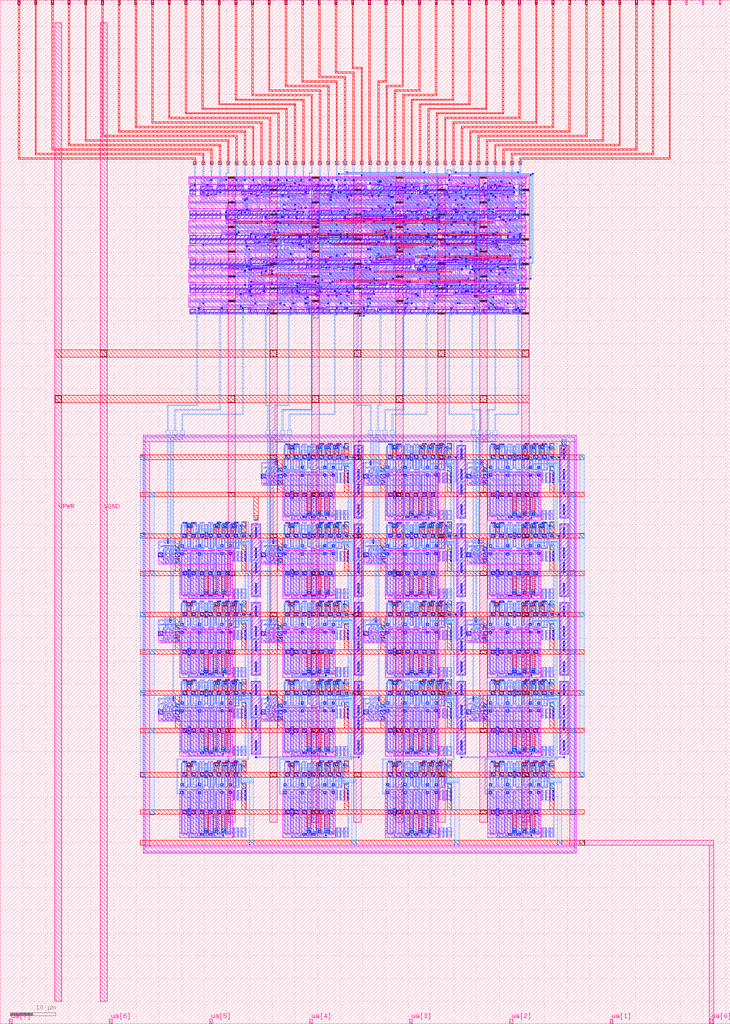
<source format=lef>
VERSION 5.7 ;
  NOWIREEXTENSIONATPIN ON ;
  DIVIDERCHAR "/" ;
  BUSBITCHARS "[]" ;
MACRO tt_um_htfab_flash_adc
  CLASS BLOCK ;
  FOREIGN tt_um_htfab_flash_adc ;
  ORIGIN 0.000 0.000 ;
  SIZE 161.000 BY 225.760 ;
  PIN clk
    DIRECTION INPUT ;
    USE SIGNAL ;
    PORT
      LAYER met4 ;
        RECT 154.870 224.760 155.170 225.760 ;
    END
  END clk
  PIN ena
    DIRECTION INPUT ;
    USE SIGNAL ;
    PORT
      LAYER met4 ;
        RECT 158.550 224.760 158.850 225.760 ;
    END
  END ena
  PIN rst_n
    DIRECTION INPUT ;
    USE SIGNAL ;
    PORT
      LAYER met4 ;
        RECT 151.190 224.760 151.490 225.760 ;
    END
  END rst_n
  PIN ua[0]
    DIRECTION INOUT ;
    USE SIGNAL ;
    ANTENNAGATEAREA 48.000000 ;
    PORT
      LAYER met4 ;
        RECT 156.560 0.000 157.160 1.000 ;
    END
  END ua[0]
  PIN ua[1]
    DIRECTION INOUT ;
    USE SIGNAL ;
    PORT
      LAYER met4 ;
        RECT 134.480 0.000 135.080 1.000 ;
    END
  END ua[1]
  PIN ua[2]
    DIRECTION INOUT ;
    USE SIGNAL ;
    PORT
      LAYER met4 ;
        RECT 112.400 0.000 113.000 1.000 ;
    END
  END ua[2]
  PIN ua[3]
    DIRECTION INOUT ;
    USE SIGNAL ;
    PORT
      LAYER met4 ;
        RECT 90.320 0.000 90.920 1.000 ;
    END
  END ua[3]
  PIN ua[4]
    DIRECTION INOUT ;
    USE SIGNAL ;
    PORT
      LAYER met4 ;
        RECT 68.240 0.000 68.840 1.000 ;
    END
  END ua[4]
  PIN ua[5]
    DIRECTION INOUT ;
    USE SIGNAL ;
    PORT
      LAYER met4 ;
        RECT 46.160 0.000 46.760 1.000 ;
    END
  END ua[5]
  PIN ua[6]
    DIRECTION INOUT ;
    USE SIGNAL ;
    PORT
      LAYER met4 ;
        RECT 24.080 0.000 24.680 1.000 ;
    END
  END ua[6]
  PIN ua[7]
    DIRECTION INOUT ;
    USE SIGNAL ;
    PORT
      LAYER met4 ;
        RECT 2.000 0.000 2.600 1.000 ;
    END
  END ua[7]
  PIN ui_in[0]
    DIRECTION INPUT ;
    USE SIGNAL ;
    ANTENNAGATEAREA 0.247500 ;
    PORT
      LAYER met4 ;
        RECT 147.510 224.760 147.810 225.760 ;
    END
  END ui_in[0]
  PIN ui_in[1]
    DIRECTION INPUT ;
    USE SIGNAL ;
    ANTENNAGATEAREA 0.196500 ;
    PORT
      LAYER met4 ;
        RECT 143.830 224.760 144.130 225.760 ;
    END
  END ui_in[1]
  PIN ui_in[2]
    DIRECTION INPUT ;
    USE SIGNAL ;
    ANTENNAGATEAREA 0.159000 ;
    PORT
      LAYER met4 ;
        RECT 140.150 224.760 140.450 225.760 ;
    END
  END ui_in[2]
  PIN ui_in[3]
    DIRECTION INPUT ;
    USE SIGNAL ;
    ANTENNAGATEAREA 0.159000 ;
    PORT
      LAYER met4 ;
        RECT 136.470 224.760 136.770 225.760 ;
    END
  END ui_in[3]
  PIN ui_in[4]
    DIRECTION INPUT ;
    USE SIGNAL ;
    ANTENNAGATEAREA 0.196500 ;
    PORT
      LAYER met4 ;
        RECT 132.790 224.760 133.090 225.760 ;
    END
  END ui_in[4]
  PIN ui_in[5]
    DIRECTION INPUT ;
    USE SIGNAL ;
    ANTENNAGATEAREA 0.196500 ;
    PORT
      LAYER met4 ;
        RECT 129.110 224.760 129.410 225.760 ;
    END
  END ui_in[5]
  PIN ui_in[6]
    DIRECTION INPUT ;
    USE SIGNAL ;
    ANTENNAGATEAREA 0.196500 ;
    PORT
      LAYER met4 ;
        RECT 125.430 224.760 125.730 225.760 ;
    END
  END ui_in[6]
  PIN ui_in[7]
    DIRECTION INPUT ;
    USE SIGNAL ;
    ANTENNAGATEAREA 0.196500 ;
    PORT
      LAYER met4 ;
        RECT 121.750 224.760 122.050 225.760 ;
    END
  END ui_in[7]
  PIN uio_in[0]
    DIRECTION INPUT ;
    USE SIGNAL ;
    ANTENNAGATEAREA 0.196500 ;
    PORT
      LAYER met4 ;
        RECT 118.070 224.760 118.370 225.760 ;
    END
  END uio_in[0]
  PIN uio_in[1]
    DIRECTION INPUT ;
    USE SIGNAL ;
    ANTENNAGATEAREA 0.196500 ;
    PORT
      LAYER met4 ;
        RECT 114.390 224.760 114.690 225.760 ;
    END
  END uio_in[1]
  PIN uio_in[2]
    DIRECTION INPUT ;
    USE SIGNAL ;
    ANTENNAGATEAREA 0.196500 ;
    PORT
      LAYER met4 ;
        RECT 110.710 224.760 111.010 225.760 ;
    END
  END uio_in[2]
  PIN uio_in[3]
    DIRECTION INPUT ;
    USE SIGNAL ;
    ANTENNAGATEAREA 0.196500 ;
    PORT
      LAYER met4 ;
        RECT 107.030 224.760 107.330 225.760 ;
    END
  END uio_in[3]
  PIN uio_in[4]
    DIRECTION INPUT ;
    USE SIGNAL ;
    ANTENNAGATEAREA 0.196500 ;
    PORT
      LAYER met4 ;
        RECT 103.350 224.760 103.650 225.760 ;
    END
  END uio_in[4]
  PIN uio_in[5]
    DIRECTION INPUT ;
    USE SIGNAL ;
    ANTENNAGATEAREA 0.196500 ;
    PORT
      LAYER met4 ;
        RECT 99.670 224.760 99.970 225.760 ;
    END
  END uio_in[5]
  PIN uio_in[6]
    DIRECTION INPUT ;
    USE SIGNAL ;
    ANTENNAGATEAREA 0.196500 ;
    PORT
      LAYER met4 ;
        RECT 95.990 224.760 96.290 225.760 ;
    END
  END uio_in[6]
  PIN uio_in[7]
    DIRECTION INPUT ;
    USE SIGNAL ;
    ANTENNAGATEAREA 0.196500 ;
    PORT
      LAYER met4 ;
        RECT 92.310 224.760 92.610 225.760 ;
    END
  END uio_in[7]
  PIN uio_oe[0]
    DIRECTION OUTPUT TRISTATE ;
    USE SIGNAL ;
    ANTENNADIFFAREA 0.445500 ;
    PORT
      LAYER met4 ;
        RECT 29.750 224.760 30.050 225.760 ;
    END
  END uio_oe[0]
  PIN uio_oe[1]
    DIRECTION OUTPUT TRISTATE ;
    USE SIGNAL ;
    ANTENNADIFFAREA 0.445500 ;
    PORT
      LAYER met4 ;
        RECT 26.070 224.760 26.370 225.760 ;
    END
  END uio_oe[1]
  PIN uio_oe[2]
    DIRECTION OUTPUT TRISTATE ;
    USE SIGNAL ;
    ANTENNADIFFAREA 0.445500 ;
    PORT
      LAYER met4 ;
        RECT 22.390 224.760 22.690 225.760 ;
    END
  END uio_oe[2]
  PIN uio_oe[3]
    DIRECTION OUTPUT TRISTATE ;
    USE SIGNAL ;
    ANTENNADIFFAREA 0.445500 ;
    PORT
      LAYER met4 ;
        RECT 18.710 224.760 19.010 225.760 ;
    END
  END uio_oe[3]
  PIN uio_oe[4]
    DIRECTION OUTPUT TRISTATE ;
    USE SIGNAL ;
    ANTENNADIFFAREA 0.445500 ;
    PORT
      LAYER met4 ;
        RECT 15.030 224.760 15.330 225.760 ;
    END
  END uio_oe[4]
  PIN uio_oe[5]
    DIRECTION OUTPUT TRISTATE ;
    USE SIGNAL ;
    ANTENNADIFFAREA 0.795200 ;
    PORT
      LAYER met4 ;
        RECT 11.350 224.760 11.650 225.760 ;
    END
  END uio_oe[5]
  PIN uio_oe[6]
    DIRECTION OUTPUT TRISTATE ;
    USE SIGNAL ;
    ANTENNADIFFAREA 0.445500 ;
    PORT
      LAYER met4 ;
        RECT 7.670 224.760 7.970 225.760 ;
    END
  END uio_oe[6]
  PIN uio_oe[7]
    DIRECTION OUTPUT TRISTATE ;
    USE SIGNAL ;
    ANTENNAGATEAREA 1.914000 ;
    ANTENNADIFFAREA 0.891000 ;
    PORT
      LAYER met4 ;
        RECT 3.990 224.760 4.290 225.760 ;
    END
  END uio_oe[7]
  PIN uio_out[0]
    DIRECTION OUTPUT TRISTATE ;
    USE SIGNAL ;
    ANTENNADIFFAREA 0.445500 ;
    PORT
      LAYER met4 ;
        RECT 59.190 224.760 59.490 225.760 ;
    END
  END uio_out[0]
  PIN uio_out[1]
    DIRECTION OUTPUT TRISTATE ;
    USE SIGNAL ;
    ANTENNADIFFAREA 0.445500 ;
    PORT
      LAYER met4 ;
        RECT 55.510 224.760 55.810 225.760 ;
    END
  END uio_out[1]
  PIN uio_out[2]
    DIRECTION OUTPUT TRISTATE ;
    USE SIGNAL ;
    ANTENNADIFFAREA 0.795200 ;
    PORT
      LAYER met4 ;
        RECT 51.830 224.760 52.130 225.760 ;
    END
  END uio_out[2]
  PIN uio_out[3]
    DIRECTION OUTPUT TRISTATE ;
    USE SIGNAL ;
    ANTENNADIFFAREA 0.445500 ;
    PORT
      LAYER met4 ;
        RECT 48.150 224.760 48.450 225.760 ;
    END
  END uio_out[3]
  PIN uio_out[4]
    DIRECTION OUTPUT TRISTATE ;
    USE SIGNAL ;
    ANTENNADIFFAREA 0.445500 ;
    PORT
      LAYER met4 ;
        RECT 44.470 224.760 44.770 225.760 ;
    END
  END uio_out[4]
  PIN uio_out[5]
    DIRECTION OUTPUT TRISTATE ;
    USE SIGNAL ;
    ANTENNADIFFAREA 0.445500 ;
    PORT
      LAYER met4 ;
        RECT 40.790 224.760 41.090 225.760 ;
    END
  END uio_out[5]
  PIN uio_out[6]
    DIRECTION OUTPUT TRISTATE ;
    USE SIGNAL ;
    ANTENNADIFFAREA 0.445500 ;
    PORT
      LAYER met4 ;
        RECT 37.110 224.760 37.410 225.760 ;
    END
  END uio_out[6]
  PIN uio_out[7]
    DIRECTION OUTPUT TRISTATE ;
    USE SIGNAL ;
    ANTENNADIFFAREA 0.453750 ;
    PORT
      LAYER met4 ;
        RECT 33.430 224.760 33.730 225.760 ;
    END
  END uio_out[7]
  PIN uo_out[0]
    DIRECTION OUTPUT TRISTATE ;
    USE SIGNAL ;
    ANTENNADIFFAREA 0.891000 ;
    PORT
      LAYER met4 ;
        RECT 88.630 224.760 88.930 225.760 ;
    END
  END uo_out[0]
  PIN uo_out[1]
    DIRECTION OUTPUT TRISTATE ;
    USE SIGNAL ;
    ANTENNADIFFAREA 1.336500 ;
    PORT
      LAYER met4 ;
        RECT 84.950 224.760 85.250 225.760 ;
    END
  END uo_out[1]
  PIN uo_out[2]
    DIRECTION OUTPUT TRISTATE ;
    USE SIGNAL ;
    ANTENNADIFFAREA 0.891000 ;
    PORT
      LAYER met4 ;
        RECT 81.270 224.760 81.570 225.760 ;
    END
  END uo_out[2]
  PIN uo_out[3]
    DIRECTION OUTPUT TRISTATE ;
    USE SIGNAL ;
    ANTENNADIFFAREA 0.795200 ;
    PORT
      LAYER met4 ;
        RECT 77.590 224.760 77.890 225.760 ;
    END
  END uo_out[3]
  PIN uo_out[4]
    DIRECTION OUTPUT TRISTATE ;
    USE SIGNAL ;
    ANTENNADIFFAREA 0.795200 ;
    PORT
      LAYER met4 ;
        RECT 73.910 224.760 74.210 225.760 ;
    END
  END uo_out[4]
  PIN uo_out[5]
    DIRECTION OUTPUT TRISTATE ;
    USE SIGNAL ;
    ANTENNADIFFAREA 0.445500 ;
    PORT
      LAYER met4 ;
        RECT 70.230 224.760 70.530 225.760 ;
    END
  END uo_out[5]
  PIN uo_out[6]
    DIRECTION OUTPUT TRISTATE ;
    USE SIGNAL ;
    ANTENNADIFFAREA 0.445500 ;
    PORT
      LAYER met4 ;
        RECT 66.550 224.760 66.850 225.760 ;
    END
  END uo_out[6]
  PIN uo_out[7]
    DIRECTION OUTPUT TRISTATE ;
    USE SIGNAL ;
    ANTENNADIFFAREA 0.445500 ;
    PORT
      LAYER met4 ;
        RECT 62.870 224.760 63.170 225.760 ;
    END
  END uo_out[7]
  PIN VPWR
    DIRECTION INOUT ;
    USE POWER ;
    PORT
      LAYER met4 ;
        RECT 12.000 5.000 13.600 220.760 ;
    END
  END VPWR
  PIN VGND
    DIRECTION INOUT ;
    USE GROUND ;
    PORT
      LAYER met4 ;
        RECT 22.000 5.000 23.600 220.760 ;
    END
  END VGND
  OBS
      LAYER nwell ;
        RECT 41.590 185.175 116.030 186.780 ;
      LAYER pwell ;
        RECT 41.785 183.975 43.155 184.785 ;
        RECT 48.250 184.655 49.595 184.885 ;
        RECT 50.550 184.655 51.895 184.885 ;
        RECT 52.390 184.655 53.735 184.885 ;
        RECT 44.085 183.975 46.825 184.655 ;
        RECT 47.765 183.975 49.595 184.655 ;
        RECT 50.065 183.975 51.895 184.655 ;
        RECT 51.905 183.975 53.735 184.655 ;
        RECT 54.675 184.060 55.105 184.845 ;
        RECT 55.125 184.655 56.470 184.885 ;
        RECT 57.910 184.655 59.255 184.885 ;
        RECT 59.750 184.655 61.095 184.885 ;
        RECT 55.125 183.975 56.955 184.655 ;
        RECT 57.425 183.975 59.255 184.655 ;
        RECT 59.265 183.975 61.095 184.655 ;
        RECT 61.105 184.655 62.450 184.885 ;
        RECT 66.190 184.655 67.535 184.885 ;
        RECT 61.105 183.975 62.935 184.655 ;
        RECT 62.945 183.975 65.685 184.655 ;
        RECT 65.705 183.975 67.535 184.655 ;
        RECT 67.555 184.060 67.985 184.845 ;
        RECT 68.005 184.655 69.350 184.885 ;
        RECT 70.330 184.655 71.675 184.885 ;
        RECT 68.005 183.975 69.835 184.655 ;
        RECT 69.845 183.975 71.675 184.655 ;
        RECT 71.685 184.655 73.030 184.885 ;
        RECT 74.445 184.655 75.790 184.885 ;
        RECT 76.745 184.655 78.090 184.885 ;
        RECT 71.685 183.975 73.515 184.655 ;
        RECT 74.445 183.975 76.275 184.655 ;
        RECT 76.745 183.975 78.575 184.655 ;
        RECT 78.585 183.975 80.415 184.785 ;
        RECT 80.435 184.060 80.865 184.845 ;
        RECT 81.945 183.975 84.555 184.885 ;
        RECT 84.575 183.975 87.315 184.655 ;
        RECT 87.325 183.975 88.695 184.755 ;
        RECT 89.165 183.975 90.535 184.755 ;
        RECT 91.005 183.975 92.375 184.755 ;
        RECT 93.315 184.060 93.745 184.845 ;
        RECT 93.765 183.975 97.635 184.885 ;
        RECT 104.785 184.655 105.715 184.885 ;
        RECT 98.835 183.975 101.575 184.655 ;
        RECT 101.815 183.975 105.715 184.655 ;
        RECT 106.195 184.060 106.625 184.845 ;
        RECT 107.565 184.655 108.910 184.885 ;
        RECT 109.405 184.655 110.335 184.885 ;
        RECT 107.565 183.975 109.395 184.655 ;
        RECT 109.405 183.975 113.305 184.655 ;
        RECT 114.465 183.975 115.835 184.785 ;
        RECT 41.925 183.765 42.095 183.975 ;
        RECT 43.315 183.810 43.475 183.930 ;
        RECT 44.225 183.785 44.395 183.975 ;
        RECT 45.605 183.765 45.775 183.955 ;
        RECT 46.065 183.765 46.235 183.955 ;
        RECT 46.995 183.820 47.155 183.930 ;
        RECT 47.905 183.765 48.075 183.975 ;
        RECT 49.740 183.815 49.860 183.925 ;
        RECT 50.205 183.785 50.375 183.975 ;
        RECT 52.045 183.785 52.215 183.975 ;
        RECT 41.785 182.955 43.155 183.765 ;
        RECT 44.085 183.085 45.915 183.765 ;
        RECT 45.925 183.085 47.755 183.765 ;
        RECT 44.085 182.855 45.430 183.085 ;
        RECT 46.410 182.855 47.755 183.085 ;
        RECT 47.765 182.955 53.275 183.765 ;
        RECT 53.430 183.735 53.600 183.955 ;
        RECT 53.895 183.820 54.055 183.930 ;
        RECT 56.645 183.785 56.815 183.975 ;
        RECT 57.100 183.815 57.220 183.925 ;
        RECT 57.565 183.785 57.735 183.975 ;
        RECT 59.405 183.955 59.575 183.975 ;
        RECT 59.400 183.785 59.575 183.955 ;
        RECT 59.400 183.765 59.570 183.785 ;
        RECT 59.865 183.765 60.035 183.955 ;
        RECT 62.625 183.785 62.795 183.975 ;
        RECT 63.085 183.785 63.255 183.975 ;
        RECT 65.845 183.785 66.015 183.975 ;
        RECT 66.950 183.765 67.120 183.955 ;
        RECT 68.155 183.810 68.315 183.920 ;
        RECT 69.525 183.785 69.695 183.975 ;
        RECT 69.985 183.785 70.155 183.975 ;
        RECT 72.470 183.765 72.640 183.955 ;
        RECT 73.205 183.785 73.375 183.975 ;
        RECT 73.675 183.820 73.835 183.930 ;
        RECT 75.965 183.785 76.135 183.975 ;
        RECT 76.420 183.815 76.540 183.925 ;
        RECT 76.610 183.765 76.780 183.955 ;
        RECT 78.265 183.785 78.435 183.975 ;
        RECT 78.725 183.785 78.895 183.975 ;
        RECT 81.035 183.820 81.195 183.930 ;
        RECT 81.510 183.785 81.680 183.955 ;
        RECT 81.510 183.765 81.620 183.785 ;
        RECT 82.220 183.765 82.390 183.955 ;
        RECT 84.240 183.785 84.410 183.975 ;
        RECT 86.085 183.765 86.255 183.955 ;
        RECT 87.005 183.785 87.175 183.975 ;
        RECT 88.200 183.765 88.370 183.955 ;
        RECT 88.375 183.785 88.545 183.975 ;
        RECT 88.840 183.815 88.960 183.925 ;
        RECT 90.225 183.785 90.395 183.975 ;
        RECT 90.680 183.815 90.800 183.925 ;
        RECT 92.055 183.785 92.225 183.975 ;
        RECT 97.580 183.955 97.635 183.975 ;
        RECT 92.535 183.820 92.695 183.930 ;
        RECT 92.985 183.765 93.155 183.955 ;
        RECT 94.180 183.765 94.350 183.955 ;
        RECT 97.580 183.785 97.750 183.955 ;
        RECT 98.055 183.820 98.215 183.930 ;
        RECT 98.320 183.765 98.490 183.955 ;
        RECT 101.265 183.785 101.435 183.975 ;
        RECT 102.180 183.815 102.300 183.925 ;
        RECT 105.130 183.785 105.300 183.975 ;
        RECT 105.860 183.815 105.980 183.925 ;
        RECT 106.320 183.785 106.490 183.955 ;
        RECT 106.795 183.820 106.955 183.930 ;
        RECT 106.320 183.765 106.375 183.785 ;
        RECT 107.060 183.765 107.230 183.955 ;
        RECT 109.085 183.785 109.255 183.975 ;
        RECT 109.820 183.785 109.990 183.975 ;
        RECT 110.930 183.765 111.100 183.955 ;
        RECT 113.695 183.810 113.855 183.930 ;
        RECT 115.525 183.765 115.695 183.975 ;
        RECT 55.560 183.735 56.495 183.765 ;
        RECT 53.430 183.535 56.495 183.735 ;
        RECT 53.285 183.055 56.495 183.535 ;
        RECT 53.285 182.855 54.215 183.055 ;
        RECT 55.545 182.855 56.495 183.055 ;
        RECT 56.505 182.855 59.715 183.765 ;
        RECT 59.725 182.955 63.395 183.765 ;
        RECT 63.635 183.085 67.535 183.765 ;
        RECT 66.605 182.855 67.535 183.085 ;
        RECT 67.555 182.895 67.985 183.680 ;
        RECT 69.155 183.085 73.055 183.765 ;
        RECT 73.295 183.085 77.195 183.765 ;
        RECT 72.125 182.855 73.055 183.085 ;
        RECT 76.265 182.855 77.195 183.085 ;
        RECT 77.205 183.085 81.620 183.765 ;
        RECT 81.805 183.085 85.705 183.765 ;
        RECT 77.205 182.855 81.135 183.085 ;
        RECT 81.805 182.855 82.735 183.085 ;
        RECT 85.945 182.955 87.775 183.765 ;
        RECT 87.785 183.085 91.685 183.765 ;
        RECT 87.785 182.855 88.715 183.085 ;
        RECT 91.925 182.985 93.295 183.765 ;
        RECT 93.315 182.895 93.745 183.680 ;
        RECT 93.765 183.085 97.665 183.765 ;
        RECT 97.905 183.085 101.805 183.765 ;
        RECT 93.765 182.855 94.695 183.085 ;
        RECT 97.905 182.855 98.835 183.085 ;
        RECT 102.505 182.855 106.375 183.765 ;
        RECT 106.645 183.085 110.545 183.765 ;
        RECT 106.645 182.855 107.575 183.085 ;
        RECT 110.785 182.855 113.395 183.765 ;
        RECT 114.465 182.955 115.835 183.765 ;
      LAYER nwell ;
        RECT 41.590 179.735 116.030 182.565 ;
      LAYER pwell ;
        RECT 41.785 178.535 43.155 179.345 ;
        RECT 43.165 178.535 48.675 179.345 ;
        RECT 49.685 178.535 53.135 179.445 ;
        RECT 53.295 178.535 54.645 179.445 ;
        RECT 54.675 178.620 55.105 179.405 ;
        RECT 55.125 178.535 60.635 179.345 ;
        RECT 60.645 178.535 62.475 179.345 ;
        RECT 62.945 179.215 63.875 179.445 ;
        RECT 62.945 178.535 66.845 179.215 ;
        RECT 68.005 178.535 69.375 179.315 ;
        RECT 69.385 178.535 70.755 179.345 ;
        RECT 70.815 178.535 73.005 179.445 ;
        RECT 73.065 178.535 74.895 179.345 ;
        RECT 74.905 178.535 76.735 179.215 ;
        RECT 76.745 178.535 80.415 179.345 ;
        RECT 80.435 178.620 80.865 179.405 ;
        RECT 80.885 178.535 86.395 179.345 ;
        RECT 86.405 178.535 88.235 179.345 ;
        RECT 91.905 179.215 92.835 179.445 ;
        RECT 88.935 178.535 92.835 179.215 ;
        RECT 92.845 178.535 94.215 179.315 ;
        RECT 95.145 179.215 96.490 179.445 ;
        RECT 95.145 178.535 96.975 179.215 ;
        RECT 96.985 178.535 98.355 179.315 ;
        RECT 98.365 178.535 99.735 179.315 ;
        RECT 100.205 179.215 101.135 179.445 ;
        RECT 100.205 178.535 104.105 179.215 ;
        RECT 104.345 178.535 105.715 179.315 ;
        RECT 106.195 178.620 106.625 179.405 ;
        RECT 109.605 179.215 113.535 179.445 ;
        RECT 106.645 178.535 108.475 179.215 ;
        RECT 109.120 178.535 113.535 179.215 ;
        RECT 114.465 178.535 115.835 179.345 ;
        RECT 41.925 178.325 42.095 178.535 ;
        RECT 43.305 178.325 43.475 178.535 ;
        RECT 48.835 178.370 48.995 178.490 ;
        RECT 49.745 178.325 49.915 178.535 ;
        RECT 52.505 178.325 52.675 178.515 ;
        RECT 54.345 178.345 54.515 178.535 ;
        RECT 55.265 178.345 55.435 178.535 ;
        RECT 58.020 178.375 58.140 178.485 ;
        RECT 58.760 178.325 58.930 178.515 ;
        RECT 60.785 178.345 60.955 178.535 ;
        RECT 62.625 178.485 62.795 178.515 ;
        RECT 62.620 178.375 62.795 178.485 ;
        RECT 62.625 178.325 62.795 178.375 ;
        RECT 63.360 178.345 63.530 178.535 ;
        RECT 65.385 178.325 65.555 178.515 ;
        RECT 67.235 178.485 67.395 178.490 ;
        RECT 67.220 178.380 67.395 178.485 ;
        RECT 67.220 178.375 67.340 178.380 ;
        RECT 69.055 178.345 69.225 178.535 ;
        RECT 69.525 178.345 69.695 178.535 ;
        RECT 69.980 178.325 70.150 178.515 ;
        RECT 70.445 178.325 70.615 178.515 ;
        RECT 72.745 178.345 72.915 178.535 ;
        RECT 73.205 178.345 73.375 178.535 ;
        RECT 76.240 178.325 76.410 178.515 ;
        RECT 76.425 178.345 76.595 178.535 ;
        RECT 76.885 178.345 77.055 178.535 ;
        RECT 81.025 178.345 81.195 178.535 ;
        RECT 86.545 178.345 86.715 178.535 ;
        RECT 88.380 178.375 88.500 178.485 ;
        RECT 89.305 178.325 89.475 178.515 ;
        RECT 91.605 178.345 91.775 178.515 ;
        RECT 91.605 178.325 91.755 178.345 ;
        RECT 92.065 178.325 92.235 178.515 ;
        RECT 92.250 178.345 92.420 178.535 ;
        RECT 92.995 178.345 93.165 178.535 ;
        RECT 94.180 178.325 94.350 178.515 ;
        RECT 94.375 178.380 94.535 178.490 ;
        RECT 96.665 178.345 96.835 178.535 ;
        RECT 98.045 178.515 98.215 178.535 ;
        RECT 98.045 178.345 98.220 178.515 ;
        RECT 99.425 178.345 99.595 178.535 ;
        RECT 99.880 178.375 100.000 178.485 ;
        RECT 100.620 178.345 100.790 178.535 ;
        RECT 102.195 178.370 102.355 178.480 ;
        RECT 98.165 178.325 98.220 178.345 ;
        RECT 103.380 178.325 103.550 178.515 ;
        RECT 105.395 178.345 105.565 178.535 ;
        RECT 105.860 178.375 105.980 178.485 ;
        RECT 106.785 178.345 106.955 178.535 ;
        RECT 109.120 178.515 109.230 178.535 ;
        RECT 107.240 178.375 107.360 178.485 ;
        RECT 108.620 178.375 108.740 178.485 ;
        RECT 109.060 178.345 109.255 178.515 ;
        RECT 109.555 178.370 109.715 178.480 ;
        RECT 113.695 178.380 113.855 178.490 ;
        RECT 109.085 178.325 109.255 178.345 ;
        RECT 114.140 178.345 114.310 178.515 ;
        RECT 114.140 178.325 114.195 178.345 ;
        RECT 115.525 178.325 115.695 178.535 ;
        RECT 41.785 177.515 43.155 178.325 ;
        RECT 43.165 177.515 48.675 178.325 ;
        RECT 49.605 177.415 52.355 178.325 ;
        RECT 52.365 177.515 57.875 178.325 ;
        RECT 58.345 177.645 62.245 178.325 ;
        RECT 62.485 177.645 65.225 178.325 ;
        RECT 58.345 177.415 59.275 177.645 ;
        RECT 65.245 177.515 67.075 178.325 ;
        RECT 67.555 177.455 67.985 178.240 ;
        RECT 68.105 177.415 70.295 178.325 ;
        RECT 70.305 177.515 75.815 178.325 ;
        RECT 75.825 177.645 79.725 178.325 ;
        RECT 79.965 178.075 85.060 178.325 ;
        RECT 87.855 178.155 89.615 178.325 ;
        RECT 87.360 178.110 89.615 178.155 ;
        RECT 86.420 178.075 89.615 178.110 ;
        RECT 79.965 177.645 89.615 178.075 ;
        RECT 75.825 177.415 76.755 177.645 ;
        RECT 79.965 177.415 81.985 177.645 ;
        RECT 81.065 177.395 81.985 177.415 ;
        RECT 85.060 177.475 88.290 177.645 ;
        RECT 89.825 177.505 91.755 178.325 ;
        RECT 91.925 177.515 93.295 178.325 ;
        RECT 85.060 177.430 87.350 177.475 ;
        RECT 85.060 177.395 86.410 177.430 ;
        RECT 89.825 177.415 90.775 177.505 ;
        RECT 93.315 177.455 93.745 178.240 ;
        RECT 93.765 177.645 97.665 178.325 ;
        RECT 93.765 177.415 94.695 177.645 ;
        RECT 98.165 177.415 102.035 178.325 ;
        RECT 102.965 177.645 106.865 178.325 ;
        RECT 107.565 177.645 109.395 178.325 ;
        RECT 102.965 177.415 103.895 177.645 ;
        RECT 107.565 177.415 108.910 177.645 ;
        RECT 110.325 177.415 114.195 178.325 ;
        RECT 114.465 177.515 115.835 178.325 ;
      LAYER nwell ;
        RECT 41.590 174.295 116.030 177.125 ;
      LAYER pwell ;
        RECT 41.785 173.095 43.155 173.905 ;
        RECT 43.165 173.095 48.675 173.905 ;
        RECT 48.785 173.095 51.895 174.005 ;
        RECT 51.905 173.095 54.655 173.905 ;
        RECT 54.675 173.180 55.105 173.965 ;
        RECT 55.225 173.095 58.335 174.005 ;
        RECT 58.545 173.915 59.495 174.005 ;
        RECT 58.545 173.095 60.475 173.915 ;
        RECT 60.645 173.095 62.015 173.905 ;
        RECT 65.225 173.775 66.155 174.005 ;
        RECT 62.255 173.095 66.155 173.775 ;
        RECT 66.165 173.775 67.095 174.005 ;
        RECT 73.510 173.990 74.860 174.025 ;
        RECT 72.570 173.945 74.860 173.990 ;
        RECT 71.630 173.775 74.860 173.945 ;
        RECT 77.935 174.005 78.855 174.025 ;
        RECT 77.935 173.775 79.955 174.005 ;
        RECT 66.165 173.095 70.065 173.775 ;
        RECT 70.305 173.345 79.955 173.775 ;
        RECT 70.305 173.310 73.500 173.345 ;
        RECT 70.305 173.265 72.560 173.310 ;
        RECT 70.305 173.095 72.065 173.265 ;
        RECT 74.860 173.095 79.955 173.345 ;
        RECT 80.435 173.180 80.865 173.965 ;
        RECT 84.085 173.775 85.015 174.005 ;
        RECT 81.115 173.095 85.015 173.775 ;
        RECT 85.025 173.095 86.395 173.875 ;
        RECT 86.405 173.095 88.235 173.905 ;
        RECT 91.445 173.775 92.375 174.005 ;
        RECT 95.585 173.775 96.515 174.005 ;
        RECT 88.475 173.095 92.375 173.775 ;
        RECT 92.615 173.095 96.515 173.775 ;
        RECT 97.445 173.775 98.375 174.005 ;
        RECT 101.585 173.775 102.515 174.005 ;
        RECT 97.445 173.095 101.345 173.775 ;
        RECT 101.585 173.095 105.485 173.775 ;
        RECT 106.195 173.180 106.625 173.965 ;
        RECT 106.645 173.775 107.575 174.005 ;
        RECT 106.645 173.095 110.545 173.775 ;
        RECT 111.845 173.095 114.455 174.005 ;
        RECT 114.465 173.095 115.835 173.905 ;
        RECT 41.925 172.885 42.095 173.095 ;
        RECT 43.305 172.885 43.475 173.095 ;
        RECT 48.825 172.885 48.995 173.095 ;
        RECT 52.045 172.905 52.215 173.095 ;
        RECT 54.345 172.885 54.515 173.075 ;
        RECT 55.265 172.905 55.435 173.095 ;
        RECT 60.325 173.075 60.475 173.095 ;
        RECT 56.460 172.885 56.630 173.075 ;
        RECT 60.325 172.885 60.495 173.075 ;
        RECT 60.785 172.905 60.955 173.095 ;
        RECT 62.160 172.935 62.280 173.045 ;
        RECT 62.630 172.885 62.800 173.075 ;
        RECT 65.570 172.905 65.740 173.095 ;
        RECT 66.305 172.885 66.475 173.075 ;
        RECT 66.580 172.905 66.750 173.095 ;
        RECT 68.155 172.885 68.325 173.075 ;
        RECT 69.525 172.885 69.695 173.075 ;
        RECT 70.445 172.905 70.615 173.095 ;
        RECT 75.045 172.885 75.215 173.075 ;
        RECT 80.100 172.935 80.220 173.045 ;
        RECT 80.560 172.935 80.680 173.045 ;
        RECT 81.300 172.885 81.470 173.075 ;
        RECT 84.430 172.905 84.600 173.095 ;
        RECT 86.075 173.075 86.245 173.095 ;
        RECT 85.175 172.930 85.335 173.040 ;
        RECT 86.075 172.905 86.250 173.075 ;
        RECT 86.545 172.905 86.715 173.095 ;
        RECT 86.135 172.885 86.250 172.905 ;
        RECT 91.145 172.885 91.315 173.075 ;
        RECT 91.790 172.905 91.960 173.095 ;
        RECT 92.980 172.935 93.100 173.045 ;
        RECT 93.905 172.885 94.075 173.075 ;
        RECT 95.930 172.905 96.100 173.095 ;
        RECT 96.675 173.045 96.835 173.050 ;
        RECT 96.660 172.940 96.835 173.045 ;
        RECT 96.660 172.935 96.780 172.940 ;
        RECT 97.120 172.905 97.290 173.075 ;
        RECT 97.860 172.905 98.030 173.095 ;
        RECT 102.000 172.905 102.170 173.095 ;
        RECT 97.175 172.885 97.290 172.905 ;
        RECT 102.185 172.885 102.355 173.075 ;
        RECT 104.945 172.885 105.115 173.075 ;
        RECT 105.860 172.935 105.980 173.045 ;
        RECT 107.060 172.905 107.230 173.095 ;
        RECT 110.935 172.940 111.095 173.050 ;
        RECT 114.140 172.905 114.310 173.095 ;
        RECT 115.525 172.885 115.695 173.095 ;
        RECT 41.785 172.075 43.155 172.885 ;
        RECT 43.165 172.075 48.675 172.885 ;
        RECT 48.685 172.075 54.195 172.885 ;
        RECT 54.205 172.075 56.035 172.885 ;
        RECT 56.045 172.205 59.945 172.885 ;
        RECT 56.045 171.975 56.975 172.205 ;
        RECT 60.185 172.075 62.015 172.885 ;
        RECT 62.485 172.205 66.155 172.885 ;
        RECT 65.130 171.975 66.155 172.205 ;
        RECT 66.165 172.075 67.535 172.885 ;
        RECT 67.555 172.015 67.985 172.800 ;
        RECT 68.005 172.105 69.375 172.885 ;
        RECT 69.385 172.075 74.895 172.885 ;
        RECT 74.905 172.075 80.415 172.885 ;
        RECT 80.885 172.205 84.785 172.885 ;
        RECT 80.885 171.975 81.815 172.205 ;
        RECT 86.135 171.975 90.995 172.885 ;
        RECT 91.005 172.075 92.835 172.885 ;
        RECT 93.315 172.015 93.745 172.800 ;
        RECT 93.765 172.075 96.515 172.885 ;
        RECT 97.175 171.975 102.035 172.885 ;
        RECT 102.045 172.075 104.795 172.885 ;
        RECT 104.805 172.715 106.565 172.885 ;
        RECT 104.805 172.670 107.060 172.715 ;
        RECT 104.805 172.635 108.000 172.670 ;
        RECT 109.360 172.635 114.455 172.885 ;
        RECT 104.805 172.205 114.455 172.635 ;
        RECT 106.130 172.035 109.360 172.205 ;
        RECT 107.070 171.990 109.360 172.035 ;
        RECT 108.010 171.955 109.360 171.990 ;
        RECT 112.435 171.975 114.455 172.205 ;
        RECT 114.465 172.075 115.835 172.885 ;
        RECT 112.435 171.955 113.355 171.975 ;
      LAYER nwell ;
        RECT 41.590 168.855 116.030 171.685 ;
      LAYER pwell ;
        RECT 41.785 167.655 43.155 168.465 ;
        RECT 43.165 167.655 48.675 168.465 ;
        RECT 48.685 167.655 54.195 168.465 ;
        RECT 54.675 167.740 55.105 168.525 ;
        RECT 55.125 167.655 58.795 168.465 ;
        RECT 58.805 167.655 60.175 168.465 ;
        RECT 63.385 168.335 64.315 168.565 ;
        RECT 60.415 167.655 64.315 168.335 ;
        RECT 64.325 167.655 67.075 168.465 ;
        RECT 70.260 168.335 71.675 168.565 ;
        RECT 67.645 167.655 71.675 168.335 ;
        RECT 71.685 168.335 72.615 168.565 ;
        RECT 85.010 168.550 86.360 168.585 ;
        RECT 71.685 167.655 75.585 168.335 ;
        RECT 75.825 167.655 79.495 168.465 ;
        RECT 80.435 167.740 80.865 168.525 ;
        RECT 84.070 168.505 86.360 168.550 ;
        RECT 83.130 168.335 86.360 168.505 ;
        RECT 89.435 168.565 90.355 168.585 ;
        RECT 89.435 168.335 91.455 168.565 ;
        RECT 95.100 168.335 96.515 168.565 ;
        RECT 99.730 168.550 101.080 168.585 ;
        RECT 98.790 168.505 101.080 168.550 ;
        RECT 97.850 168.335 101.080 168.505 ;
        RECT 104.155 168.565 105.075 168.585 ;
        RECT 104.155 168.335 106.175 168.565 ;
        RECT 81.805 167.905 91.455 168.335 ;
        RECT 81.805 167.870 85.000 167.905 ;
        RECT 81.805 167.825 84.060 167.870 ;
        RECT 81.805 167.655 83.565 167.825 ;
        RECT 86.360 167.655 91.455 167.905 ;
        RECT 92.485 167.655 96.515 168.335 ;
        RECT 96.525 167.905 106.175 168.335 ;
        RECT 96.525 167.870 99.720 167.905 ;
        RECT 96.525 167.825 98.780 167.870 ;
        RECT 96.525 167.655 98.285 167.825 ;
        RECT 101.080 167.655 106.175 167.905 ;
        RECT 106.195 167.740 106.625 168.525 ;
        RECT 106.645 168.335 107.575 168.565 ;
        RECT 106.645 167.655 110.545 168.335 ;
        RECT 110.785 167.655 112.155 168.435 ;
        RECT 112.165 167.655 113.535 168.435 ;
        RECT 114.465 167.655 115.835 168.465 ;
        RECT 41.925 167.445 42.095 167.655 ;
        RECT 43.305 167.445 43.475 167.655 ;
        RECT 48.825 167.445 48.995 167.655 ;
        RECT 54.340 167.495 54.460 167.605 ;
        RECT 55.265 167.465 55.435 167.655 ;
        RECT 58.945 167.465 59.115 167.655 ;
        RECT 59.865 167.445 60.035 167.635 ;
        RECT 60.325 167.445 60.495 167.635 ;
        RECT 63.730 167.465 63.900 167.655 ;
        RECT 64.465 167.465 64.635 167.655 ;
        RECT 65.845 167.445 66.015 167.635 ;
        RECT 67.220 167.495 67.340 167.605 ;
        RECT 67.685 167.465 67.855 167.655 ;
        RECT 68.145 167.445 68.315 167.635 ;
        RECT 72.100 167.465 72.270 167.655 ;
        RECT 72.285 167.445 72.455 167.635 ;
        RECT 72.745 167.445 72.915 167.635 ;
        RECT 74.590 167.445 74.760 167.635 ;
        RECT 75.965 167.465 76.135 167.655 ;
        RECT 78.265 167.445 78.435 167.635 ;
        RECT 79.655 167.500 79.815 167.610 ;
        RECT 81.025 167.445 81.195 167.635 ;
        RECT 81.485 167.445 81.655 167.635 ;
        RECT 81.945 167.465 82.115 167.655 ;
        RECT 87.005 167.445 87.175 167.635 ;
        RECT 90.695 167.490 90.855 167.600 ;
        RECT 91.615 167.500 91.775 167.610 ;
        RECT 92.525 167.465 92.695 167.655 ;
        RECT 92.985 167.445 93.155 167.635 ;
        RECT 93.905 167.445 94.075 167.635 ;
        RECT 96.665 167.465 96.835 167.655 ;
        RECT 98.045 167.445 98.215 167.635 ;
        RECT 103.575 167.490 103.735 167.600 ;
        RECT 107.060 167.465 107.230 167.655 ;
        RECT 109.090 167.465 109.260 167.635 ;
        RECT 109.540 167.495 109.660 167.605 ;
        RECT 109.090 167.445 109.205 167.465 ;
        RECT 110.280 167.445 110.450 167.635 ;
        RECT 111.845 167.465 112.015 167.655 ;
        RECT 113.215 167.465 113.385 167.655 ;
        RECT 113.695 167.500 113.855 167.610 ;
        RECT 114.140 167.495 114.260 167.605 ;
        RECT 115.525 167.445 115.695 167.655 ;
        RECT 41.785 166.635 43.155 167.445 ;
        RECT 43.165 166.635 48.675 167.445 ;
        RECT 48.685 166.635 50.515 167.445 ;
        RECT 50.525 167.195 55.620 167.445 ;
        RECT 58.415 167.275 60.175 167.445 ;
        RECT 57.920 167.230 60.175 167.275 ;
        RECT 56.980 167.195 60.175 167.230 ;
        RECT 50.525 166.765 60.175 167.195 ;
        RECT 50.525 166.535 52.545 166.765 ;
        RECT 51.625 166.515 52.545 166.535 ;
        RECT 55.620 166.595 58.850 166.765 ;
        RECT 60.185 166.635 65.695 167.445 ;
        RECT 65.705 166.635 67.535 167.445 ;
        RECT 55.620 166.550 57.910 166.595 ;
        RECT 67.555 166.575 67.985 167.360 ;
        RECT 68.005 166.635 70.755 167.445 ;
        RECT 70.765 166.765 72.595 167.445 ;
        RECT 72.605 166.635 74.435 167.445 ;
        RECT 74.445 166.765 78.115 167.445 ;
        RECT 55.620 166.515 56.970 166.550 ;
        RECT 77.090 166.535 78.115 166.765 ;
        RECT 78.125 166.635 79.495 167.445 ;
        RECT 79.505 166.765 81.335 167.445 ;
        RECT 81.345 166.635 86.855 167.445 ;
        RECT 86.865 166.635 90.535 167.445 ;
        RECT 91.465 166.765 93.295 167.445 ;
        RECT 93.315 166.575 93.745 167.360 ;
        RECT 93.865 166.765 97.895 167.445 ;
        RECT 96.480 166.535 97.895 166.765 ;
        RECT 97.905 166.635 103.415 167.445 ;
        RECT 104.345 166.535 109.205 167.445 ;
        RECT 109.865 166.765 113.765 167.445 ;
        RECT 109.865 166.535 110.795 166.765 ;
        RECT 114.465 166.635 115.835 167.445 ;
      LAYER nwell ;
        RECT 41.590 163.415 116.030 166.245 ;
      LAYER pwell ;
        RECT 62.205 163.125 63.125 163.145 ;
        RECT 41.785 162.215 43.155 163.025 ;
        RECT 43.165 162.215 48.675 163.025 ;
        RECT 48.685 162.215 54.195 163.025 ;
        RECT 54.675 162.300 55.105 163.085 ;
        RECT 55.125 162.215 58.235 163.125 ;
        RECT 58.345 162.215 61.095 163.025 ;
        RECT 61.105 162.895 63.125 163.125 ;
        RECT 66.200 163.110 67.550 163.145 ;
        RECT 66.200 163.065 68.490 163.110 ;
        RECT 66.200 162.895 69.430 163.065 ;
        RECT 61.105 162.465 70.755 162.895 ;
        RECT 61.105 162.215 66.200 162.465 ;
        RECT 67.560 162.430 70.755 162.465 ;
        RECT 68.500 162.385 70.755 162.430 ;
        RECT 68.995 162.215 70.755 162.385 ;
        RECT 70.765 162.215 76.275 163.025 ;
        RECT 76.285 162.215 78.115 163.025 ;
        RECT 78.585 162.215 80.415 162.895 ;
        RECT 80.435 162.300 80.865 163.085 ;
        RECT 83.600 162.895 85.015 163.125 ;
        RECT 80.985 162.215 85.015 162.895 ;
        RECT 85.945 162.895 86.875 163.125 ;
        RECT 85.945 162.215 89.845 162.895 ;
        RECT 90.085 162.215 93.755 163.025 ;
        RECT 93.765 162.895 94.695 163.125 ;
        RECT 97.905 162.895 98.835 163.125 ;
        RECT 93.765 162.215 97.665 162.895 ;
        RECT 97.905 162.215 101.805 162.895 ;
        RECT 102.045 162.215 103.875 162.895 ;
        RECT 103.885 162.215 105.715 163.025 ;
        RECT 106.195 162.300 106.625 163.085 ;
        RECT 106.645 162.215 109.395 163.025 ;
        RECT 109.405 162.215 110.775 162.995 ;
        RECT 110.785 162.215 112.155 162.995 ;
        RECT 112.165 162.215 113.535 162.995 ;
        RECT 114.465 162.215 115.835 163.025 ;
        RECT 41.925 162.005 42.095 162.215 ;
        RECT 43.305 162.005 43.475 162.215 ;
        RECT 48.825 162.005 48.995 162.215 ;
        RECT 51.580 162.055 51.700 162.165 ;
        RECT 52.045 162.005 52.215 162.195 ;
        RECT 54.340 162.055 54.460 162.165 ;
        RECT 55.265 162.005 55.435 162.195 ;
        RECT 58.025 162.025 58.195 162.215 ;
        RECT 58.485 162.005 58.655 162.215 ;
        RECT 61.245 162.005 61.415 162.195 ;
        RECT 64.465 162.005 64.635 162.195 ;
        RECT 68.145 162.005 68.315 162.195 ;
        RECT 70.260 162.005 70.430 162.195 ;
        RECT 70.445 162.025 70.615 162.215 ;
        RECT 70.905 162.025 71.075 162.215 ;
        RECT 74.400 162.005 74.570 162.195 ;
        RECT 76.425 162.025 76.595 162.215 ;
        RECT 78.260 162.160 78.380 162.165 ;
        RECT 78.260 162.055 78.435 162.160 ;
        RECT 78.275 162.050 78.435 162.055 ;
        RECT 79.185 162.005 79.355 162.195 ;
        RECT 80.105 162.025 80.275 162.215 ;
        RECT 81.025 162.025 81.195 162.215 ;
        RECT 82.405 162.005 82.575 162.195 ;
        RECT 85.175 162.060 85.335 162.170 ;
        RECT 86.360 162.025 86.530 162.215 ;
        RECT 87.925 162.005 88.095 162.195 ;
        RECT 90.225 162.025 90.395 162.215 ;
        RECT 92.525 162.005 92.695 162.195 ;
        RECT 92.980 162.055 93.100 162.165 ;
        RECT 93.905 162.005 94.075 162.195 ;
        RECT 94.180 162.025 94.350 162.215 ;
        RECT 97.125 162.005 97.295 162.195 ;
        RECT 97.585 162.005 97.755 162.195 ;
        RECT 98.320 162.025 98.490 162.215 ;
        RECT 101.260 162.055 101.380 162.165 ;
        RECT 102.000 162.005 102.170 162.195 ;
        RECT 102.185 162.025 102.355 162.215 ;
        RECT 104.025 162.025 104.195 162.215 ;
        RECT 105.860 162.055 105.980 162.165 ;
        RECT 106.785 162.025 106.955 162.215 ;
        RECT 109.080 162.005 109.250 162.195 ;
        RECT 109.545 162.005 109.715 162.195 ;
        RECT 110.455 162.025 110.625 162.215 ;
        RECT 111.845 162.195 112.015 162.215 ;
        RECT 111.835 162.025 112.015 162.195 ;
        RECT 111.835 162.005 112.005 162.025 ;
        RECT 113.225 162.005 113.395 162.215 ;
        RECT 113.695 162.050 113.855 162.170 ;
        RECT 115.525 162.005 115.695 162.215 ;
        RECT 41.785 161.195 43.155 162.005 ;
        RECT 43.165 161.195 48.675 162.005 ;
        RECT 48.685 161.195 51.435 162.005 ;
        RECT 51.945 161.095 55.115 162.005 ;
        RECT 55.225 161.095 58.335 162.005 ;
        RECT 58.345 161.195 61.095 162.005 ;
        RECT 61.205 161.095 64.315 162.005 ;
        RECT 64.365 161.095 67.535 162.005 ;
        RECT 67.555 161.135 67.985 161.920 ;
        RECT 68.005 161.195 69.835 162.005 ;
        RECT 69.845 161.325 73.745 162.005 ;
        RECT 73.985 161.325 77.885 162.005 ;
        RECT 69.845 161.095 70.775 161.325 ;
        RECT 73.985 161.095 74.915 161.325 ;
        RECT 79.145 161.095 82.255 162.005 ;
        RECT 82.265 161.195 87.775 162.005 ;
        RECT 87.785 161.195 89.615 162.005 ;
        RECT 89.625 161.095 92.795 162.005 ;
        RECT 93.315 161.135 93.745 161.920 ;
        RECT 93.765 161.195 95.595 162.005 ;
        RECT 95.605 161.325 97.435 162.005 ;
        RECT 97.445 161.195 101.115 162.005 ;
        RECT 101.585 161.325 105.485 162.005 ;
        RECT 105.725 161.325 109.395 162.005 ;
        RECT 101.585 161.095 102.515 161.325 ;
        RECT 105.725 161.095 106.750 161.325 ;
        RECT 109.405 161.195 110.775 162.005 ;
        RECT 110.785 161.225 112.155 162.005 ;
        RECT 112.165 161.225 113.535 162.005 ;
        RECT 114.465 161.195 115.835 162.005 ;
      LAYER nwell ;
        RECT 41.590 157.975 116.030 160.805 ;
      LAYER pwell ;
        RECT 41.785 156.775 43.155 157.585 ;
        RECT 43.625 156.775 44.995 157.555 ;
        RECT 45.005 156.775 48.675 157.585 ;
        RECT 48.685 156.775 50.055 157.555 ;
        RECT 50.065 156.775 53.735 157.585 ;
        RECT 54.675 156.860 55.105 157.645 ;
        RECT 55.125 156.775 56.495 157.555 ;
        RECT 56.505 156.775 58.335 157.585 ;
        RECT 58.805 156.775 60.175 157.555 ;
        RECT 60.185 156.775 63.855 157.585 ;
        RECT 63.865 156.775 65.235 157.555 ;
        RECT 65.245 156.775 67.075 157.585 ;
        RECT 67.555 156.860 67.985 157.645 ;
        RECT 68.105 156.775 71.215 157.685 ;
        RECT 71.225 156.775 72.595 157.555 ;
        RECT 72.605 156.775 73.975 157.585 ;
        RECT 73.985 156.775 75.355 157.555 ;
        RECT 75.365 156.775 79.035 157.585 ;
        RECT 79.045 156.775 80.415 157.555 ;
        RECT 80.435 156.860 80.865 157.645 ;
        RECT 80.885 156.775 82.715 157.585 ;
        RECT 83.185 156.775 86.295 157.685 ;
        RECT 86.405 156.775 87.775 157.555 ;
        RECT 87.785 156.775 89.155 157.585 ;
        RECT 89.165 156.775 90.535 157.555 ;
        RECT 90.545 156.775 93.295 157.585 ;
        RECT 93.315 156.860 93.745 157.645 ;
        RECT 94.225 156.775 95.595 157.555 ;
        RECT 95.605 156.775 99.275 157.585 ;
        RECT 99.285 156.775 100.655 157.555 ;
        RECT 100.665 156.775 104.335 157.585 ;
        RECT 104.345 156.775 105.715 157.555 ;
        RECT 106.195 156.860 106.625 157.645 ;
        RECT 109.360 157.455 110.775 157.685 ;
        RECT 106.745 156.775 110.775 157.455 ;
        RECT 110.785 156.775 112.155 157.555 ;
        RECT 113.085 156.775 114.455 157.555 ;
        RECT 114.465 156.775 115.835 157.585 ;
        RECT 41.925 156.585 42.095 156.775 ;
        RECT 43.300 156.615 43.420 156.725 ;
        RECT 43.775 156.585 43.945 156.775 ;
        RECT 45.145 156.585 45.315 156.775 ;
        RECT 48.835 156.585 49.005 156.775 ;
        RECT 50.205 156.585 50.375 156.775 ;
        RECT 53.895 156.620 54.055 156.730 ;
        RECT 55.275 156.585 55.445 156.775 ;
        RECT 56.645 156.585 56.815 156.775 ;
        RECT 58.480 156.615 58.600 156.725 ;
        RECT 58.945 156.585 59.115 156.775 ;
        RECT 60.325 156.585 60.495 156.775 ;
        RECT 64.015 156.585 64.185 156.775 ;
        RECT 65.385 156.585 65.555 156.775 ;
        RECT 67.220 156.615 67.340 156.725 ;
        RECT 68.145 156.585 68.315 156.775 ;
        RECT 71.365 156.585 71.535 156.775 ;
        RECT 72.745 156.585 72.915 156.775 ;
        RECT 74.135 156.585 74.305 156.775 ;
        RECT 75.505 156.585 75.675 156.775 ;
        RECT 80.095 156.585 80.265 156.775 ;
        RECT 81.025 156.585 81.195 156.775 ;
        RECT 82.860 156.615 82.980 156.725 ;
        RECT 86.085 156.585 86.255 156.775 ;
        RECT 86.555 156.585 86.725 156.775 ;
        RECT 87.925 156.585 88.095 156.775 ;
        RECT 89.305 156.585 89.475 156.775 ;
        RECT 90.685 156.585 90.855 156.775 ;
        RECT 93.900 156.615 94.020 156.725 ;
        RECT 94.375 156.585 94.545 156.775 ;
        RECT 95.745 156.585 95.915 156.775 ;
        RECT 99.425 156.585 99.595 156.775 ;
        RECT 100.805 156.585 100.975 156.775 ;
        RECT 104.495 156.585 104.665 156.775 ;
        RECT 105.860 156.615 105.980 156.725 ;
        RECT 106.785 156.585 106.955 156.775 ;
        RECT 110.935 156.585 111.105 156.775 ;
        RECT 112.315 156.620 112.475 156.730 ;
        RECT 114.135 156.585 114.305 156.775 ;
        RECT 115.525 156.585 115.695 156.775 ;
      LAYER nwell ;
        RECT 31.560 128.360 127.040 129.790 ;
        RECT 31.560 39.010 32.990 128.360 ;
        RECT 62.250 120.980 73.910 121.790 ;
        RECT 57.650 118.730 73.910 120.980 ;
        RECT 62.250 112.010 73.910 118.730 ;
        RECT 62.250 111.030 73.930 112.010 ;
      LAYER pwell ;
        RECT 78.050 111.500 80.060 127.610 ;
      LAYER nwell ;
        RECT 84.910 120.980 96.570 121.790 ;
        RECT 80.310 118.730 96.570 120.980 ;
        RECT 84.910 112.010 96.570 118.730 ;
        RECT 84.910 111.030 96.590 112.010 ;
      LAYER pwell ;
        RECT 100.710 111.500 102.720 127.610 ;
      LAYER nwell ;
        RECT 107.570 120.980 119.230 121.790 ;
        RECT 102.970 118.730 119.230 120.980 ;
        RECT 107.570 112.010 119.230 118.730 ;
        RECT 107.570 111.030 119.250 112.010 ;
      LAYER pwell ;
        RECT 123.370 111.500 125.380 127.610 ;
      LAYER nwell ;
        RECT 39.590 103.640 51.250 104.450 ;
        RECT 34.990 101.390 51.250 103.640 ;
        RECT 39.590 94.670 51.250 101.390 ;
        RECT 39.590 93.690 51.270 94.670 ;
      LAYER pwell ;
        RECT 55.390 94.160 57.400 110.270 ;
      LAYER nwell ;
        RECT 62.250 103.640 73.910 104.450 ;
        RECT 57.650 101.390 73.910 103.640 ;
        RECT 62.250 94.670 73.910 101.390 ;
        RECT 62.250 93.690 73.930 94.670 ;
      LAYER pwell ;
        RECT 78.050 94.160 80.060 110.270 ;
      LAYER nwell ;
        RECT 84.910 103.640 96.570 104.450 ;
        RECT 80.310 101.390 96.570 103.640 ;
        RECT 84.910 94.670 96.570 101.390 ;
        RECT 84.910 93.690 96.590 94.670 ;
      LAYER pwell ;
        RECT 100.710 94.160 102.720 110.270 ;
      LAYER nwell ;
        RECT 107.570 103.640 119.230 104.450 ;
        RECT 102.970 101.390 119.230 103.640 ;
        RECT 107.570 94.670 119.230 101.390 ;
        RECT 107.570 93.690 119.250 94.670 ;
      LAYER pwell ;
        RECT 123.370 94.160 125.380 110.270 ;
      LAYER nwell ;
        RECT 39.590 86.300 51.250 87.110 ;
        RECT 34.990 84.050 51.250 86.300 ;
        RECT 39.590 77.330 51.250 84.050 ;
        RECT 39.590 76.350 51.270 77.330 ;
      LAYER pwell ;
        RECT 55.390 76.820 57.400 92.930 ;
      LAYER nwell ;
        RECT 62.250 86.300 73.910 87.110 ;
        RECT 57.650 84.050 73.910 86.300 ;
        RECT 62.250 77.330 73.910 84.050 ;
        RECT 62.250 76.350 73.930 77.330 ;
      LAYER pwell ;
        RECT 78.050 76.820 80.060 92.930 ;
      LAYER nwell ;
        RECT 84.910 86.300 96.570 87.110 ;
        RECT 80.310 84.050 96.570 86.300 ;
        RECT 84.910 77.330 96.570 84.050 ;
        RECT 84.910 76.350 96.590 77.330 ;
      LAYER pwell ;
        RECT 100.710 76.820 102.720 92.930 ;
      LAYER nwell ;
        RECT 107.570 86.300 119.230 87.110 ;
        RECT 102.970 84.050 119.230 86.300 ;
        RECT 107.570 77.330 119.230 84.050 ;
        RECT 107.570 76.350 119.250 77.330 ;
      LAYER pwell ;
        RECT 123.370 76.820 125.380 92.930 ;
      LAYER nwell ;
        RECT 39.590 68.960 51.250 69.770 ;
        RECT 34.990 66.710 51.250 68.960 ;
        RECT 39.590 59.990 51.250 66.710 ;
        RECT 39.590 59.010 51.270 59.990 ;
      LAYER pwell ;
        RECT 55.390 59.480 57.400 75.590 ;
      LAYER nwell ;
        RECT 62.250 68.960 73.910 69.770 ;
        RECT 57.650 66.710 73.910 68.960 ;
        RECT 62.250 59.990 73.910 66.710 ;
        RECT 62.250 59.010 73.930 59.990 ;
      LAYER pwell ;
        RECT 78.050 59.480 80.060 75.590 ;
      LAYER nwell ;
        RECT 84.910 68.960 96.570 69.770 ;
        RECT 80.310 66.710 96.570 68.960 ;
        RECT 84.910 59.990 96.570 66.710 ;
        RECT 84.910 59.010 96.590 59.990 ;
      LAYER pwell ;
        RECT 100.710 59.480 102.720 75.590 ;
      LAYER nwell ;
        RECT 107.570 68.960 119.230 69.770 ;
        RECT 102.970 66.710 119.230 68.960 ;
        RECT 107.570 59.990 119.230 66.710 ;
        RECT 107.570 59.010 119.250 59.990 ;
      LAYER pwell ;
        RECT 123.370 59.480 125.380 75.590 ;
      LAYER nwell ;
        RECT 39.590 41.990 51.250 51.770 ;
        RECT 62.250 41.990 73.910 51.770 ;
        RECT 84.910 41.990 96.570 51.770 ;
        RECT 107.570 41.990 119.230 51.770 ;
        RECT 39.590 41.010 51.270 41.990 ;
        RECT 62.250 41.010 73.930 41.990 ;
        RECT 84.910 41.010 96.590 41.990 ;
        RECT 107.570 41.010 119.250 41.990 ;
        RECT 125.610 39.010 127.040 128.360 ;
        RECT 31.560 37.580 127.040 39.010 ;
      LAYER li1 ;
        RECT 41.780 186.505 115.840 186.675 ;
        RECT 41.865 185.415 43.075 186.505 ;
        RECT 41.865 184.705 42.385 185.245 ;
        RECT 42.555 184.875 43.075 185.415 ;
        RECT 44.165 185.535 44.475 186.335 ;
        RECT 44.645 185.705 44.955 186.505 ;
        RECT 45.125 185.875 45.385 186.335 ;
        RECT 45.555 186.045 45.810 186.505 ;
        RECT 45.985 185.875 46.245 186.335 ;
        RECT 45.125 185.705 46.245 185.875 ;
        RECT 44.165 185.365 45.195 185.535 ;
        RECT 41.865 183.955 43.075 184.705 ;
        RECT 44.165 184.455 44.335 185.365 ;
        RECT 44.505 184.625 44.855 185.195 ;
        RECT 45.025 185.115 45.195 185.365 ;
        RECT 45.985 185.455 46.245 185.705 ;
        RECT 46.415 185.635 46.700 186.505 ;
        RECT 47.935 185.575 48.105 186.335 ;
        RECT 48.320 185.745 48.650 186.505 ;
        RECT 45.985 185.285 46.740 185.455 ;
        RECT 47.935 185.405 48.650 185.575 ;
        RECT 48.820 185.430 49.075 186.335 ;
        RECT 45.025 184.945 46.165 185.115 ;
        RECT 46.335 184.775 46.740 185.285 ;
        RECT 47.845 184.855 48.200 185.225 ;
        RECT 48.480 185.195 48.650 185.405 ;
        RECT 48.480 184.865 48.735 185.195 ;
        RECT 45.090 184.605 46.740 184.775 ;
        RECT 48.480 184.675 48.650 184.865 ;
        RECT 48.905 184.700 49.075 185.430 ;
        RECT 49.250 185.355 49.510 186.505 ;
        RECT 50.235 185.575 50.405 186.335 ;
        RECT 50.620 185.745 50.950 186.505 ;
        RECT 50.235 185.405 50.950 185.575 ;
        RECT 51.120 185.430 51.375 186.335 ;
        RECT 50.145 184.855 50.500 185.225 ;
        RECT 50.780 185.195 50.950 185.405 ;
        RECT 50.780 184.865 51.035 185.195 ;
        RECT 44.165 184.125 44.465 184.455 ;
        RECT 44.635 183.955 44.910 184.435 ;
        RECT 45.090 184.215 45.385 184.605 ;
        RECT 45.555 183.955 45.810 184.435 ;
        RECT 45.985 184.215 46.245 184.605 ;
        RECT 47.935 184.505 48.650 184.675 ;
        RECT 46.415 183.955 46.695 184.435 ;
        RECT 47.935 184.125 48.105 184.505 ;
        RECT 48.320 183.955 48.650 184.335 ;
        RECT 48.820 184.125 49.075 184.700 ;
        RECT 49.250 183.955 49.510 184.795 ;
        RECT 50.780 184.675 50.950 184.865 ;
        RECT 51.205 184.700 51.375 185.430 ;
        RECT 51.550 185.355 51.810 186.505 ;
        RECT 52.075 185.575 52.245 186.335 ;
        RECT 52.460 185.745 52.790 186.505 ;
        RECT 52.075 185.405 52.790 185.575 ;
        RECT 52.960 185.430 53.215 186.335 ;
        RECT 51.985 184.855 52.340 185.225 ;
        RECT 52.620 185.195 52.790 185.405 ;
        RECT 52.620 184.865 52.875 185.195 ;
        RECT 50.235 184.505 50.950 184.675 ;
        RECT 50.235 184.125 50.405 184.505 ;
        RECT 50.620 183.955 50.950 184.335 ;
        RECT 51.120 184.125 51.375 184.700 ;
        RECT 51.550 183.955 51.810 184.795 ;
        RECT 52.620 184.675 52.790 184.865 ;
        RECT 53.045 184.700 53.215 185.430 ;
        RECT 53.390 185.355 53.650 186.505 ;
        RECT 54.745 185.340 55.035 186.505 ;
        RECT 55.210 185.355 55.470 186.505 ;
        RECT 55.645 185.430 55.900 186.335 ;
        RECT 56.070 185.745 56.400 186.505 ;
        RECT 56.615 185.575 56.785 186.335 ;
        RECT 52.075 184.505 52.790 184.675 ;
        RECT 52.075 184.125 52.245 184.505 ;
        RECT 52.460 183.955 52.790 184.335 ;
        RECT 52.960 184.125 53.215 184.700 ;
        RECT 53.390 183.955 53.650 184.795 ;
        RECT 54.745 183.955 55.035 184.680 ;
        RECT 55.210 183.955 55.470 184.795 ;
        RECT 55.645 184.700 55.815 185.430 ;
        RECT 56.070 185.405 56.785 185.575 ;
        RECT 57.595 185.575 57.765 186.335 ;
        RECT 57.980 185.745 58.310 186.505 ;
        RECT 57.595 185.405 58.310 185.575 ;
        RECT 58.480 185.430 58.735 186.335 ;
        RECT 56.070 185.195 56.240 185.405 ;
        RECT 55.985 184.865 56.240 185.195 ;
        RECT 55.645 184.125 55.900 184.700 ;
        RECT 56.070 184.675 56.240 184.865 ;
        RECT 56.520 184.855 56.875 185.225 ;
        RECT 57.505 184.855 57.860 185.225 ;
        RECT 58.140 185.195 58.310 185.405 ;
        RECT 58.140 184.865 58.395 185.195 ;
        RECT 58.140 184.675 58.310 184.865 ;
        RECT 58.565 184.700 58.735 185.430 ;
        RECT 58.910 185.355 59.170 186.505 ;
        RECT 59.435 185.575 59.605 186.335 ;
        RECT 59.820 185.745 60.150 186.505 ;
        RECT 59.435 185.405 60.150 185.575 ;
        RECT 60.320 185.430 60.575 186.335 ;
        RECT 59.345 184.855 59.700 185.225 ;
        RECT 59.980 185.195 60.150 185.405 ;
        RECT 59.980 184.865 60.235 185.195 ;
        RECT 56.070 184.505 56.785 184.675 ;
        RECT 56.070 183.955 56.400 184.335 ;
        RECT 56.615 184.125 56.785 184.505 ;
        RECT 57.595 184.505 58.310 184.675 ;
        RECT 57.595 184.125 57.765 184.505 ;
        RECT 57.980 183.955 58.310 184.335 ;
        RECT 58.480 184.125 58.735 184.700 ;
        RECT 58.910 183.955 59.170 184.795 ;
        RECT 59.980 184.675 60.150 184.865 ;
        RECT 60.405 184.700 60.575 185.430 ;
        RECT 60.750 185.355 61.010 186.505 ;
        RECT 61.190 185.355 61.450 186.505 ;
        RECT 61.625 185.430 61.880 186.335 ;
        RECT 62.050 185.745 62.380 186.505 ;
        RECT 62.595 185.575 62.765 186.335 ;
        RECT 59.435 184.505 60.150 184.675 ;
        RECT 59.435 184.125 59.605 184.505 ;
        RECT 59.820 183.955 60.150 184.335 ;
        RECT 60.320 184.125 60.575 184.700 ;
        RECT 60.750 183.955 61.010 184.795 ;
        RECT 61.190 183.955 61.450 184.795 ;
        RECT 61.625 184.700 61.795 185.430 ;
        RECT 62.050 185.405 62.765 185.575 ;
        RECT 63.025 185.535 63.335 186.335 ;
        RECT 63.505 185.705 63.815 186.505 ;
        RECT 63.985 185.875 64.245 186.335 ;
        RECT 64.415 186.045 64.670 186.505 ;
        RECT 64.845 185.875 65.105 186.335 ;
        RECT 63.985 185.705 65.105 185.875 ;
        RECT 62.050 185.195 62.220 185.405 ;
        RECT 63.025 185.365 64.055 185.535 ;
        RECT 61.965 184.865 62.220 185.195 ;
        RECT 61.625 184.125 61.880 184.700 ;
        RECT 62.050 184.675 62.220 184.865 ;
        RECT 62.500 184.855 62.855 185.225 ;
        RECT 62.050 184.505 62.765 184.675 ;
        RECT 62.050 183.955 62.380 184.335 ;
        RECT 62.595 184.125 62.765 184.505 ;
        RECT 63.025 184.455 63.195 185.365 ;
        RECT 63.365 184.625 63.715 185.195 ;
        RECT 63.885 185.115 64.055 185.365 ;
        RECT 64.845 185.455 65.105 185.705 ;
        RECT 65.275 185.635 65.560 186.505 ;
        RECT 65.875 185.575 66.045 186.335 ;
        RECT 66.260 185.745 66.590 186.505 ;
        RECT 64.845 185.285 65.600 185.455 ;
        RECT 65.875 185.405 66.590 185.575 ;
        RECT 66.760 185.430 67.015 186.335 ;
        RECT 63.885 184.945 65.025 185.115 ;
        RECT 65.195 184.775 65.600 185.285 ;
        RECT 65.785 184.855 66.140 185.225 ;
        RECT 66.420 185.195 66.590 185.405 ;
        RECT 66.420 184.865 66.675 185.195 ;
        RECT 63.950 184.605 65.600 184.775 ;
        RECT 66.420 184.675 66.590 184.865 ;
        RECT 66.845 184.700 67.015 185.430 ;
        RECT 67.190 185.355 67.450 186.505 ;
        RECT 67.625 185.340 67.915 186.505 ;
        RECT 68.090 185.355 68.350 186.505 ;
        RECT 68.525 185.430 68.780 186.335 ;
        RECT 68.950 185.745 69.280 186.505 ;
        RECT 69.495 185.575 69.665 186.335 ;
        RECT 63.025 184.125 63.325 184.455 ;
        RECT 63.495 183.955 63.770 184.435 ;
        RECT 63.950 184.215 64.245 184.605 ;
        RECT 64.415 183.955 64.670 184.435 ;
        RECT 64.845 184.215 65.105 184.605 ;
        RECT 65.875 184.505 66.590 184.675 ;
        RECT 65.275 183.955 65.555 184.435 ;
        RECT 65.875 184.125 66.045 184.505 ;
        RECT 66.260 183.955 66.590 184.335 ;
        RECT 66.760 184.125 67.015 184.700 ;
        RECT 67.190 183.955 67.450 184.795 ;
        RECT 67.625 183.955 67.915 184.680 ;
        RECT 68.090 183.955 68.350 184.795 ;
        RECT 68.525 184.700 68.695 185.430 ;
        RECT 68.950 185.405 69.665 185.575 ;
        RECT 70.015 185.575 70.185 186.335 ;
        RECT 70.400 185.745 70.730 186.505 ;
        RECT 70.015 185.405 70.730 185.575 ;
        RECT 70.900 185.430 71.155 186.335 ;
        RECT 68.950 185.195 69.120 185.405 ;
        RECT 68.865 184.865 69.120 185.195 ;
        RECT 68.525 184.125 68.780 184.700 ;
        RECT 68.950 184.675 69.120 184.865 ;
        RECT 69.400 184.855 69.755 185.225 ;
        RECT 69.925 184.855 70.280 185.225 ;
        RECT 70.560 185.195 70.730 185.405 ;
        RECT 70.560 184.865 70.815 185.195 ;
        RECT 70.560 184.675 70.730 184.865 ;
        RECT 70.985 184.700 71.155 185.430 ;
        RECT 71.330 185.355 71.590 186.505 ;
        RECT 71.770 185.355 72.030 186.505 ;
        RECT 72.205 185.430 72.460 186.335 ;
        RECT 72.630 185.745 72.960 186.505 ;
        RECT 73.175 185.575 73.345 186.335 ;
        RECT 68.950 184.505 69.665 184.675 ;
        RECT 68.950 183.955 69.280 184.335 ;
        RECT 69.495 184.125 69.665 184.505 ;
        RECT 70.015 184.505 70.730 184.675 ;
        RECT 70.015 184.125 70.185 184.505 ;
        RECT 70.400 183.955 70.730 184.335 ;
        RECT 70.900 184.125 71.155 184.700 ;
        RECT 71.330 183.955 71.590 184.795 ;
        RECT 71.770 183.955 72.030 184.795 ;
        RECT 72.205 184.700 72.375 185.430 ;
        RECT 72.630 185.405 73.345 185.575 ;
        RECT 72.630 185.195 72.800 185.405 ;
        RECT 74.530 185.355 74.790 186.505 ;
        RECT 74.965 185.430 75.220 186.335 ;
        RECT 75.390 185.745 75.720 186.505 ;
        RECT 75.935 185.575 76.105 186.335 ;
        RECT 72.545 184.865 72.800 185.195 ;
        RECT 72.205 184.125 72.460 184.700 ;
        RECT 72.630 184.675 72.800 184.865 ;
        RECT 73.080 184.855 73.435 185.225 ;
        RECT 72.630 184.505 73.345 184.675 ;
        RECT 72.630 183.955 72.960 184.335 ;
        RECT 73.175 184.125 73.345 184.505 ;
        RECT 74.530 183.955 74.790 184.795 ;
        RECT 74.965 184.700 75.135 185.430 ;
        RECT 75.390 185.405 76.105 185.575 ;
        RECT 75.390 185.195 75.560 185.405 ;
        RECT 76.830 185.355 77.090 186.505 ;
        RECT 77.265 185.430 77.520 186.335 ;
        RECT 77.690 185.745 78.020 186.505 ;
        RECT 78.235 185.575 78.405 186.335 ;
        RECT 75.305 184.865 75.560 185.195 ;
        RECT 74.965 184.125 75.220 184.700 ;
        RECT 75.390 184.675 75.560 184.865 ;
        RECT 75.840 184.855 76.195 185.225 ;
        RECT 75.390 184.505 76.105 184.675 ;
        RECT 75.390 183.955 75.720 184.335 ;
        RECT 75.935 184.125 76.105 184.505 ;
        RECT 76.830 183.955 77.090 184.795 ;
        RECT 77.265 184.700 77.435 185.430 ;
        RECT 77.690 185.405 78.405 185.575 ;
        RECT 78.665 185.415 80.335 186.505 ;
        RECT 77.690 185.195 77.860 185.405 ;
        RECT 77.605 184.865 77.860 185.195 ;
        RECT 77.265 184.125 77.520 184.700 ;
        RECT 77.690 184.675 77.860 184.865 ;
        RECT 78.140 184.855 78.495 185.225 ;
        RECT 78.665 184.725 79.415 185.245 ;
        RECT 79.585 184.895 80.335 185.415 ;
        RECT 80.505 185.340 80.795 186.505 ;
        RECT 82.035 185.355 82.365 186.505 ;
        RECT 82.535 185.485 82.705 186.335 ;
        RECT 82.875 185.705 83.205 186.505 ;
        RECT 83.375 185.485 83.545 186.335 ;
        RECT 83.725 185.705 83.965 186.505 ;
        RECT 84.135 185.525 84.465 186.335 ;
        RECT 84.700 185.635 84.985 186.505 ;
        RECT 85.155 185.875 85.415 186.335 ;
        RECT 85.590 186.045 85.845 186.505 ;
        RECT 86.015 185.875 86.275 186.335 ;
        RECT 85.155 185.705 86.275 185.875 ;
        RECT 86.445 185.705 86.755 186.505 ;
        RECT 82.535 185.315 83.545 185.485 ;
        RECT 83.750 185.355 84.465 185.525 ;
        RECT 85.155 185.455 85.415 185.705 ;
        RECT 86.925 185.535 87.235 186.335 ;
        RECT 82.535 184.775 83.030 185.315 ;
        RECT 83.750 185.115 83.920 185.355 ;
        RECT 84.660 185.285 85.415 185.455 ;
        RECT 86.205 185.365 87.235 185.535 ;
        RECT 83.420 184.945 83.920 185.115 ;
        RECT 84.090 184.945 84.470 185.185 ;
        RECT 83.750 184.775 83.920 184.945 ;
        RECT 84.660 184.775 85.065 185.285 ;
        RECT 86.205 185.115 86.375 185.365 ;
        RECT 85.235 184.945 86.375 185.115 ;
        RECT 77.690 184.505 78.405 184.675 ;
        RECT 77.690 183.955 78.020 184.335 ;
        RECT 78.235 184.125 78.405 184.505 ;
        RECT 78.665 183.955 80.335 184.725 ;
        RECT 80.505 183.955 80.795 184.680 ;
        RECT 82.035 183.955 82.365 184.755 ;
        RECT 82.535 184.605 83.545 184.775 ;
        RECT 83.750 184.605 84.385 184.775 ;
        RECT 84.660 184.605 86.310 184.775 ;
        RECT 86.545 184.625 86.895 185.195 ;
        RECT 82.535 184.125 82.705 184.605 ;
        RECT 82.875 183.955 83.205 184.435 ;
        RECT 83.375 184.125 83.545 184.605 ;
        RECT 83.795 183.955 84.035 184.435 ;
        RECT 84.215 184.125 84.385 184.605 ;
        RECT 84.705 183.955 84.985 184.435 ;
        RECT 85.155 184.215 85.415 184.605 ;
        RECT 85.590 183.955 85.845 184.435 ;
        RECT 86.015 184.215 86.310 184.605 ;
        RECT 87.065 184.455 87.235 185.365 ;
        RECT 86.490 183.955 86.765 184.435 ;
        RECT 86.935 184.125 87.235 184.455 ;
        RECT 87.405 185.430 87.675 186.335 ;
        RECT 87.845 185.745 88.175 186.505 ;
        RECT 88.355 185.575 88.535 186.335 ;
        RECT 87.405 184.630 87.585 185.430 ;
        RECT 87.860 185.405 88.535 185.575 ;
        RECT 89.245 185.430 89.515 186.335 ;
        RECT 89.685 185.745 90.015 186.505 ;
        RECT 90.195 185.575 90.365 186.335 ;
        RECT 87.860 185.260 88.030 185.405 ;
        RECT 87.755 184.930 88.030 185.260 ;
        RECT 87.860 184.675 88.030 184.930 ;
        RECT 88.255 184.855 88.595 185.225 ;
        RECT 87.405 184.125 87.665 184.630 ;
        RECT 87.860 184.505 88.525 184.675 ;
        RECT 87.845 183.955 88.175 184.335 ;
        RECT 88.355 184.125 88.525 184.505 ;
        RECT 89.245 184.630 89.415 185.430 ;
        RECT 89.700 185.405 90.365 185.575 ;
        RECT 91.085 185.430 91.355 186.335 ;
        RECT 91.525 185.745 91.855 186.505 ;
        RECT 92.035 185.575 92.215 186.335 ;
        RECT 89.700 185.260 89.870 185.405 ;
        RECT 89.585 184.930 89.870 185.260 ;
        RECT 89.700 184.675 89.870 184.930 ;
        RECT 90.105 184.855 90.435 185.225 ;
        RECT 89.245 184.125 89.505 184.630 ;
        RECT 89.700 184.505 90.365 184.675 ;
        RECT 89.685 183.955 90.015 184.335 ;
        RECT 90.195 184.125 90.365 184.505 ;
        RECT 91.085 184.630 91.265 185.430 ;
        RECT 91.540 185.405 92.215 185.575 ;
        RECT 91.540 185.260 91.710 185.405 ;
        RECT 93.385 185.340 93.675 186.505 ;
        RECT 93.855 185.355 94.185 186.505 ;
        RECT 94.355 185.485 94.525 186.335 ;
        RECT 94.695 185.705 95.025 186.505 ;
        RECT 95.195 185.485 95.365 186.335 ;
        RECT 95.535 185.705 95.865 186.505 ;
        RECT 96.035 185.485 96.205 186.335 ;
        RECT 96.385 185.705 96.625 186.505 ;
        RECT 96.795 185.525 97.125 186.335 ;
        RECT 91.435 184.930 91.710 185.260 ;
        RECT 94.355 185.315 96.205 185.485 ;
        RECT 96.375 185.355 97.125 185.525 ;
        RECT 97.295 185.355 97.465 186.505 ;
        RECT 98.960 185.635 99.245 186.505 ;
        RECT 99.415 185.875 99.675 186.335 ;
        RECT 99.850 186.045 100.105 186.505 ;
        RECT 100.275 185.875 100.535 186.335 ;
        RECT 99.415 185.705 100.535 185.875 ;
        RECT 100.705 185.705 101.015 186.505 ;
        RECT 99.415 185.455 99.675 185.705 ;
        RECT 101.185 185.535 101.495 186.335 ;
        RECT 91.540 184.675 91.710 184.930 ;
        RECT 91.935 184.855 92.275 185.225 ;
        RECT 94.355 184.775 95.690 185.315 ;
        RECT 96.375 185.115 96.545 185.355 ;
        RECT 98.920 185.285 99.675 185.455 ;
        RECT 100.465 185.365 101.495 185.535 ;
        RECT 96.075 184.945 96.545 185.115 ;
        RECT 96.715 184.945 97.620 185.185 ;
        RECT 96.375 184.775 96.545 184.945 ;
        RECT 98.920 184.775 99.325 185.285 ;
        RECT 100.465 185.115 100.635 185.365 ;
        RECT 99.495 184.945 100.635 185.115 ;
        RECT 91.085 184.125 91.345 184.630 ;
        RECT 91.540 184.505 92.205 184.675 ;
        RECT 91.525 183.955 91.855 184.335 ;
        RECT 92.035 184.125 92.205 184.505 ;
        RECT 93.385 183.955 93.675 184.680 ;
        RECT 93.855 183.955 94.185 184.755 ;
        RECT 94.355 184.605 96.205 184.775 ;
        RECT 96.375 184.605 97.125 184.775 ;
        RECT 98.920 184.605 100.570 184.775 ;
        RECT 100.805 184.625 101.155 185.195 ;
        RECT 94.355 184.125 94.525 184.605 ;
        RECT 94.695 183.955 95.025 184.435 ;
        RECT 95.195 184.125 95.365 184.605 ;
        RECT 95.535 183.955 95.865 184.435 ;
        RECT 96.035 184.125 96.205 184.605 ;
        RECT 96.455 183.955 96.625 184.435 ;
        RECT 96.795 184.125 97.125 184.605 ;
        RECT 97.295 183.955 97.465 184.435 ;
        RECT 98.965 183.955 99.245 184.435 ;
        RECT 99.415 184.215 99.675 184.605 ;
        RECT 99.850 183.955 100.105 184.435 ;
        RECT 100.275 184.215 100.570 184.605 ;
        RECT 101.325 184.455 101.495 185.365 ;
        RECT 101.665 185.745 102.180 186.155 ;
        RECT 102.415 185.745 102.585 186.505 ;
        RECT 102.755 186.165 104.785 186.335 ;
        RECT 101.665 184.935 102.005 185.745 ;
        RECT 102.755 185.500 102.925 186.165 ;
        RECT 103.320 185.825 104.445 185.995 ;
        RECT 102.175 185.310 102.925 185.500 ;
        RECT 103.095 185.485 104.105 185.655 ;
        RECT 101.665 184.765 102.895 184.935 ;
        RECT 100.750 183.955 101.025 184.435 ;
        RECT 101.195 184.125 101.495 184.455 ;
        RECT 101.940 184.160 102.185 184.765 ;
        RECT 102.405 183.955 102.915 184.490 ;
        RECT 103.095 184.125 103.285 185.485 ;
        RECT 103.455 184.465 103.730 185.285 ;
        RECT 103.935 184.685 104.105 185.485 ;
        RECT 104.275 184.695 104.445 185.825 ;
        RECT 104.615 185.195 104.785 186.165 ;
        RECT 104.955 185.365 105.125 186.505 ;
        RECT 105.295 185.365 105.630 186.335 ;
        RECT 104.615 184.865 104.810 185.195 ;
        RECT 105.035 184.865 105.290 185.195 ;
        RECT 105.035 184.695 105.205 184.865 ;
        RECT 105.460 184.695 105.630 185.365 ;
        RECT 106.265 185.340 106.555 186.505 ;
        RECT 107.650 185.355 107.910 186.505 ;
        RECT 108.085 185.430 108.340 186.335 ;
        RECT 108.510 185.745 108.840 186.505 ;
        RECT 109.055 185.575 109.225 186.335 ;
        RECT 104.275 184.525 105.205 184.695 ;
        RECT 104.275 184.490 104.450 184.525 ;
        RECT 103.455 184.295 103.735 184.465 ;
        RECT 103.455 184.125 103.730 184.295 ;
        RECT 103.920 184.125 104.450 184.490 ;
        RECT 104.875 183.955 105.205 184.355 ;
        RECT 105.375 184.125 105.630 184.695 ;
        RECT 106.265 183.955 106.555 184.680 ;
        RECT 107.650 183.955 107.910 184.795 ;
        RECT 108.085 184.700 108.255 185.430 ;
        RECT 108.510 185.405 109.225 185.575 ;
        RECT 108.510 185.195 108.680 185.405 ;
        RECT 109.490 185.365 109.825 186.335 ;
        RECT 109.995 185.365 110.165 186.505 ;
        RECT 110.335 186.165 112.365 186.335 ;
        RECT 108.425 184.865 108.680 185.195 ;
        RECT 108.085 184.125 108.340 184.700 ;
        RECT 108.510 184.675 108.680 184.865 ;
        RECT 108.960 184.855 109.315 185.225 ;
        RECT 109.490 184.695 109.660 185.365 ;
        RECT 110.335 185.195 110.505 186.165 ;
        RECT 109.830 184.865 110.085 185.195 ;
        RECT 110.310 184.865 110.505 185.195 ;
        RECT 110.675 185.825 111.800 185.995 ;
        RECT 109.915 184.695 110.085 184.865 ;
        RECT 110.675 184.695 110.845 185.825 ;
        RECT 108.510 184.505 109.225 184.675 ;
        RECT 108.510 183.955 108.840 184.335 ;
        RECT 109.055 184.125 109.225 184.505 ;
        RECT 109.490 184.125 109.745 184.695 ;
        RECT 109.915 184.525 110.845 184.695 ;
        RECT 111.015 185.485 112.025 185.655 ;
        RECT 111.015 184.685 111.185 185.485 ;
        RECT 110.670 184.490 110.845 184.525 ;
        RECT 109.915 183.955 110.245 184.355 ;
        RECT 110.670 184.125 111.200 184.490 ;
        RECT 111.390 184.465 111.665 185.285 ;
        RECT 111.385 184.295 111.665 184.465 ;
        RECT 111.390 184.125 111.665 184.295 ;
        RECT 111.835 184.125 112.025 185.485 ;
        RECT 112.195 185.500 112.365 186.165 ;
        RECT 112.535 185.745 112.705 186.505 ;
        RECT 112.940 185.745 113.455 186.155 ;
        RECT 112.195 185.310 112.945 185.500 ;
        RECT 113.115 184.935 113.455 185.745 ;
        RECT 112.225 184.765 113.455 184.935 ;
        RECT 114.545 185.415 115.755 186.505 ;
        RECT 114.545 184.875 115.065 185.415 ;
        RECT 112.205 183.955 112.715 184.490 ;
        RECT 112.935 184.160 113.180 184.765 ;
        RECT 115.235 184.705 115.755 185.245 ;
        RECT 114.545 183.955 115.755 184.705 ;
        RECT 41.780 183.785 115.840 183.955 ;
        RECT 41.865 183.035 43.075 183.785 ;
        RECT 41.865 182.495 42.385 183.035 ;
        RECT 44.170 182.945 44.430 183.785 ;
        RECT 44.605 183.040 44.860 183.615 ;
        RECT 45.030 183.405 45.360 183.785 ;
        RECT 45.575 183.235 45.745 183.615 ;
        RECT 45.030 183.065 45.745 183.235 ;
        RECT 46.095 183.235 46.265 183.615 ;
        RECT 46.480 183.405 46.810 183.785 ;
        RECT 46.095 183.065 46.810 183.235 ;
        RECT 42.555 182.325 43.075 182.865 ;
        RECT 41.865 181.235 43.075 182.325 ;
        RECT 44.170 181.235 44.430 182.385 ;
        RECT 44.605 182.310 44.775 183.040 ;
        RECT 45.030 182.875 45.200 183.065 ;
        RECT 44.945 182.545 45.200 182.875 ;
        RECT 45.030 182.335 45.200 182.545 ;
        RECT 45.480 182.515 45.835 182.885 ;
        RECT 46.005 182.515 46.360 182.885 ;
        RECT 46.640 182.875 46.810 183.065 ;
        RECT 46.980 183.040 47.235 183.615 ;
        RECT 46.640 182.545 46.895 182.875 ;
        RECT 46.640 182.335 46.810 182.545 ;
        RECT 44.605 181.405 44.860 182.310 ;
        RECT 45.030 182.165 45.745 182.335 ;
        RECT 45.030 181.235 45.360 181.995 ;
        RECT 45.575 181.405 45.745 182.165 ;
        RECT 46.095 182.165 46.810 182.335 ;
        RECT 47.065 182.310 47.235 183.040 ;
        RECT 47.410 182.945 47.670 183.785 ;
        RECT 47.845 183.240 53.190 183.785 ;
        RECT 49.430 182.410 49.770 183.240 ;
        RECT 53.365 182.965 53.625 183.785 ;
        RECT 53.795 182.965 54.125 183.385 ;
        RECT 54.305 183.300 55.095 183.565 ;
        RECT 46.095 181.405 46.265 182.165 ;
        RECT 46.480 181.235 46.810 181.995 ;
        RECT 46.980 181.405 47.235 182.310 ;
        RECT 47.410 181.235 47.670 182.385 ;
        RECT 51.250 181.670 51.600 182.920 ;
        RECT 53.875 182.875 54.125 182.965 ;
        RECT 53.365 181.915 53.705 182.795 ;
        RECT 53.875 182.625 54.670 182.875 ;
        RECT 47.845 181.235 53.190 181.670 ;
        RECT 53.365 181.235 53.625 181.745 ;
        RECT 53.875 181.405 54.045 182.625 ;
        RECT 54.840 182.445 55.095 183.300 ;
        RECT 55.265 183.145 55.465 183.565 ;
        RECT 55.655 183.325 55.985 183.785 ;
        RECT 55.265 182.625 55.675 183.145 ;
        RECT 56.155 183.135 56.415 183.615 ;
        RECT 57.045 183.405 57.375 183.785 ;
        RECT 55.845 182.445 56.075 182.875 ;
        RECT 54.285 182.275 56.075 182.445 ;
        RECT 54.285 181.910 54.535 182.275 ;
        RECT 54.705 181.915 55.035 182.105 ;
        RECT 55.255 181.980 55.970 182.275 ;
        RECT 56.245 182.105 56.415 183.135 ;
        RECT 56.600 183.235 56.875 183.375 ;
        RECT 57.545 183.235 57.755 183.405 ;
        RECT 56.600 183.045 57.755 183.235 ;
        RECT 57.925 183.235 58.255 183.615 ;
        RECT 58.445 183.405 58.775 183.785 ;
        RECT 57.925 183.030 58.775 183.235 ;
        RECT 56.595 182.420 56.855 182.875 ;
        RECT 57.110 182.470 57.695 182.845 ;
        RECT 54.705 181.740 54.900 181.915 ;
        RECT 54.285 181.235 54.900 181.740 ;
        RECT 55.070 181.405 55.545 181.745 ;
        RECT 55.715 181.235 55.930 181.780 ;
        RECT 56.140 181.405 56.415 182.105 ;
        RECT 56.600 181.235 56.925 182.220 ;
        RECT 57.110 182.085 57.315 182.470 ;
        RECT 57.865 182.255 58.275 182.860 ;
        RECT 58.445 182.540 58.775 183.030 ;
        RECT 58.445 182.085 58.615 182.540 ;
        RECT 57.105 181.915 57.315 182.085 ;
        RECT 57.110 181.885 57.315 181.915 ;
        RECT 57.495 181.865 58.615 182.085 ;
        RECT 57.495 181.405 57.755 181.865 ;
        RECT 57.925 181.235 58.775 181.685 ;
        RECT 58.945 181.405 59.190 183.615 ;
        RECT 59.375 182.985 59.615 183.785 ;
        RECT 59.805 183.015 63.315 183.785 ;
        RECT 59.805 182.495 61.455 183.015 ;
        RECT 63.760 182.975 64.005 183.580 ;
        RECT 64.225 183.250 64.735 183.785 ;
        RECT 61.625 182.325 63.315 182.845 ;
        RECT 59.375 181.235 59.630 182.235 ;
        RECT 59.805 181.235 63.315 182.325 ;
        RECT 63.485 182.805 64.715 182.975 ;
        RECT 63.485 181.995 63.825 182.805 ;
        RECT 63.995 182.240 64.745 182.430 ;
        RECT 63.485 181.585 64.000 181.995 ;
        RECT 64.235 181.235 64.405 181.995 ;
        RECT 64.575 181.575 64.745 182.240 ;
        RECT 64.915 182.255 65.105 183.615 ;
        RECT 65.275 182.765 65.550 183.615 ;
        RECT 65.740 183.250 66.270 183.615 ;
        RECT 66.695 183.385 67.025 183.785 ;
        RECT 66.095 183.215 66.270 183.250 ;
        RECT 65.275 182.595 65.555 182.765 ;
        RECT 65.275 182.455 65.550 182.595 ;
        RECT 65.755 182.255 65.925 183.055 ;
        RECT 64.915 182.085 65.925 182.255 ;
        RECT 66.095 183.045 67.025 183.215 ;
        RECT 67.195 183.045 67.450 183.615 ;
        RECT 67.625 183.060 67.915 183.785 ;
        RECT 66.095 181.915 66.265 183.045 ;
        RECT 66.855 182.875 67.025 183.045 ;
        RECT 65.140 181.745 66.265 181.915 ;
        RECT 66.435 182.545 66.630 182.875 ;
        RECT 66.855 182.545 67.110 182.875 ;
        RECT 66.435 181.575 66.605 182.545 ;
        RECT 67.280 182.375 67.450 183.045 ;
        RECT 69.280 182.975 69.525 183.580 ;
        RECT 69.745 183.250 70.255 183.785 ;
        RECT 69.005 182.805 70.235 182.975 ;
        RECT 64.575 181.405 66.605 181.575 ;
        RECT 66.775 181.235 66.945 182.375 ;
        RECT 67.115 181.405 67.450 182.375 ;
        RECT 67.625 181.235 67.915 182.400 ;
        RECT 69.005 181.995 69.345 182.805 ;
        RECT 69.515 182.240 70.265 182.430 ;
        RECT 69.005 181.585 69.520 181.995 ;
        RECT 69.755 181.235 69.925 181.995 ;
        RECT 70.095 181.575 70.265 182.240 ;
        RECT 70.435 182.255 70.625 183.615 ;
        RECT 70.795 182.765 71.070 183.615 ;
        RECT 71.260 183.250 71.790 183.615 ;
        RECT 72.215 183.385 72.545 183.785 ;
        RECT 71.615 183.215 71.790 183.250 ;
        RECT 70.795 182.595 71.075 182.765 ;
        RECT 70.795 182.455 71.070 182.595 ;
        RECT 71.275 182.255 71.445 183.055 ;
        RECT 70.435 182.085 71.445 182.255 ;
        RECT 71.615 183.045 72.545 183.215 ;
        RECT 72.715 183.045 72.970 183.615 ;
        RECT 71.615 181.915 71.785 183.045 ;
        RECT 72.375 182.875 72.545 183.045 ;
        RECT 70.660 181.745 71.785 181.915 ;
        RECT 71.955 182.545 72.150 182.875 ;
        RECT 72.375 182.545 72.630 182.875 ;
        RECT 71.955 181.575 72.125 182.545 ;
        RECT 72.800 182.375 72.970 183.045 ;
        RECT 73.420 182.975 73.665 183.580 ;
        RECT 73.885 183.250 74.395 183.785 ;
        RECT 70.095 181.405 72.125 181.575 ;
        RECT 72.295 181.235 72.465 182.375 ;
        RECT 72.635 181.405 72.970 182.375 ;
        RECT 73.145 182.805 74.375 182.975 ;
        RECT 73.145 181.995 73.485 182.805 ;
        RECT 73.655 182.240 74.405 182.430 ;
        RECT 73.145 181.585 73.660 181.995 ;
        RECT 73.895 181.235 74.065 181.995 ;
        RECT 74.235 181.575 74.405 182.240 ;
        RECT 74.575 182.255 74.765 183.615 ;
        RECT 74.935 182.765 75.210 183.615 ;
        RECT 75.400 183.250 75.930 183.615 ;
        RECT 76.355 183.385 76.685 183.785 ;
        RECT 75.755 183.215 75.930 183.250 ;
        RECT 74.935 182.595 75.215 182.765 ;
        RECT 74.935 182.455 75.210 182.595 ;
        RECT 75.415 182.255 75.585 183.055 ;
        RECT 74.575 182.085 75.585 182.255 ;
        RECT 75.755 183.045 76.685 183.215 ;
        RECT 76.855 183.045 77.110 183.615 ;
        RECT 75.755 181.915 75.925 183.045 ;
        RECT 76.515 182.875 76.685 183.045 ;
        RECT 74.800 181.745 75.925 181.915 ;
        RECT 76.095 182.545 76.290 182.875 ;
        RECT 76.515 182.545 76.770 182.875 ;
        RECT 76.095 181.575 76.265 182.545 ;
        RECT 76.940 182.375 77.110 183.045 ;
        RECT 74.235 181.405 76.265 181.575 ;
        RECT 76.435 181.235 76.605 182.375 ;
        RECT 76.775 181.405 77.110 182.375 ;
        RECT 77.285 183.045 77.545 183.615 ;
        RECT 77.715 183.385 78.100 183.785 ;
        RECT 78.270 183.215 78.525 183.615 ;
        RECT 77.715 183.045 78.525 183.215 ;
        RECT 78.715 183.045 78.960 183.615 ;
        RECT 79.130 183.385 79.515 183.785 ;
        RECT 79.685 183.215 79.940 183.615 ;
        RECT 79.130 183.045 79.940 183.215 ;
        RECT 80.130 183.045 80.555 183.615 ;
        RECT 80.725 183.385 81.110 183.785 ;
        RECT 81.280 183.215 81.715 183.615 ;
        RECT 80.725 183.045 81.715 183.215 ;
        RECT 81.890 183.045 82.145 183.615 ;
        RECT 82.315 183.385 82.645 183.785 ;
        RECT 83.070 183.250 83.600 183.615 ;
        RECT 83.070 183.215 83.245 183.250 ;
        RECT 82.315 183.045 83.245 183.215 ;
        RECT 77.285 182.375 77.470 183.045 ;
        RECT 77.715 182.875 78.065 183.045 ;
        RECT 78.715 182.875 78.885 183.045 ;
        RECT 79.130 182.875 79.480 183.045 ;
        RECT 80.130 182.875 80.480 183.045 ;
        RECT 80.725 182.875 81.060 183.045 ;
        RECT 77.640 182.545 78.065 182.875 ;
        RECT 77.285 181.405 77.545 182.375 ;
        RECT 77.715 182.025 78.065 182.545 ;
        RECT 78.235 182.375 78.885 182.875 ;
        RECT 79.055 182.545 79.480 182.875 ;
        RECT 78.235 182.195 78.960 182.375 ;
        RECT 77.715 181.830 78.525 182.025 ;
        RECT 77.715 181.235 78.100 181.660 ;
        RECT 78.270 181.405 78.525 181.830 ;
        RECT 78.715 181.405 78.960 182.195 ;
        RECT 79.130 182.025 79.480 182.545 ;
        RECT 79.650 182.375 80.480 182.875 ;
        RECT 80.650 182.545 81.060 182.875 ;
        RECT 79.650 182.195 80.555 182.375 ;
        RECT 79.130 181.830 79.960 182.025 ;
        RECT 79.130 181.235 79.515 181.660 ;
        RECT 79.685 181.405 79.960 181.830 ;
        RECT 80.130 181.405 80.555 182.195 ;
        RECT 80.725 182.000 81.060 182.545 ;
        RECT 81.230 182.170 81.715 182.875 ;
        RECT 81.890 182.375 82.060 183.045 ;
        RECT 82.315 182.875 82.485 183.045 ;
        RECT 82.230 182.545 82.485 182.875 ;
        RECT 82.710 182.545 82.905 182.875 ;
        RECT 80.725 181.830 81.715 182.000 ;
        RECT 80.725 181.235 81.110 181.660 ;
        RECT 81.280 181.405 81.715 181.830 ;
        RECT 81.890 181.405 82.225 182.375 ;
        RECT 82.395 181.235 82.565 182.375 ;
        RECT 82.735 181.575 82.905 182.545 ;
        RECT 83.075 181.915 83.245 183.045 ;
        RECT 83.415 182.255 83.585 183.055 ;
        RECT 83.790 182.765 84.065 183.615 ;
        RECT 83.785 182.595 84.065 182.765 ;
        RECT 83.790 182.455 84.065 182.595 ;
        RECT 84.235 182.255 84.425 183.615 ;
        RECT 84.605 183.250 85.115 183.785 ;
        RECT 85.335 182.975 85.580 183.580 ;
        RECT 86.025 183.015 87.695 183.785 ;
        RECT 87.870 183.045 88.125 183.615 ;
        RECT 88.295 183.385 88.625 183.785 ;
        RECT 89.050 183.250 89.580 183.615 ;
        RECT 89.050 183.215 89.225 183.250 ;
        RECT 88.295 183.045 89.225 183.215 ;
        RECT 89.770 183.105 90.045 183.615 ;
        RECT 84.625 182.805 85.855 182.975 ;
        RECT 83.415 182.085 84.425 182.255 ;
        RECT 84.595 182.240 85.345 182.430 ;
        RECT 83.075 181.745 84.200 181.915 ;
        RECT 84.595 181.575 84.765 182.240 ;
        RECT 85.515 181.995 85.855 182.805 ;
        RECT 86.025 182.495 86.775 183.015 ;
        RECT 86.945 182.325 87.695 182.845 ;
        RECT 82.735 181.405 84.765 181.575 ;
        RECT 84.935 181.235 85.105 181.995 ;
        RECT 85.340 181.585 85.855 181.995 ;
        RECT 86.025 181.235 87.695 182.325 ;
        RECT 87.870 182.375 88.040 183.045 ;
        RECT 88.295 182.875 88.465 183.045 ;
        RECT 88.210 182.545 88.465 182.875 ;
        RECT 88.690 182.545 88.885 182.875 ;
        RECT 87.870 181.405 88.205 182.375 ;
        RECT 88.375 181.235 88.545 182.375 ;
        RECT 88.715 181.575 88.885 182.545 ;
        RECT 89.055 181.915 89.225 183.045 ;
        RECT 89.395 182.255 89.565 183.055 ;
        RECT 89.765 182.935 90.045 183.105 ;
        RECT 89.770 182.455 90.045 182.935 ;
        RECT 90.215 182.255 90.405 183.615 ;
        RECT 90.585 183.250 91.095 183.785 ;
        RECT 91.315 182.975 91.560 183.580 ;
        RECT 92.005 183.110 92.265 183.615 ;
        RECT 92.445 183.405 92.775 183.785 ;
        RECT 92.955 183.235 93.125 183.615 ;
        RECT 90.605 182.805 91.835 182.975 ;
        RECT 89.395 182.085 90.405 182.255 ;
        RECT 90.575 182.240 91.325 182.430 ;
        RECT 89.055 181.745 90.180 181.915 ;
        RECT 90.575 181.575 90.745 182.240 ;
        RECT 91.495 181.995 91.835 182.805 ;
        RECT 88.715 181.405 90.745 181.575 ;
        RECT 90.915 181.235 91.085 181.995 ;
        RECT 91.320 181.585 91.835 181.995 ;
        RECT 92.005 182.310 92.175 183.110 ;
        RECT 92.460 183.065 93.125 183.235 ;
        RECT 92.460 182.810 92.630 183.065 ;
        RECT 93.385 183.060 93.675 183.785 ;
        RECT 93.850 183.045 94.105 183.615 ;
        RECT 94.275 183.385 94.605 183.785 ;
        RECT 95.030 183.250 95.560 183.615 ;
        RECT 95.030 183.215 95.205 183.250 ;
        RECT 94.275 183.045 95.205 183.215 ;
        RECT 92.345 182.480 92.630 182.810 ;
        RECT 92.865 182.515 93.195 182.885 ;
        RECT 92.460 182.335 92.630 182.480 ;
        RECT 92.005 181.405 92.275 182.310 ;
        RECT 92.460 182.165 93.125 182.335 ;
        RECT 92.445 181.235 92.775 181.995 ;
        RECT 92.955 181.405 93.125 182.165 ;
        RECT 93.385 181.235 93.675 182.400 ;
        RECT 93.850 182.375 94.020 183.045 ;
        RECT 94.275 182.875 94.445 183.045 ;
        RECT 94.190 182.545 94.445 182.875 ;
        RECT 94.670 182.545 94.865 182.875 ;
        RECT 93.850 181.405 94.185 182.375 ;
        RECT 94.355 181.235 94.525 182.375 ;
        RECT 94.695 181.575 94.865 182.545 ;
        RECT 95.035 181.915 95.205 183.045 ;
        RECT 95.375 182.255 95.545 183.055 ;
        RECT 95.750 182.765 96.025 183.615 ;
        RECT 95.745 182.595 96.025 182.765 ;
        RECT 95.750 182.455 96.025 182.595 ;
        RECT 96.195 182.255 96.385 183.615 ;
        RECT 96.565 183.250 97.075 183.785 ;
        RECT 97.295 182.975 97.540 183.580 ;
        RECT 97.990 183.045 98.245 183.615 ;
        RECT 98.415 183.385 98.745 183.785 ;
        RECT 99.170 183.250 99.700 183.615 ;
        RECT 99.890 183.445 100.165 183.615 ;
        RECT 99.885 183.275 100.165 183.445 ;
        RECT 99.170 183.215 99.345 183.250 ;
        RECT 98.415 183.045 99.345 183.215 ;
        RECT 96.585 182.805 97.815 182.975 ;
        RECT 95.375 182.085 96.385 182.255 ;
        RECT 96.555 182.240 97.305 182.430 ;
        RECT 95.035 181.745 96.160 181.915 ;
        RECT 96.555 181.575 96.725 182.240 ;
        RECT 97.475 181.995 97.815 182.805 ;
        RECT 94.695 181.405 96.725 181.575 ;
        RECT 96.895 181.235 97.065 181.995 ;
        RECT 97.300 181.585 97.815 181.995 ;
        RECT 97.990 182.375 98.160 183.045 ;
        RECT 98.415 182.875 98.585 183.045 ;
        RECT 98.330 182.545 98.585 182.875 ;
        RECT 98.810 182.545 99.005 182.875 ;
        RECT 97.990 181.405 98.325 182.375 ;
        RECT 98.495 181.235 98.665 182.375 ;
        RECT 98.835 181.575 99.005 182.545 ;
        RECT 99.175 181.915 99.345 183.045 ;
        RECT 99.515 182.255 99.685 183.055 ;
        RECT 99.890 182.455 100.165 183.275 ;
        RECT 100.335 182.255 100.525 183.615 ;
        RECT 100.705 183.250 101.215 183.785 ;
        RECT 101.435 182.975 101.680 183.580 ;
        RECT 102.595 182.985 102.925 183.785 ;
        RECT 103.095 183.135 103.265 183.615 ;
        RECT 103.435 183.305 103.765 183.785 ;
        RECT 103.935 183.135 104.105 183.615 ;
        RECT 104.275 183.305 104.605 183.785 ;
        RECT 104.775 183.135 104.945 183.615 ;
        RECT 105.195 183.305 105.365 183.785 ;
        RECT 105.535 183.135 105.865 183.615 ;
        RECT 106.035 183.305 106.205 183.785 ;
        RECT 100.725 182.805 101.955 182.975 ;
        RECT 99.515 182.085 100.525 182.255 ;
        RECT 100.695 182.240 101.445 182.430 ;
        RECT 99.175 181.745 100.300 181.915 ;
        RECT 100.695 181.575 100.865 182.240 ;
        RECT 101.615 181.995 101.955 182.805 ;
        RECT 103.095 182.965 104.945 183.135 ;
        RECT 105.115 182.965 105.865 183.135 ;
        RECT 106.730 183.045 106.985 183.615 ;
        RECT 107.155 183.385 107.485 183.785 ;
        RECT 107.910 183.250 108.440 183.615 ;
        RECT 107.910 183.215 108.085 183.250 ;
        RECT 107.155 183.045 108.085 183.215 ;
        RECT 103.095 182.425 104.430 182.965 ;
        RECT 105.115 182.795 105.285 182.965 ;
        RECT 104.815 182.625 105.285 182.795 ;
        RECT 98.835 181.405 100.865 181.575 ;
        RECT 101.035 181.235 101.205 181.995 ;
        RECT 101.440 181.585 101.955 181.995 ;
        RECT 102.595 181.235 102.925 182.385 ;
        RECT 103.095 182.255 104.945 182.425 ;
        RECT 103.095 181.405 103.265 182.255 ;
        RECT 103.435 181.235 103.765 182.035 ;
        RECT 103.935 181.405 104.105 182.255 ;
        RECT 104.275 181.235 104.605 182.035 ;
        RECT 104.775 181.405 104.945 182.255 ;
        RECT 105.115 182.385 105.285 182.625 ;
        RECT 105.455 182.555 106.360 182.795 ;
        RECT 105.115 182.215 105.865 182.385 ;
        RECT 105.125 181.235 105.365 182.035 ;
        RECT 105.535 181.405 105.865 182.215 ;
        RECT 106.035 181.235 106.205 182.385 ;
        RECT 106.730 182.375 106.900 183.045 ;
        RECT 107.155 182.875 107.325 183.045 ;
        RECT 107.070 182.545 107.325 182.875 ;
        RECT 107.550 182.545 107.745 182.875 ;
        RECT 106.730 181.405 107.065 182.375 ;
        RECT 107.235 181.235 107.405 182.375 ;
        RECT 107.575 181.575 107.745 182.545 ;
        RECT 107.915 181.915 108.085 183.045 ;
        RECT 108.255 182.255 108.425 183.055 ;
        RECT 108.630 182.765 108.905 183.615 ;
        RECT 108.625 182.595 108.905 182.765 ;
        RECT 108.630 182.455 108.905 182.595 ;
        RECT 109.075 182.255 109.265 183.615 ;
        RECT 109.445 183.250 109.955 183.785 ;
        RECT 110.175 182.975 110.420 183.580 ;
        RECT 110.955 183.135 111.125 183.615 ;
        RECT 111.305 183.305 111.545 183.785 ;
        RECT 111.795 183.135 111.965 183.615 ;
        RECT 112.135 183.305 112.465 183.785 ;
        RECT 112.635 183.135 112.805 183.615 ;
        RECT 109.465 182.805 110.695 182.975 ;
        RECT 110.955 182.965 111.590 183.135 ;
        RECT 111.795 182.965 112.805 183.135 ;
        RECT 112.975 182.985 113.305 183.785 ;
        RECT 114.545 183.035 115.755 183.785 ;
        RECT 108.255 182.085 109.265 182.255 ;
        RECT 109.435 182.240 110.185 182.430 ;
        RECT 107.915 181.745 109.040 181.915 ;
        RECT 109.435 181.575 109.605 182.240 ;
        RECT 110.355 181.995 110.695 182.805 ;
        RECT 111.420 182.795 111.590 182.965 ;
        RECT 110.870 182.555 111.250 182.795 ;
        RECT 111.420 182.625 111.920 182.795 ;
        RECT 111.420 182.385 111.590 182.625 ;
        RECT 112.310 182.425 112.805 182.965 ;
        RECT 107.575 181.405 109.605 181.575 ;
        RECT 109.775 181.235 109.945 181.995 ;
        RECT 110.180 181.585 110.695 181.995 ;
        RECT 110.875 182.215 111.590 182.385 ;
        RECT 111.795 182.255 112.805 182.425 ;
        RECT 110.875 181.405 111.205 182.215 ;
        RECT 111.375 181.235 111.615 182.035 ;
        RECT 111.795 181.405 111.965 182.255 ;
        RECT 112.135 181.235 112.465 182.035 ;
        RECT 112.635 181.405 112.805 182.255 ;
        RECT 112.975 181.235 113.305 182.385 ;
        RECT 114.545 182.325 115.065 182.865 ;
        RECT 115.235 182.495 115.755 183.035 ;
        RECT 114.545 181.235 115.755 182.325 ;
        RECT 41.780 181.065 115.840 181.235 ;
        RECT 41.865 179.975 43.075 181.065 ;
        RECT 43.245 180.630 48.590 181.065 ;
        RECT 41.865 179.265 42.385 179.805 ;
        RECT 42.555 179.435 43.075 179.975 ;
        RECT 41.865 178.515 43.075 179.265 ;
        RECT 44.830 179.060 45.170 179.890 ;
        RECT 46.650 179.380 47.000 180.630 ;
        RECT 49.685 179.910 50.025 180.895 ;
        RECT 50.195 180.635 50.605 181.065 ;
        RECT 51.350 180.645 51.680 181.065 ;
        RECT 51.850 180.465 52.175 180.895 ;
        RECT 50.195 180.295 52.175 180.465 ;
        RECT 49.685 179.255 49.940 179.910 ;
        RECT 50.195 179.755 50.460 180.295 ;
        RECT 50.675 179.955 51.300 180.125 ;
        RECT 50.110 179.425 50.460 179.755 ;
        RECT 50.630 179.425 50.960 179.755 ;
        RECT 51.130 179.255 51.300 179.955 ;
        RECT 43.245 178.515 48.590 179.060 ;
        RECT 49.685 178.880 50.045 179.255 ;
        RECT 49.745 178.855 49.915 178.880 ;
        RECT 50.310 178.515 50.480 179.255 ;
        RECT 50.760 179.085 51.300 179.255 ;
        RECT 51.470 179.885 52.175 180.295 ;
        RECT 52.650 179.965 52.980 181.065 ;
        RECT 53.425 179.925 53.635 181.065 ;
        RECT 53.805 179.915 54.135 180.895 ;
        RECT 54.305 179.925 54.535 181.065 ;
        RECT 50.760 178.880 50.930 179.085 ;
        RECT 51.470 178.685 51.640 179.885 ;
        RECT 51.810 179.505 52.380 179.715 ;
        RECT 52.550 179.505 53.195 179.715 ;
        RECT 51.870 179.165 53.040 179.335 ;
        RECT 51.870 178.685 52.200 179.165 ;
        RECT 52.370 178.515 52.540 178.985 ;
        RECT 52.710 178.700 53.040 179.165 ;
        RECT 53.425 178.515 53.635 179.335 ;
        RECT 53.805 179.315 54.055 179.915 ;
        RECT 54.745 179.900 55.035 181.065 ;
        RECT 55.205 180.630 60.550 181.065 ;
        RECT 54.225 179.505 54.555 179.755 ;
        RECT 53.805 178.685 54.135 179.315 ;
        RECT 54.305 178.515 54.535 179.335 ;
        RECT 54.745 178.515 55.035 179.240 ;
        RECT 56.790 179.060 57.130 179.890 ;
        RECT 58.610 179.380 58.960 180.630 ;
        RECT 60.725 179.975 62.395 181.065 ;
        RECT 60.725 179.285 61.475 179.805 ;
        RECT 61.645 179.455 62.395 179.975 ;
        RECT 63.030 179.925 63.365 180.895 ;
        RECT 63.535 179.925 63.705 181.065 ;
        RECT 63.875 180.725 65.905 180.895 ;
        RECT 55.205 178.515 60.550 179.060 ;
        RECT 60.725 178.515 62.395 179.285 ;
        RECT 63.030 179.255 63.200 179.925 ;
        RECT 63.875 179.755 64.045 180.725 ;
        RECT 63.370 179.425 63.625 179.755 ;
        RECT 63.850 179.425 64.045 179.755 ;
        RECT 64.215 180.385 65.340 180.555 ;
        RECT 63.455 179.255 63.625 179.425 ;
        RECT 64.215 179.255 64.385 180.385 ;
        RECT 63.030 178.685 63.285 179.255 ;
        RECT 63.455 179.085 64.385 179.255 ;
        RECT 64.555 180.045 65.565 180.215 ;
        RECT 64.555 179.245 64.725 180.045 ;
        RECT 64.930 179.705 65.205 179.845 ;
        RECT 64.925 179.535 65.205 179.705 ;
        RECT 64.210 179.050 64.385 179.085 ;
        RECT 63.455 178.515 63.785 178.915 ;
        RECT 64.210 178.685 64.740 179.050 ;
        RECT 64.930 178.685 65.205 179.535 ;
        RECT 65.375 178.685 65.565 180.045 ;
        RECT 65.735 180.060 65.905 180.725 ;
        RECT 66.075 180.305 66.245 181.065 ;
        RECT 66.480 180.305 66.995 180.715 ;
        RECT 65.735 179.870 66.485 180.060 ;
        RECT 66.655 179.495 66.995 180.305 ;
        RECT 65.765 179.325 66.995 179.495 ;
        RECT 68.085 179.990 68.355 180.895 ;
        RECT 68.525 180.305 68.855 181.065 ;
        RECT 69.035 180.135 69.215 180.895 ;
        RECT 65.745 178.515 66.255 179.050 ;
        RECT 66.475 178.720 66.720 179.325 ;
        RECT 68.085 179.190 68.265 179.990 ;
        RECT 68.540 179.965 69.215 180.135 ;
        RECT 69.465 179.975 70.675 181.065 ;
        RECT 70.945 180.605 71.155 181.065 ;
        RECT 71.325 180.115 71.655 180.895 ;
        RECT 71.825 180.265 71.995 181.065 ;
        RECT 68.540 179.820 68.710 179.965 ;
        RECT 68.435 179.490 68.710 179.820 ;
        RECT 68.540 179.235 68.710 179.490 ;
        RECT 68.935 179.415 69.275 179.785 ;
        RECT 69.465 179.265 69.985 179.805 ;
        RECT 70.155 179.435 70.675 179.975 ;
        RECT 70.890 180.095 71.655 180.115 ;
        RECT 72.165 180.095 72.495 180.895 ;
        RECT 70.890 179.925 72.495 180.095 ;
        RECT 72.665 179.925 72.930 181.065 ;
        RECT 73.145 179.975 74.815 181.065 ;
        RECT 74.990 180.640 75.325 181.065 ;
        RECT 75.495 180.460 75.680 180.865 ;
        RECT 70.890 179.335 71.155 179.925 ;
        RECT 71.325 179.505 72.955 179.755 ;
        RECT 68.085 178.685 68.345 179.190 ;
        RECT 68.540 179.065 69.205 179.235 ;
        RECT 68.525 178.515 68.855 178.895 ;
        RECT 69.035 178.685 69.205 179.065 ;
        RECT 69.465 178.515 70.675 179.265 ;
        RECT 70.890 179.155 72.495 179.335 ;
        RECT 70.905 178.515 71.155 178.980 ;
        RECT 71.325 178.685 71.655 179.155 ;
        RECT 71.825 178.515 71.995 178.975 ;
        RECT 72.165 178.685 72.495 179.155 ;
        RECT 73.145 179.285 73.895 179.805 ;
        RECT 74.065 179.455 74.815 179.975 ;
        RECT 75.015 180.285 75.680 180.460 ;
        RECT 75.885 180.285 76.215 181.065 ;
        RECT 72.665 178.515 72.930 178.975 ;
        RECT 73.145 178.515 74.815 179.285 ;
        RECT 75.015 179.255 75.355 180.285 ;
        RECT 76.385 180.095 76.655 180.865 ;
        RECT 75.525 179.925 76.655 180.095 ;
        RECT 76.825 179.975 80.335 181.065 ;
        RECT 75.525 179.425 75.775 179.925 ;
        RECT 75.015 179.085 75.700 179.255 ;
        RECT 75.955 179.175 76.315 179.755 ;
        RECT 74.990 178.515 75.325 178.915 ;
        RECT 75.495 178.685 75.700 179.085 ;
        RECT 76.485 179.015 76.655 179.925 ;
        RECT 75.910 178.515 76.185 178.995 ;
        RECT 76.395 178.685 76.655 179.015 ;
        RECT 76.825 179.285 78.475 179.805 ;
        RECT 78.645 179.455 80.335 179.975 ;
        RECT 80.505 179.900 80.795 181.065 ;
        RECT 80.965 180.630 86.310 181.065 ;
        RECT 76.825 178.515 80.335 179.285 ;
        RECT 80.505 178.515 80.795 179.240 ;
        RECT 82.550 179.060 82.890 179.890 ;
        RECT 84.370 179.380 84.720 180.630 ;
        RECT 86.485 179.975 88.155 181.065 ;
        RECT 86.485 179.285 87.235 179.805 ;
        RECT 87.405 179.455 88.155 179.975 ;
        RECT 88.785 180.305 89.300 180.715 ;
        RECT 89.535 180.305 89.705 181.065 ;
        RECT 89.875 180.725 91.905 180.895 ;
        RECT 88.785 179.495 89.125 180.305 ;
        RECT 89.875 180.060 90.045 180.725 ;
        RECT 90.440 180.385 91.565 180.555 ;
        RECT 89.295 179.870 90.045 180.060 ;
        RECT 90.215 180.045 91.225 180.215 ;
        RECT 88.785 179.325 90.015 179.495 ;
        RECT 80.965 178.515 86.310 179.060 ;
        RECT 86.485 178.515 88.155 179.285 ;
        RECT 89.060 178.720 89.305 179.325 ;
        RECT 89.525 178.515 90.035 179.050 ;
        RECT 90.215 178.685 90.405 180.045 ;
        RECT 90.575 179.025 90.850 179.845 ;
        RECT 91.055 179.245 91.225 180.045 ;
        RECT 91.395 179.255 91.565 180.385 ;
        RECT 91.735 179.755 91.905 180.725 ;
        RECT 92.075 179.925 92.245 181.065 ;
        RECT 92.415 179.925 92.750 180.895 ;
        RECT 93.005 180.135 93.185 180.895 ;
        RECT 93.365 180.305 93.695 181.065 ;
        RECT 93.005 179.965 93.680 180.135 ;
        RECT 93.865 179.990 94.135 180.895 ;
        RECT 91.735 179.425 91.930 179.755 ;
        RECT 92.155 179.425 92.410 179.755 ;
        RECT 92.155 179.255 92.325 179.425 ;
        RECT 92.580 179.255 92.750 179.925 ;
        RECT 93.510 179.820 93.680 179.965 ;
        RECT 92.945 179.415 93.285 179.785 ;
        RECT 93.510 179.490 93.785 179.820 ;
        RECT 91.395 179.085 92.325 179.255 ;
        RECT 91.395 179.050 91.570 179.085 ;
        RECT 90.575 178.855 90.855 179.025 ;
        RECT 90.575 178.685 90.850 178.855 ;
        RECT 91.040 178.685 91.570 179.050 ;
        RECT 91.995 178.515 92.325 178.915 ;
        RECT 92.495 178.685 92.750 179.255 ;
        RECT 93.510 179.235 93.680 179.490 ;
        RECT 93.015 179.065 93.680 179.235 ;
        RECT 93.955 179.190 94.135 179.990 ;
        RECT 95.230 179.915 95.490 181.065 ;
        RECT 95.665 179.990 95.920 180.895 ;
        RECT 96.090 180.305 96.420 181.065 ;
        RECT 96.635 180.135 96.805 180.895 ;
        RECT 93.015 178.685 93.185 179.065 ;
        RECT 93.365 178.515 93.695 178.895 ;
        RECT 93.875 178.685 94.135 179.190 ;
        RECT 95.230 178.515 95.490 179.355 ;
        RECT 95.665 179.260 95.835 179.990 ;
        RECT 96.090 179.965 96.805 180.135 ;
        RECT 97.065 179.990 97.335 180.895 ;
        RECT 97.505 180.305 97.835 181.065 ;
        RECT 98.015 180.135 98.185 180.895 ;
        RECT 96.090 179.755 96.260 179.965 ;
        RECT 96.005 179.425 96.260 179.755 ;
        RECT 95.665 178.685 95.920 179.260 ;
        RECT 96.090 179.235 96.260 179.425 ;
        RECT 96.540 179.415 96.895 179.785 ;
        RECT 96.090 179.065 96.805 179.235 ;
        RECT 96.090 178.515 96.420 178.895 ;
        RECT 96.635 178.685 96.805 179.065 ;
        RECT 97.065 179.190 97.235 179.990 ;
        RECT 97.520 179.965 98.185 180.135 ;
        RECT 98.445 179.990 98.715 180.895 ;
        RECT 98.885 180.305 99.215 181.065 ;
        RECT 99.395 180.135 99.565 180.895 ;
        RECT 97.520 179.820 97.690 179.965 ;
        RECT 97.405 179.490 97.690 179.820 ;
        RECT 97.520 179.235 97.690 179.490 ;
        RECT 97.925 179.415 98.255 179.785 ;
        RECT 97.065 178.685 97.325 179.190 ;
        RECT 97.520 179.065 98.185 179.235 ;
        RECT 97.505 178.515 97.835 178.895 ;
        RECT 98.015 178.685 98.185 179.065 ;
        RECT 98.445 179.190 98.615 179.990 ;
        RECT 98.900 179.965 99.565 180.135 ;
        RECT 98.900 179.820 99.070 179.965 ;
        RECT 98.785 179.490 99.070 179.820 ;
        RECT 100.290 179.925 100.625 180.895 ;
        RECT 100.795 179.925 100.965 181.065 ;
        RECT 101.135 180.725 103.165 180.895 ;
        RECT 98.900 179.235 99.070 179.490 ;
        RECT 99.305 179.415 99.635 179.785 ;
        RECT 100.290 179.255 100.460 179.925 ;
        RECT 101.135 179.755 101.305 180.725 ;
        RECT 100.630 179.425 100.885 179.755 ;
        RECT 101.110 179.425 101.305 179.755 ;
        RECT 101.475 180.385 102.600 180.555 ;
        RECT 100.715 179.255 100.885 179.425 ;
        RECT 101.475 179.255 101.645 180.385 ;
        RECT 98.445 178.685 98.705 179.190 ;
        RECT 98.900 179.065 99.565 179.235 ;
        RECT 98.885 178.515 99.215 178.895 ;
        RECT 99.395 178.685 99.565 179.065 ;
        RECT 100.290 178.685 100.545 179.255 ;
        RECT 100.715 179.085 101.645 179.255 ;
        RECT 101.815 180.045 102.825 180.215 ;
        RECT 101.815 179.245 101.985 180.045 ;
        RECT 102.190 179.365 102.465 179.845 ;
        RECT 102.185 179.195 102.465 179.365 ;
        RECT 101.470 179.050 101.645 179.085 ;
        RECT 100.715 178.515 101.045 178.915 ;
        RECT 101.470 178.685 102.000 179.050 ;
        RECT 102.190 178.685 102.465 179.195 ;
        RECT 102.635 178.685 102.825 180.045 ;
        RECT 102.995 180.060 103.165 180.725 ;
        RECT 103.335 180.305 103.505 181.065 ;
        RECT 103.740 180.305 104.255 180.715 ;
        RECT 102.995 179.870 103.745 180.060 ;
        RECT 103.915 179.495 104.255 180.305 ;
        RECT 103.025 179.325 104.255 179.495 ;
        RECT 104.425 179.990 104.695 180.895 ;
        RECT 104.865 180.305 105.195 181.065 ;
        RECT 105.375 180.135 105.555 180.895 ;
        RECT 103.005 178.515 103.515 179.050 ;
        RECT 103.735 178.720 103.980 179.325 ;
        RECT 104.425 179.190 104.605 179.990 ;
        RECT 104.880 179.965 105.555 180.135 ;
        RECT 104.880 179.820 105.050 179.965 ;
        RECT 106.265 179.900 106.555 181.065 ;
        RECT 106.725 180.095 106.995 180.865 ;
        RECT 107.165 180.285 107.495 181.065 ;
        RECT 107.700 180.460 107.885 180.865 ;
        RECT 108.055 180.640 108.390 181.065 ;
        RECT 109.025 180.470 109.460 180.895 ;
        RECT 109.630 180.640 110.015 181.065 ;
        RECT 107.700 180.285 108.365 180.460 ;
        RECT 109.025 180.300 110.015 180.470 ;
        RECT 106.725 179.925 107.855 180.095 ;
        RECT 104.775 179.490 105.050 179.820 ;
        RECT 104.880 179.235 105.050 179.490 ;
        RECT 105.275 179.415 105.615 179.785 ;
        RECT 104.425 178.685 104.685 179.190 ;
        RECT 104.880 179.065 105.545 179.235 ;
        RECT 104.865 178.515 105.195 178.895 ;
        RECT 105.375 178.685 105.545 179.065 ;
        RECT 106.265 178.515 106.555 179.240 ;
        RECT 106.725 179.015 106.895 179.925 ;
        RECT 107.065 179.175 107.425 179.755 ;
        RECT 107.605 179.425 107.855 179.925 ;
        RECT 108.025 179.255 108.365 180.285 ;
        RECT 109.025 179.425 109.510 180.130 ;
        RECT 109.680 179.755 110.015 180.300 ;
        RECT 110.185 180.105 110.610 180.895 ;
        RECT 110.780 180.470 111.055 180.895 ;
        RECT 111.225 180.640 111.610 181.065 ;
        RECT 110.780 180.275 111.610 180.470 ;
        RECT 110.185 179.925 111.090 180.105 ;
        RECT 109.680 179.425 110.090 179.755 ;
        RECT 110.260 179.425 111.090 179.925 ;
        RECT 111.260 179.755 111.610 180.275 ;
        RECT 111.780 180.105 112.025 180.895 ;
        RECT 112.215 180.470 112.470 180.895 ;
        RECT 112.640 180.640 113.025 181.065 ;
        RECT 112.215 180.275 113.025 180.470 ;
        RECT 111.780 179.925 112.505 180.105 ;
        RECT 111.260 179.425 111.685 179.755 ;
        RECT 111.855 179.425 112.505 179.925 ;
        RECT 112.675 179.755 113.025 180.275 ;
        RECT 113.195 179.925 113.455 180.895 ;
        RECT 112.675 179.425 113.100 179.755 ;
        RECT 109.680 179.255 110.015 179.425 ;
        RECT 110.260 179.255 110.610 179.425 ;
        RECT 111.260 179.255 111.610 179.425 ;
        RECT 111.855 179.255 112.025 179.425 ;
        RECT 112.675 179.255 113.025 179.425 ;
        RECT 113.270 179.255 113.455 179.925 ;
        RECT 114.545 179.975 115.755 181.065 ;
        RECT 114.545 179.435 115.065 179.975 ;
        RECT 115.235 179.265 115.755 179.805 ;
        RECT 107.680 179.085 108.365 179.255 ;
        RECT 109.025 179.085 110.015 179.255 ;
        RECT 106.725 178.685 106.985 179.015 ;
        RECT 107.195 178.515 107.470 178.995 ;
        RECT 107.680 178.685 107.885 179.085 ;
        RECT 108.055 178.515 108.390 178.915 ;
        RECT 109.025 178.685 109.460 179.085 ;
        RECT 109.630 178.515 110.015 178.915 ;
        RECT 110.185 178.685 110.610 179.255 ;
        RECT 110.800 179.085 111.610 179.255 ;
        RECT 110.800 178.685 111.055 179.085 ;
        RECT 111.225 178.515 111.610 178.915 ;
        RECT 111.780 178.685 112.025 179.255 ;
        RECT 112.215 179.085 113.025 179.255 ;
        RECT 112.215 178.685 112.470 179.085 ;
        RECT 112.640 178.515 113.025 178.915 ;
        RECT 113.195 178.685 113.455 179.255 ;
        RECT 114.545 178.515 115.755 179.265 ;
        RECT 41.780 178.345 115.840 178.515 ;
        RECT 41.865 177.595 43.075 178.345 ;
        RECT 43.245 177.800 48.590 178.345 ;
        RECT 41.865 177.055 42.385 177.595 ;
        RECT 42.555 176.885 43.075 177.425 ;
        RECT 44.830 176.970 45.170 177.800 ;
        RECT 41.865 175.795 43.075 176.885 ;
        RECT 46.650 176.230 47.000 177.480 ;
        RECT 49.685 177.400 50.025 178.175 ;
        RECT 50.195 177.885 50.365 178.345 ;
        RECT 50.605 177.910 50.965 178.175 ;
        RECT 50.605 177.905 50.960 177.910 ;
        RECT 50.605 177.895 50.955 177.905 ;
        RECT 50.605 177.890 50.950 177.895 ;
        RECT 50.605 177.880 50.945 177.890 ;
        RECT 51.595 177.885 51.765 178.345 ;
        RECT 50.605 177.875 50.940 177.880 ;
        RECT 50.605 177.865 50.930 177.875 ;
        RECT 50.605 177.855 50.920 177.865 ;
        RECT 50.605 177.715 50.905 177.855 ;
        RECT 50.195 177.525 50.905 177.715 ;
        RECT 51.095 177.715 51.425 177.795 ;
        RECT 51.935 177.715 52.275 178.175 ;
        RECT 52.445 177.800 57.790 178.345 ;
        RECT 51.095 177.525 52.275 177.715 ;
        RECT 43.245 175.795 48.590 176.230 ;
        RECT 49.685 175.965 49.965 177.400 ;
        RECT 50.195 176.955 50.480 177.525 ;
        RECT 50.665 177.125 51.135 177.355 ;
        RECT 51.305 177.335 51.635 177.355 ;
        RECT 51.305 177.155 51.755 177.335 ;
        RECT 51.945 177.155 52.275 177.355 ;
        RECT 50.195 176.740 51.345 176.955 ;
        RECT 50.135 175.795 50.845 176.570 ;
        RECT 51.015 175.965 51.345 176.740 ;
        RECT 51.540 176.040 51.755 177.155 ;
        RECT 52.045 176.815 52.275 177.155 ;
        RECT 54.030 176.970 54.370 177.800 ;
        RECT 58.430 177.605 58.685 178.175 ;
        RECT 58.855 177.945 59.185 178.345 ;
        RECT 59.610 177.810 60.140 178.175 ;
        RECT 60.330 178.005 60.605 178.175 ;
        RECT 60.325 177.835 60.605 178.005 ;
        RECT 59.610 177.775 59.785 177.810 ;
        RECT 58.855 177.605 59.785 177.775 ;
        RECT 51.935 175.795 52.265 176.515 ;
        RECT 55.850 176.230 56.200 177.480 ;
        RECT 58.430 176.935 58.600 177.605 ;
        RECT 58.855 177.435 59.025 177.605 ;
        RECT 58.770 177.105 59.025 177.435 ;
        RECT 59.250 177.105 59.445 177.435 ;
        RECT 52.445 175.795 57.790 176.230 ;
        RECT 58.430 175.965 58.765 176.935 ;
        RECT 58.935 175.795 59.105 176.935 ;
        RECT 59.275 176.135 59.445 177.105 ;
        RECT 59.615 176.475 59.785 177.605 ;
        RECT 59.955 176.815 60.125 177.615 ;
        RECT 60.330 177.015 60.605 177.835 ;
        RECT 60.775 176.815 60.965 178.175 ;
        RECT 61.145 177.810 61.655 178.345 ;
        RECT 61.875 177.535 62.120 178.140 ;
        RECT 62.565 177.845 62.865 178.175 ;
        RECT 63.035 177.865 63.310 178.345 ;
        RECT 61.165 177.365 62.395 177.535 ;
        RECT 59.955 176.645 60.965 176.815 ;
        RECT 61.135 176.800 61.885 176.990 ;
        RECT 59.615 176.305 60.740 176.475 ;
        RECT 61.135 176.135 61.305 176.800 ;
        RECT 62.055 176.555 62.395 177.365 ;
        RECT 59.275 175.965 61.305 176.135 ;
        RECT 61.475 175.795 61.645 176.555 ;
        RECT 61.880 176.145 62.395 176.555 ;
        RECT 62.565 176.935 62.735 177.845 ;
        RECT 63.490 177.695 63.785 178.085 ;
        RECT 63.955 177.865 64.210 178.345 ;
        RECT 64.385 177.695 64.645 178.085 ;
        RECT 64.815 177.865 65.095 178.345 ;
        RECT 62.905 177.105 63.255 177.675 ;
        RECT 63.490 177.525 65.140 177.695 ;
        RECT 63.425 177.185 64.565 177.355 ;
        RECT 63.425 176.935 63.595 177.185 ;
        RECT 64.735 177.015 65.140 177.525 ;
        RECT 65.325 177.575 66.995 178.345 ;
        RECT 67.625 177.620 67.915 178.345 ;
        RECT 68.195 177.965 69.365 178.175 ;
        RECT 68.195 177.945 68.525 177.965 ;
        RECT 65.325 177.055 66.075 177.575 ;
        RECT 68.085 177.525 68.945 177.775 ;
        RECT 69.115 177.715 69.365 177.965 ;
        RECT 69.535 177.885 69.705 178.345 ;
        RECT 69.875 177.715 70.215 178.175 ;
        RECT 70.385 177.800 75.730 178.345 ;
        RECT 69.115 177.545 70.215 177.715 ;
        RECT 62.565 176.765 63.595 176.935 ;
        RECT 64.385 176.845 65.140 177.015 ;
        RECT 66.245 176.885 66.995 177.405 ;
        RECT 62.565 175.965 62.875 176.765 ;
        RECT 64.385 176.595 64.645 176.845 ;
        RECT 63.045 175.795 63.355 176.595 ;
        RECT 63.525 176.425 64.645 176.595 ;
        RECT 63.525 175.965 63.785 176.425 ;
        RECT 63.955 175.795 64.210 176.255 ;
        RECT 64.385 175.965 64.645 176.425 ;
        RECT 64.815 175.795 65.100 176.665 ;
        RECT 65.325 175.795 66.995 176.885 ;
        RECT 67.625 175.795 67.915 176.960 ;
        RECT 68.085 176.935 68.365 177.525 ;
        RECT 68.535 177.105 69.285 177.355 ;
        RECT 69.455 177.105 70.215 177.355 ;
        RECT 71.970 176.970 72.310 177.800 ;
        RECT 75.910 177.605 76.165 178.175 ;
        RECT 76.335 177.945 76.665 178.345 ;
        RECT 77.090 177.810 77.620 178.175 ;
        RECT 77.090 177.775 77.265 177.810 ;
        RECT 76.335 177.605 77.265 177.775 ;
        RECT 68.085 176.765 69.785 176.935 ;
        RECT 68.190 175.795 68.445 176.595 ;
        RECT 68.615 175.965 68.945 176.765 ;
        RECT 69.115 175.795 69.285 176.595 ;
        RECT 69.455 175.965 69.785 176.765 ;
        RECT 69.955 175.795 70.215 176.935 ;
        RECT 73.790 176.230 74.140 177.480 ;
        RECT 75.910 176.935 76.080 177.605 ;
        RECT 76.335 177.435 76.505 177.605 ;
        RECT 76.250 177.105 76.505 177.435 ;
        RECT 76.730 177.105 76.925 177.435 ;
        RECT 70.385 175.795 75.730 176.230 ;
        RECT 75.910 175.965 76.245 176.935 ;
        RECT 76.415 175.795 76.585 176.935 ;
        RECT 76.755 176.135 76.925 177.105 ;
        RECT 77.095 176.475 77.265 177.605 ;
        RECT 77.435 176.815 77.605 177.615 ;
        RECT 77.810 177.325 78.085 178.175 ;
        RECT 77.805 177.155 78.085 177.325 ;
        RECT 77.810 177.015 78.085 177.155 ;
        RECT 78.255 176.815 78.445 178.175 ;
        RECT 78.625 177.810 79.135 178.345 ;
        RECT 79.355 177.535 79.600 178.140 ;
        RECT 78.645 177.365 79.875 177.535 ;
        RECT 77.435 176.645 78.445 176.815 ;
        RECT 78.615 176.800 79.365 176.990 ;
        RECT 77.095 176.305 78.220 176.475 ;
        RECT 78.615 176.135 78.785 176.800 ;
        RECT 79.535 176.555 79.875 177.365 ;
        RECT 76.755 175.965 78.785 176.135 ;
        RECT 78.955 175.795 79.125 176.555 ;
        RECT 79.360 176.145 79.875 176.555 ;
        RECT 80.045 175.965 80.305 178.175 ;
        RECT 80.555 177.885 80.725 178.345 ;
        RECT 80.895 178.005 81.890 178.175 ;
        RECT 82.420 178.015 82.590 178.175 ;
        RECT 80.895 177.715 81.065 178.005 ;
        RECT 81.720 177.845 81.890 178.005 ;
        RECT 82.060 177.845 82.590 178.015 ;
        RECT 80.495 177.545 81.065 177.715 ;
        RECT 81.235 177.665 81.410 177.835 ;
        RECT 80.495 176.765 80.665 177.545 ;
        RECT 81.235 177.505 81.650 177.665 ;
        RECT 81.240 177.495 81.650 177.505 ;
        RECT 80.975 177.155 81.430 177.325 ;
        RECT 80.495 176.595 81.145 176.765 ;
        RECT 82.060 176.675 82.230 177.845 ;
        RECT 82.935 177.775 83.110 178.105 ;
        RECT 83.280 177.965 83.610 178.345 ;
        RECT 82.400 177.495 82.640 177.665 ;
        RECT 80.475 175.795 80.805 176.175 ;
        RECT 80.975 176.135 81.145 176.595 ;
        RECT 81.445 176.445 82.230 176.675 ;
        RECT 81.445 176.305 81.775 176.445 ;
        RECT 82.470 176.295 82.640 177.495 ;
        RECT 82.935 177.325 83.105 177.775 ;
        RECT 83.880 177.715 84.125 178.135 ;
        RECT 84.300 177.885 84.470 178.345 ;
        RECT 84.640 178.005 86.240 178.175 ;
        RECT 84.640 177.965 84.995 178.005 ;
        RECT 85.230 177.715 85.400 177.835 ;
        RECT 83.880 177.545 85.400 177.715 ;
        RECT 85.230 177.505 85.400 177.545 ;
        RECT 85.570 177.585 85.900 177.835 ;
        RECT 86.070 177.635 86.240 178.005 ;
        RECT 86.530 177.625 86.820 178.345 ;
        RECT 87.530 178.005 88.605 178.175 ;
        RECT 85.570 177.510 85.885 177.585 ;
        RECT 82.815 177.155 83.105 177.325 ;
        RECT 81.930 176.135 82.260 176.175 ;
        RECT 80.975 175.965 82.260 176.135 ;
        RECT 82.430 175.965 82.640 176.295 ;
        RECT 82.935 176.295 83.105 177.155 ;
        RECT 83.275 176.755 83.565 177.435 ;
        RECT 84.040 176.755 84.370 177.375 ;
        RECT 84.575 177.325 84.820 177.375 ;
        RECT 85.215 177.325 85.545 177.335 ;
        RECT 84.575 177.155 84.875 177.325 ;
        RECT 85.160 177.165 85.545 177.325 ;
        RECT 85.160 177.155 85.330 177.165 ;
        RECT 84.575 176.755 84.820 177.155 ;
        RECT 85.715 176.985 85.885 177.510 ;
        RECT 85.125 176.815 85.885 176.985 ;
        RECT 83.890 176.345 84.955 176.515 ;
        RECT 82.935 175.965 83.120 176.295 ;
        RECT 83.290 175.795 83.640 176.175 ;
        RECT 83.890 175.965 84.060 176.345 ;
        RECT 84.230 175.795 84.560 176.175 ;
        RECT 84.785 176.135 84.955 176.345 ;
        RECT 85.125 176.305 85.455 176.815 ;
        RECT 85.625 176.135 85.795 176.645 ;
        RECT 86.055 176.435 86.355 177.435 ;
        RECT 87.000 177.325 87.360 178.000 ;
        RECT 87.530 177.670 87.700 178.005 ;
        RECT 87.870 177.665 88.210 177.835 ;
        RECT 87.920 177.495 88.210 177.665 ;
        RECT 88.435 177.795 88.605 178.005 ;
        RECT 88.775 177.965 89.105 178.345 ;
        RECT 89.275 177.795 89.445 178.170 ;
        RECT 88.435 177.625 89.445 177.795 ;
        RECT 89.705 177.885 90.265 178.175 ;
        RECT 90.435 177.885 90.685 178.345 ;
        RECT 87.000 177.145 87.540 177.325 ;
        RECT 87.000 177.035 87.360 177.145 ;
        RECT 86.555 176.805 87.360 177.035 ;
        RECT 88.040 176.975 88.210 177.495 ;
        RECT 87.575 176.805 88.210 176.975 ;
        RECT 88.380 176.815 88.815 177.435 ;
        RECT 89.125 176.985 89.470 177.435 ;
        RECT 89.125 176.815 89.475 176.985 ;
        RECT 84.785 175.965 85.795 176.135 ;
        RECT 86.055 175.795 86.385 176.175 ;
        RECT 86.555 175.965 86.905 176.805 ;
        RECT 87.075 176.135 87.245 176.635 ;
        RECT 87.575 176.475 87.745 176.805 ;
        RECT 87.415 176.305 87.745 176.475 ;
        RECT 87.915 176.465 89.445 176.635 ;
        RECT 87.915 176.305 88.085 176.465 ;
        RECT 88.435 176.135 88.605 176.295 ;
        RECT 87.075 175.965 88.605 176.135 ;
        RECT 88.775 175.795 89.105 176.175 ;
        RECT 89.275 175.965 89.445 176.465 ;
        RECT 89.705 176.515 89.955 177.885 ;
        RECT 91.305 177.715 91.635 178.075 ;
        RECT 90.245 177.525 91.635 177.715 ;
        RECT 92.005 177.595 93.215 178.345 ;
        RECT 93.385 177.620 93.675 178.345 ;
        RECT 93.850 177.605 94.105 178.175 ;
        RECT 94.275 177.945 94.605 178.345 ;
        RECT 95.030 177.810 95.560 178.175 ;
        RECT 95.030 177.775 95.205 177.810 ;
        RECT 94.275 177.605 95.205 177.775 ;
        RECT 90.245 177.435 90.415 177.525 ;
        RECT 90.125 177.105 90.415 177.435 ;
        RECT 90.585 177.105 90.925 177.355 ;
        RECT 91.145 177.105 91.820 177.355 ;
        RECT 90.245 176.855 90.415 177.105 ;
        RECT 90.245 176.685 91.185 176.855 ;
        RECT 91.555 176.745 91.820 177.105 ;
        RECT 92.005 177.055 92.525 177.595 ;
        RECT 92.695 176.885 93.215 177.425 ;
        RECT 89.705 175.965 90.165 176.515 ;
        RECT 90.355 175.795 90.685 176.515 ;
        RECT 90.885 176.135 91.185 176.685 ;
        RECT 91.355 175.795 91.635 176.465 ;
        RECT 92.005 175.795 93.215 176.885 ;
        RECT 93.385 175.795 93.675 176.960 ;
        RECT 93.850 176.935 94.020 177.605 ;
        RECT 94.275 177.435 94.445 177.605 ;
        RECT 94.190 177.105 94.445 177.435 ;
        RECT 94.670 177.105 94.865 177.435 ;
        RECT 93.850 175.965 94.185 176.935 ;
        RECT 94.355 175.795 94.525 176.935 ;
        RECT 94.695 176.135 94.865 177.105 ;
        RECT 95.035 176.475 95.205 177.605 ;
        RECT 95.375 176.815 95.545 177.615 ;
        RECT 95.750 177.325 96.025 178.175 ;
        RECT 95.745 177.155 96.025 177.325 ;
        RECT 95.750 177.015 96.025 177.155 ;
        RECT 96.195 176.815 96.385 178.175 ;
        RECT 96.565 177.810 97.075 178.345 ;
        RECT 97.295 177.535 97.540 178.140 ;
        RECT 98.335 177.865 98.505 178.345 ;
        RECT 98.675 177.695 99.005 178.175 ;
        RECT 99.175 177.865 99.345 178.345 ;
        RECT 99.595 177.695 99.765 178.175 ;
        RECT 99.935 177.865 100.265 178.345 ;
        RECT 100.435 177.695 100.605 178.175 ;
        RECT 100.775 177.865 101.105 178.345 ;
        RECT 101.275 177.695 101.445 178.175 ;
        RECT 96.585 177.365 97.815 177.535 ;
        RECT 98.675 177.525 99.425 177.695 ;
        RECT 99.595 177.525 101.445 177.695 ;
        RECT 101.615 177.545 101.945 178.345 ;
        RECT 103.050 177.605 103.305 178.175 ;
        RECT 103.475 177.945 103.805 178.345 ;
        RECT 104.230 177.810 104.760 178.175 ;
        RECT 104.230 177.775 104.405 177.810 ;
        RECT 103.475 177.605 104.405 177.775 ;
        RECT 95.375 176.645 96.385 176.815 ;
        RECT 96.555 176.800 97.305 176.990 ;
        RECT 95.035 176.305 96.160 176.475 ;
        RECT 96.555 176.135 96.725 176.800 ;
        RECT 97.475 176.555 97.815 177.365 ;
        RECT 99.255 177.355 99.425 177.525 ;
        RECT 98.180 177.115 99.085 177.355 ;
        RECT 99.255 177.185 99.725 177.355 ;
        RECT 99.255 176.945 99.425 177.185 ;
        RECT 100.110 176.985 101.445 177.525 ;
        RECT 94.695 175.965 96.725 176.135 ;
        RECT 96.895 175.795 97.065 176.555 ;
        RECT 97.300 176.145 97.815 176.555 ;
        RECT 98.335 175.795 98.505 176.945 ;
        RECT 98.675 176.775 99.425 176.945 ;
        RECT 99.595 176.815 101.445 176.985 ;
        RECT 98.675 175.965 99.005 176.775 ;
        RECT 99.175 175.795 99.415 176.595 ;
        RECT 99.595 175.965 99.765 176.815 ;
        RECT 99.935 175.795 100.265 176.595 ;
        RECT 100.435 175.965 100.605 176.815 ;
        RECT 100.775 175.795 101.105 176.595 ;
        RECT 101.275 175.965 101.445 176.815 ;
        RECT 101.615 175.795 101.945 176.945 ;
        RECT 103.050 176.935 103.220 177.605 ;
        RECT 103.475 177.435 103.645 177.605 ;
        RECT 103.390 177.105 103.645 177.435 ;
        RECT 103.870 177.105 104.065 177.435 ;
        RECT 103.050 175.965 103.385 176.935 ;
        RECT 103.555 175.795 103.725 176.935 ;
        RECT 103.895 176.135 104.065 177.105 ;
        RECT 104.235 176.475 104.405 177.605 ;
        RECT 104.575 176.815 104.745 177.615 ;
        RECT 104.950 177.325 105.225 178.175 ;
        RECT 104.945 177.155 105.225 177.325 ;
        RECT 104.950 177.015 105.225 177.155 ;
        RECT 105.395 176.815 105.585 178.175 ;
        RECT 105.765 177.810 106.275 178.345 ;
        RECT 106.495 177.535 106.740 178.140 ;
        RECT 105.785 177.365 107.015 177.535 ;
        RECT 107.650 177.505 107.910 178.345 ;
        RECT 108.085 177.600 108.340 178.175 ;
        RECT 108.510 177.965 108.840 178.345 ;
        RECT 109.055 177.795 109.225 178.175 ;
        RECT 108.510 177.625 109.225 177.795 ;
        RECT 104.575 176.645 105.585 176.815 ;
        RECT 105.755 176.800 106.505 176.990 ;
        RECT 104.235 176.305 105.360 176.475 ;
        RECT 105.755 176.135 105.925 176.800 ;
        RECT 106.675 176.555 107.015 177.365 ;
        RECT 103.895 175.965 105.925 176.135 ;
        RECT 106.095 175.795 106.265 176.555 ;
        RECT 106.500 176.145 107.015 176.555 ;
        RECT 107.650 175.795 107.910 176.945 ;
        RECT 108.085 176.870 108.255 177.600 ;
        RECT 108.510 177.435 108.680 177.625 ;
        RECT 110.415 177.545 110.745 178.345 ;
        RECT 110.915 177.695 111.085 178.175 ;
        RECT 111.255 177.865 111.585 178.345 ;
        RECT 111.755 177.695 111.925 178.175 ;
        RECT 112.095 177.865 112.425 178.345 ;
        RECT 112.595 177.695 112.765 178.175 ;
        RECT 113.015 177.865 113.185 178.345 ;
        RECT 113.355 177.695 113.685 178.175 ;
        RECT 113.855 177.865 114.025 178.345 ;
        RECT 110.915 177.525 112.765 177.695 ;
        RECT 112.935 177.525 113.685 177.695 ;
        RECT 114.545 177.595 115.755 178.345 ;
        RECT 108.425 177.105 108.680 177.435 ;
        RECT 108.510 176.895 108.680 177.105 ;
        RECT 108.960 177.075 109.315 177.445 ;
        RECT 110.915 176.985 112.250 177.525 ;
        RECT 112.935 177.355 113.105 177.525 ;
        RECT 112.635 177.185 113.105 177.355 ;
        RECT 108.085 175.965 108.340 176.870 ;
        RECT 108.510 176.725 109.225 176.895 ;
        RECT 108.510 175.795 108.840 176.555 ;
        RECT 109.055 175.965 109.225 176.725 ;
        RECT 110.415 175.795 110.745 176.945 ;
        RECT 110.915 176.815 112.765 176.985 ;
        RECT 110.915 175.965 111.085 176.815 ;
        RECT 111.255 175.795 111.585 176.595 ;
        RECT 111.755 175.965 111.925 176.815 ;
        RECT 112.095 175.795 112.425 176.595 ;
        RECT 112.595 175.965 112.765 176.815 ;
        RECT 112.935 176.945 113.105 177.185 ;
        RECT 113.275 177.115 114.180 177.355 ;
        RECT 112.935 176.775 113.685 176.945 ;
        RECT 112.945 175.795 113.185 176.595 ;
        RECT 113.355 175.965 113.685 176.775 ;
        RECT 113.855 175.795 114.025 176.945 ;
        RECT 114.545 176.885 115.065 177.425 ;
        RECT 115.235 177.055 115.755 177.595 ;
        RECT 114.545 175.795 115.755 176.885 ;
        RECT 41.780 175.625 115.840 175.795 ;
        RECT 41.865 174.535 43.075 175.625 ;
        RECT 43.245 175.190 48.590 175.625 ;
        RECT 41.865 173.825 42.385 174.365 ;
        RECT 42.555 173.995 43.075 174.535 ;
        RECT 41.865 173.075 43.075 173.825 ;
        RECT 44.830 173.620 45.170 174.450 ;
        RECT 46.650 173.940 47.000 175.190 ;
        RECT 48.765 175.115 49.065 175.625 ;
        RECT 49.235 174.945 49.565 175.455 ;
        RECT 49.735 175.115 50.365 175.625 ;
        RECT 50.945 175.115 51.325 175.285 ;
        RECT 51.495 175.115 51.795 175.625 ;
        RECT 51.155 174.945 51.325 175.115 ;
        RECT 48.765 174.775 50.985 174.945 ;
        RECT 48.765 173.815 48.935 174.775 ;
        RECT 49.105 174.435 50.645 174.605 ;
        RECT 49.105 173.985 49.350 174.435 ;
        RECT 49.610 174.065 50.305 174.265 ;
        RECT 50.475 174.235 50.645 174.435 ;
        RECT 50.815 174.575 50.985 174.775 ;
        RECT 51.155 174.745 51.815 174.945 ;
        RECT 50.815 174.405 51.475 174.575 ;
        RECT 50.475 174.065 51.075 174.235 ;
        RECT 51.305 173.985 51.475 174.405 ;
        RECT 43.245 173.075 48.590 173.620 ;
        RECT 48.765 173.270 49.230 173.815 ;
        RECT 49.735 173.075 49.905 173.895 ;
        RECT 50.075 173.815 50.985 173.895 ;
        RECT 51.645 173.815 51.815 174.745 ;
        RECT 51.985 174.535 54.575 175.625 ;
        RECT 50.075 173.725 51.325 173.815 ;
        RECT 50.075 173.245 50.405 173.725 ;
        RECT 50.815 173.645 51.325 173.725 ;
        RECT 50.575 173.075 50.925 173.465 ;
        RECT 51.095 173.245 51.325 173.645 ;
        RECT 51.495 173.335 51.815 173.815 ;
        RECT 51.985 173.845 53.195 174.365 ;
        RECT 53.365 174.015 54.575 174.535 ;
        RECT 54.745 174.460 55.035 175.625 ;
        RECT 55.205 175.115 55.505 175.625 ;
        RECT 55.675 174.945 56.005 175.455 ;
        RECT 56.175 175.115 56.805 175.625 ;
        RECT 57.385 175.115 57.765 175.285 ;
        RECT 57.935 175.115 58.235 175.625 ;
        RECT 57.595 174.945 57.765 175.115 ;
        RECT 55.205 174.775 57.425 174.945 ;
        RECT 51.985 173.075 54.575 173.845 ;
        RECT 55.205 173.815 55.375 174.775 ;
        RECT 55.545 174.435 57.085 174.605 ;
        RECT 55.545 173.985 55.790 174.435 ;
        RECT 56.050 174.065 56.745 174.265 ;
        RECT 56.915 174.235 57.085 174.435 ;
        RECT 57.255 174.575 57.425 174.775 ;
        RECT 57.595 174.745 58.255 174.945 ;
        RECT 57.255 174.405 57.915 174.575 ;
        RECT 56.915 174.065 57.515 174.235 ;
        RECT 57.745 173.985 57.915 174.405 ;
        RECT 54.745 173.075 55.035 173.800 ;
        RECT 55.205 173.270 55.670 173.815 ;
        RECT 56.175 173.075 56.345 173.895 ;
        RECT 56.515 173.815 57.425 173.895 ;
        RECT 58.085 173.815 58.255 174.745 ;
        RECT 56.515 173.725 57.765 173.815 ;
        RECT 56.515 173.245 56.845 173.725 ;
        RECT 57.255 173.645 57.765 173.725 ;
        RECT 57.015 173.075 57.365 173.465 ;
        RECT 57.535 173.245 57.765 173.645 ;
        RECT 57.935 173.335 58.255 173.815 ;
        RECT 58.425 174.905 58.885 175.455 ;
        RECT 59.075 174.905 59.405 175.625 ;
        RECT 58.425 173.535 58.675 174.905 ;
        RECT 59.605 174.735 59.905 175.285 ;
        RECT 60.075 174.955 60.355 175.625 ;
        RECT 58.965 174.565 59.905 174.735 ;
        RECT 58.965 174.315 59.135 174.565 ;
        RECT 60.275 174.315 60.540 174.675 ;
        RECT 60.725 174.535 61.935 175.625 ;
        RECT 58.845 173.985 59.135 174.315 ;
        RECT 59.305 174.065 59.645 174.315 ;
        RECT 59.865 174.065 60.540 174.315 ;
        RECT 58.965 173.895 59.135 173.985 ;
        RECT 58.965 173.705 60.355 173.895 ;
        RECT 58.425 173.245 58.985 173.535 ;
        RECT 59.155 173.075 59.405 173.535 ;
        RECT 60.025 173.345 60.355 173.705 ;
        RECT 60.725 173.825 61.245 174.365 ;
        RECT 61.415 173.995 61.935 174.535 ;
        RECT 62.105 174.865 62.620 175.275 ;
        RECT 62.855 174.865 63.025 175.625 ;
        RECT 63.195 175.285 65.225 175.455 ;
        RECT 62.105 174.055 62.445 174.865 ;
        RECT 63.195 174.620 63.365 175.285 ;
        RECT 63.760 174.945 64.885 175.115 ;
        RECT 62.615 174.430 63.365 174.620 ;
        RECT 63.535 174.605 64.545 174.775 ;
        RECT 62.105 173.885 63.335 174.055 ;
        RECT 60.725 173.075 61.935 173.825 ;
        RECT 62.380 173.280 62.625 173.885 ;
        RECT 62.845 173.075 63.355 173.610 ;
        RECT 63.535 173.245 63.725 174.605 ;
        RECT 63.895 173.925 64.170 174.405 ;
        RECT 63.895 173.755 64.175 173.925 ;
        RECT 64.375 173.805 64.545 174.605 ;
        RECT 64.715 173.815 64.885 174.945 ;
        RECT 65.055 174.315 65.225 175.285 ;
        RECT 65.395 174.485 65.565 175.625 ;
        RECT 65.735 174.485 66.070 175.455 ;
        RECT 65.055 173.985 65.250 174.315 ;
        RECT 65.475 173.985 65.730 174.315 ;
        RECT 65.475 173.815 65.645 173.985 ;
        RECT 65.900 173.815 66.070 174.485 ;
        RECT 63.895 173.245 64.170 173.755 ;
        RECT 64.715 173.645 65.645 173.815 ;
        RECT 64.715 173.610 64.890 173.645 ;
        RECT 64.360 173.245 64.890 173.610 ;
        RECT 65.315 173.075 65.645 173.475 ;
        RECT 65.815 173.245 66.070 173.815 ;
        RECT 66.250 174.485 66.585 175.455 ;
        RECT 66.755 174.485 66.925 175.625 ;
        RECT 67.095 175.285 69.125 175.455 ;
        RECT 66.250 173.815 66.420 174.485 ;
        RECT 67.095 174.315 67.265 175.285 ;
        RECT 66.590 173.985 66.845 174.315 ;
        RECT 67.070 173.985 67.265 174.315 ;
        RECT 67.435 174.945 68.560 175.115 ;
        RECT 66.675 173.815 66.845 173.985 ;
        RECT 67.435 173.815 67.605 174.945 ;
        RECT 66.250 173.245 66.505 173.815 ;
        RECT 66.675 173.645 67.605 173.815 ;
        RECT 67.775 174.605 68.785 174.775 ;
        RECT 67.775 173.805 67.945 174.605 ;
        RECT 67.430 173.610 67.605 173.645 ;
        RECT 66.675 173.075 67.005 173.475 ;
        RECT 67.430 173.245 67.960 173.610 ;
        RECT 68.150 173.585 68.425 174.405 ;
        RECT 68.145 173.415 68.425 173.585 ;
        RECT 68.150 173.245 68.425 173.415 ;
        RECT 68.595 173.245 68.785 174.605 ;
        RECT 68.955 174.620 69.125 175.285 ;
        RECT 69.295 174.865 69.465 175.625 ;
        RECT 69.700 174.865 70.215 175.275 ;
        RECT 68.955 174.430 69.705 174.620 ;
        RECT 69.875 174.055 70.215 174.865 ;
        RECT 70.475 174.955 70.645 175.455 ;
        RECT 70.815 175.245 71.145 175.625 ;
        RECT 71.315 175.285 72.845 175.455 ;
        RECT 71.315 175.125 71.485 175.285 ;
        RECT 71.835 174.955 72.005 175.115 ;
        RECT 70.475 174.785 72.005 174.955 ;
        RECT 72.175 174.945 72.505 175.115 ;
        RECT 72.175 174.615 72.345 174.945 ;
        RECT 72.675 174.785 72.845 175.285 ;
        RECT 73.015 174.615 73.365 175.455 ;
        RECT 73.535 175.245 73.865 175.625 ;
        RECT 74.125 175.285 75.135 175.455 ;
        RECT 70.450 174.265 70.795 174.605 ;
        RECT 70.445 174.095 70.795 174.265 ;
        RECT 68.985 173.885 70.215 174.055 ;
        RECT 70.450 173.985 70.795 174.095 ;
        RECT 71.105 173.985 71.540 174.605 ;
        RECT 71.710 174.445 72.345 174.615 ;
        RECT 71.710 173.925 71.880 174.445 ;
        RECT 72.560 174.385 73.365 174.615 ;
        RECT 72.560 174.275 72.920 174.385 ;
        RECT 72.380 174.095 72.920 174.275 ;
        RECT 68.965 173.075 69.475 173.610 ;
        RECT 69.695 173.280 69.940 173.885 ;
        RECT 70.475 173.625 71.485 173.795 ;
        RECT 70.475 173.250 70.645 173.625 ;
        RECT 70.815 173.075 71.145 173.455 ;
        RECT 71.315 173.415 71.485 173.625 ;
        RECT 71.710 173.755 72.000 173.925 ;
        RECT 71.710 173.585 72.050 173.755 ;
        RECT 72.220 173.415 72.390 173.750 ;
        RECT 72.560 173.420 72.920 174.095 ;
        RECT 73.565 173.985 73.865 174.985 ;
        RECT 74.125 174.775 74.295 175.285 ;
        RECT 74.465 174.605 74.795 175.115 ;
        RECT 74.965 175.075 75.135 175.285 ;
        RECT 75.360 175.245 75.690 175.625 ;
        RECT 75.860 175.075 76.030 175.455 ;
        RECT 76.280 175.245 76.630 175.625 ;
        RECT 76.800 175.125 76.985 175.455 ;
        RECT 74.965 174.905 76.030 175.075 ;
        RECT 74.035 174.435 74.795 174.605 ;
        RECT 74.035 173.910 74.205 174.435 ;
        RECT 75.100 174.265 75.345 174.665 ;
        RECT 74.590 174.255 74.760 174.265 ;
        RECT 74.375 174.095 74.760 174.255 ;
        RECT 75.045 174.095 75.345 174.265 ;
        RECT 74.375 174.085 74.705 174.095 ;
        RECT 75.100 174.045 75.345 174.095 ;
        RECT 75.550 174.045 75.880 174.665 ;
        RECT 76.355 173.985 76.645 174.665 ;
        RECT 76.815 174.265 76.985 175.125 ;
        RECT 77.280 175.125 77.490 175.455 ;
        RECT 77.660 175.285 78.945 175.455 ;
        RECT 77.660 175.245 77.990 175.285 ;
        RECT 76.815 174.095 77.105 174.265 ;
        RECT 74.035 173.835 74.350 173.910 ;
        RECT 71.315 173.245 72.390 173.415 ;
        RECT 73.100 173.075 73.390 173.795 ;
        RECT 73.680 173.415 73.850 173.785 ;
        RECT 74.020 173.585 74.350 173.835 ;
        RECT 74.520 173.875 74.690 173.915 ;
        RECT 74.520 173.705 76.040 173.875 ;
        RECT 74.520 173.585 74.690 173.705 ;
        RECT 74.925 173.415 75.280 173.455 ;
        RECT 73.680 173.245 75.280 173.415 ;
        RECT 75.450 173.075 75.620 173.535 ;
        RECT 75.795 173.285 76.040 173.705 ;
        RECT 76.815 173.645 76.985 174.095 ;
        RECT 77.280 173.925 77.450 175.125 ;
        RECT 78.145 174.975 78.475 175.115 ;
        RECT 77.690 174.745 78.475 174.975 ;
        RECT 78.775 174.825 78.945 175.285 ;
        RECT 79.115 175.245 79.445 175.625 ;
        RECT 77.280 173.755 77.520 173.925 ;
        RECT 76.310 173.075 76.640 173.455 ;
        RECT 76.810 173.315 76.985 173.645 ;
        RECT 77.690 173.575 77.860 174.745 ;
        RECT 78.775 174.655 79.425 174.825 ;
        RECT 78.490 174.095 78.945 174.265 ;
        RECT 78.270 173.915 78.680 173.925 ;
        RECT 78.270 173.755 78.685 173.915 ;
        RECT 79.255 173.875 79.425 174.655 ;
        RECT 78.510 173.585 78.685 173.755 ;
        RECT 78.855 173.705 79.425 173.875 ;
        RECT 77.330 173.405 77.860 173.575 ;
        RECT 78.030 173.415 78.200 173.575 ;
        RECT 78.855 173.415 79.025 173.705 ;
        RECT 77.330 173.245 77.500 173.405 ;
        RECT 78.030 173.245 79.025 173.415 ;
        RECT 79.195 173.075 79.365 173.535 ;
        RECT 79.615 173.245 79.875 175.455 ;
        RECT 80.505 174.460 80.795 175.625 ;
        RECT 80.965 174.865 81.480 175.275 ;
        RECT 81.715 174.865 81.885 175.625 ;
        RECT 82.055 175.285 84.085 175.455 ;
        RECT 80.965 174.055 81.305 174.865 ;
        RECT 82.055 174.620 82.225 175.285 ;
        RECT 82.620 174.945 83.745 175.115 ;
        RECT 81.475 174.430 82.225 174.620 ;
        RECT 82.395 174.605 83.405 174.775 ;
        RECT 80.965 173.885 82.195 174.055 ;
        RECT 80.505 173.075 80.795 173.800 ;
        RECT 81.240 173.280 81.485 173.885 ;
        RECT 81.705 173.075 82.215 173.610 ;
        RECT 82.395 173.245 82.585 174.605 ;
        RECT 82.755 173.925 83.030 174.405 ;
        RECT 82.755 173.755 83.035 173.925 ;
        RECT 83.235 173.805 83.405 174.605 ;
        RECT 83.575 173.815 83.745 174.945 ;
        RECT 83.915 174.315 84.085 175.285 ;
        RECT 84.255 174.485 84.425 175.625 ;
        RECT 84.595 174.485 84.930 175.455 ;
        RECT 83.915 173.985 84.110 174.315 ;
        RECT 84.335 173.985 84.590 174.315 ;
        RECT 84.335 173.815 84.505 173.985 ;
        RECT 84.760 173.815 84.930 174.485 ;
        RECT 82.755 173.245 83.030 173.755 ;
        RECT 83.575 173.645 84.505 173.815 ;
        RECT 83.575 173.610 83.750 173.645 ;
        RECT 83.220 173.245 83.750 173.610 ;
        RECT 84.175 173.075 84.505 173.475 ;
        RECT 84.675 173.245 84.930 173.815 ;
        RECT 85.105 174.550 85.375 175.455 ;
        RECT 85.545 174.865 85.875 175.625 ;
        RECT 86.055 174.695 86.235 175.455 ;
        RECT 85.105 173.750 85.285 174.550 ;
        RECT 85.560 174.525 86.235 174.695 ;
        RECT 86.485 174.535 88.155 175.625 ;
        RECT 85.560 174.380 85.730 174.525 ;
        RECT 85.455 174.050 85.730 174.380 ;
        RECT 85.560 173.795 85.730 174.050 ;
        RECT 85.955 173.975 86.295 174.345 ;
        RECT 86.485 173.845 87.235 174.365 ;
        RECT 87.405 174.015 88.155 174.535 ;
        RECT 88.325 174.865 88.840 175.275 ;
        RECT 89.075 174.865 89.245 175.625 ;
        RECT 89.415 175.285 91.445 175.455 ;
        RECT 88.325 174.055 88.665 174.865 ;
        RECT 89.415 174.620 89.585 175.285 ;
        RECT 89.980 174.945 91.105 175.115 ;
        RECT 88.835 174.430 89.585 174.620 ;
        RECT 89.755 174.605 90.765 174.775 ;
        RECT 88.325 173.885 89.555 174.055 ;
        RECT 85.105 173.245 85.365 173.750 ;
        RECT 85.560 173.625 86.225 173.795 ;
        RECT 85.545 173.075 85.875 173.455 ;
        RECT 86.055 173.245 86.225 173.625 ;
        RECT 86.485 173.075 88.155 173.845 ;
        RECT 88.600 173.280 88.845 173.885 ;
        RECT 89.065 173.075 89.575 173.610 ;
        RECT 89.755 173.245 89.945 174.605 ;
        RECT 90.115 174.265 90.390 174.405 ;
        RECT 90.115 174.095 90.395 174.265 ;
        RECT 90.115 173.245 90.390 174.095 ;
        RECT 90.595 173.805 90.765 174.605 ;
        RECT 90.935 173.815 91.105 174.945 ;
        RECT 91.275 174.315 91.445 175.285 ;
        RECT 91.615 174.485 91.785 175.625 ;
        RECT 91.955 174.485 92.290 175.455 ;
        RECT 91.275 173.985 91.470 174.315 ;
        RECT 91.695 173.985 91.950 174.315 ;
        RECT 91.695 173.815 91.865 173.985 ;
        RECT 92.120 173.815 92.290 174.485 ;
        RECT 92.465 174.865 92.980 175.275 ;
        RECT 93.215 174.865 93.385 175.625 ;
        RECT 93.555 175.285 95.585 175.455 ;
        RECT 92.465 174.055 92.805 174.865 ;
        RECT 93.555 174.620 93.725 175.285 ;
        RECT 94.120 174.945 95.245 175.115 ;
        RECT 92.975 174.430 93.725 174.620 ;
        RECT 93.895 174.605 94.905 174.775 ;
        RECT 92.465 173.885 93.695 174.055 ;
        RECT 90.935 173.645 91.865 173.815 ;
        RECT 90.935 173.610 91.110 173.645 ;
        RECT 90.580 173.245 91.110 173.610 ;
        RECT 91.535 173.075 91.865 173.475 ;
        RECT 92.035 173.245 92.290 173.815 ;
        RECT 92.740 173.280 92.985 173.885 ;
        RECT 93.205 173.075 93.715 173.610 ;
        RECT 93.895 173.245 94.085 174.605 ;
        RECT 94.255 173.585 94.530 174.405 ;
        RECT 94.735 173.805 94.905 174.605 ;
        RECT 95.075 173.815 95.245 174.945 ;
        RECT 95.415 174.315 95.585 175.285 ;
        RECT 95.755 174.485 95.925 175.625 ;
        RECT 96.095 174.485 96.430 175.455 ;
        RECT 95.415 173.985 95.610 174.315 ;
        RECT 95.835 173.985 96.090 174.315 ;
        RECT 95.835 173.815 96.005 173.985 ;
        RECT 96.260 173.815 96.430 174.485 ;
        RECT 95.075 173.645 96.005 173.815 ;
        RECT 95.075 173.610 95.250 173.645 ;
        RECT 94.255 173.415 94.535 173.585 ;
        RECT 94.255 173.245 94.530 173.415 ;
        RECT 94.720 173.245 95.250 173.610 ;
        RECT 95.675 173.075 96.005 173.475 ;
        RECT 96.175 173.245 96.430 173.815 ;
        RECT 97.530 174.485 97.865 175.455 ;
        RECT 98.035 174.485 98.205 175.625 ;
        RECT 98.375 175.285 100.405 175.455 ;
        RECT 97.530 173.815 97.700 174.485 ;
        RECT 98.375 174.315 98.545 175.285 ;
        RECT 97.870 173.985 98.125 174.315 ;
        RECT 98.350 173.985 98.545 174.315 ;
        RECT 98.715 174.945 99.840 175.115 ;
        RECT 97.955 173.815 98.125 173.985 ;
        RECT 98.715 173.815 98.885 174.945 ;
        RECT 97.530 173.245 97.785 173.815 ;
        RECT 97.955 173.645 98.885 173.815 ;
        RECT 99.055 174.605 100.065 174.775 ;
        RECT 99.055 173.805 99.225 174.605 ;
        RECT 99.430 173.925 99.705 174.405 ;
        RECT 99.425 173.755 99.705 173.925 ;
        RECT 98.710 173.610 98.885 173.645 ;
        RECT 97.955 173.075 98.285 173.475 ;
        RECT 98.710 173.245 99.240 173.610 ;
        RECT 99.430 173.245 99.705 173.755 ;
        RECT 99.875 173.245 100.065 174.605 ;
        RECT 100.235 174.620 100.405 175.285 ;
        RECT 100.575 174.865 100.745 175.625 ;
        RECT 100.980 174.865 101.495 175.275 ;
        RECT 100.235 174.430 100.985 174.620 ;
        RECT 101.155 174.055 101.495 174.865 ;
        RECT 100.265 173.885 101.495 174.055 ;
        RECT 101.670 174.485 102.005 175.455 ;
        RECT 102.175 174.485 102.345 175.625 ;
        RECT 102.515 175.285 104.545 175.455 ;
        RECT 100.245 173.075 100.755 173.610 ;
        RECT 100.975 173.280 101.220 173.885 ;
        RECT 101.670 173.815 101.840 174.485 ;
        RECT 102.515 174.315 102.685 175.285 ;
        RECT 102.010 173.985 102.265 174.315 ;
        RECT 102.490 173.985 102.685 174.315 ;
        RECT 102.855 174.945 103.980 175.115 ;
        RECT 102.095 173.815 102.265 173.985 ;
        RECT 102.855 173.815 103.025 174.945 ;
        RECT 101.670 173.245 101.925 173.815 ;
        RECT 102.095 173.645 103.025 173.815 ;
        RECT 103.195 174.605 104.205 174.775 ;
        RECT 103.195 173.805 103.365 174.605 ;
        RECT 103.570 174.265 103.845 174.405 ;
        RECT 103.565 174.095 103.845 174.265 ;
        RECT 102.850 173.610 103.025 173.645 ;
        RECT 102.095 173.075 102.425 173.475 ;
        RECT 102.850 173.245 103.380 173.610 ;
        RECT 103.570 173.245 103.845 174.095 ;
        RECT 104.015 173.245 104.205 174.605 ;
        RECT 104.375 174.620 104.545 175.285 ;
        RECT 104.715 174.865 104.885 175.625 ;
        RECT 105.120 174.865 105.635 175.275 ;
        RECT 104.375 174.430 105.125 174.620 ;
        RECT 105.295 174.055 105.635 174.865 ;
        RECT 106.265 174.460 106.555 175.625 ;
        RECT 106.730 174.485 107.065 175.455 ;
        RECT 107.235 174.485 107.405 175.625 ;
        RECT 107.575 175.285 109.605 175.455 ;
        RECT 104.405 173.885 105.635 174.055 ;
        RECT 104.385 173.075 104.895 173.610 ;
        RECT 105.115 173.280 105.360 173.885 ;
        RECT 106.730 173.815 106.900 174.485 ;
        RECT 107.575 174.315 107.745 175.285 ;
        RECT 107.070 173.985 107.325 174.315 ;
        RECT 107.550 173.985 107.745 174.315 ;
        RECT 107.915 174.945 109.040 175.115 ;
        RECT 107.155 173.815 107.325 173.985 ;
        RECT 107.915 173.815 108.085 174.945 ;
        RECT 106.265 173.075 106.555 173.800 ;
        RECT 106.730 173.245 106.985 173.815 ;
        RECT 107.155 173.645 108.085 173.815 ;
        RECT 108.255 174.605 109.265 174.775 ;
        RECT 108.255 173.805 108.425 174.605 ;
        RECT 108.630 174.265 108.905 174.405 ;
        RECT 108.625 174.095 108.905 174.265 ;
        RECT 107.910 173.610 108.085 173.645 ;
        RECT 107.155 173.075 107.485 173.475 ;
        RECT 107.910 173.245 108.440 173.610 ;
        RECT 108.630 173.245 108.905 174.095 ;
        RECT 109.075 173.245 109.265 174.605 ;
        RECT 109.435 174.620 109.605 175.285 ;
        RECT 109.775 174.865 109.945 175.625 ;
        RECT 110.180 174.865 110.695 175.275 ;
        RECT 109.435 174.430 110.185 174.620 ;
        RECT 110.355 174.055 110.695 174.865 ;
        RECT 111.935 174.475 112.265 175.625 ;
        RECT 112.435 174.605 112.605 175.455 ;
        RECT 112.775 174.825 113.105 175.625 ;
        RECT 113.275 174.605 113.445 175.455 ;
        RECT 113.625 174.825 113.865 175.625 ;
        RECT 114.035 174.645 114.365 175.455 ;
        RECT 109.465 173.885 110.695 174.055 ;
        RECT 112.435 174.435 113.445 174.605 ;
        RECT 113.650 174.475 114.365 174.645 ;
        RECT 114.545 174.535 115.755 175.625 ;
        RECT 112.435 173.895 112.930 174.435 ;
        RECT 113.650 174.235 113.820 174.475 ;
        RECT 113.320 174.065 113.820 174.235 ;
        RECT 113.990 174.065 114.370 174.305 ;
        RECT 113.650 173.895 113.820 174.065 ;
        RECT 114.545 173.995 115.065 174.535 ;
        RECT 109.445 173.075 109.955 173.610 ;
        RECT 110.175 173.280 110.420 173.885 ;
        RECT 111.935 173.075 112.265 173.875 ;
        RECT 112.435 173.725 113.445 173.895 ;
        RECT 113.650 173.725 114.285 173.895 ;
        RECT 115.235 173.825 115.755 174.365 ;
        RECT 112.435 173.245 112.605 173.725 ;
        RECT 112.775 173.075 113.105 173.555 ;
        RECT 113.275 173.245 113.445 173.725 ;
        RECT 113.695 173.075 113.935 173.555 ;
        RECT 114.115 173.245 114.285 173.725 ;
        RECT 114.545 173.075 115.755 173.825 ;
        RECT 41.780 172.905 115.840 173.075 ;
        RECT 41.865 172.155 43.075 172.905 ;
        RECT 43.245 172.360 48.590 172.905 ;
        RECT 48.765 172.360 54.110 172.905 ;
        RECT 41.865 171.615 42.385 172.155 ;
        RECT 42.555 171.445 43.075 171.985 ;
        RECT 44.830 171.530 45.170 172.360 ;
        RECT 41.865 170.355 43.075 171.445 ;
        RECT 46.650 170.790 47.000 172.040 ;
        RECT 50.350 171.530 50.690 172.360 ;
        RECT 54.285 172.135 55.955 172.905 ;
        RECT 56.130 172.165 56.385 172.735 ;
        RECT 56.555 172.505 56.885 172.905 ;
        RECT 57.310 172.370 57.840 172.735 ;
        RECT 57.310 172.335 57.485 172.370 ;
        RECT 56.555 172.165 57.485 172.335 ;
        RECT 52.170 170.790 52.520 172.040 ;
        RECT 54.285 171.615 55.035 172.135 ;
        RECT 55.205 171.445 55.955 171.965 ;
        RECT 43.245 170.355 48.590 170.790 ;
        RECT 48.765 170.355 54.110 170.790 ;
        RECT 54.285 170.355 55.955 171.445 ;
        RECT 56.130 171.495 56.300 172.165 ;
        RECT 56.555 171.995 56.725 172.165 ;
        RECT 56.470 171.665 56.725 171.995 ;
        RECT 56.950 171.665 57.145 171.995 ;
        RECT 56.130 170.525 56.465 171.495 ;
        RECT 56.635 170.355 56.805 171.495 ;
        RECT 56.975 170.695 57.145 171.665 ;
        RECT 57.315 171.035 57.485 172.165 ;
        RECT 57.655 171.375 57.825 172.175 ;
        RECT 58.030 171.885 58.305 172.735 ;
        RECT 58.025 171.715 58.305 171.885 ;
        RECT 58.030 171.575 58.305 171.715 ;
        RECT 58.475 171.375 58.665 172.735 ;
        RECT 58.845 172.370 59.355 172.905 ;
        RECT 59.575 172.095 59.820 172.700 ;
        RECT 60.265 172.135 61.935 172.905 ;
        RECT 62.615 172.335 62.875 172.735 ;
        RECT 63.355 172.505 63.685 172.905 ;
        RECT 64.135 172.350 64.465 172.735 ;
        RECT 65.025 172.520 65.360 172.905 ;
        RECT 64.135 172.335 64.725 172.350 ;
        RECT 62.615 172.165 64.725 172.335 ;
        RECT 58.865 171.925 60.095 172.095 ;
        RECT 57.655 171.205 58.665 171.375 ;
        RECT 58.835 171.360 59.585 171.550 ;
        RECT 57.315 170.865 58.440 171.035 ;
        RECT 58.835 170.695 59.005 171.360 ;
        RECT 59.755 171.115 60.095 171.925 ;
        RECT 60.265 171.615 61.015 172.135 ;
        RECT 61.185 171.445 61.935 171.965 ;
        RECT 56.975 170.525 59.005 170.695 ;
        RECT 59.175 170.355 59.345 171.115 ;
        RECT 59.580 170.705 60.095 171.115 ;
        RECT 60.265 170.355 61.935 171.445 ;
        RECT 62.615 170.865 62.875 172.165 ;
        RECT 63.090 171.665 63.605 171.995 ;
        RECT 63.090 170.865 63.260 171.665 ;
        RECT 63.980 171.375 64.385 171.995 ;
        RECT 64.555 171.495 64.725 172.165 ;
        RECT 64.895 171.665 65.235 172.225 ;
        RECT 65.735 172.165 66.075 172.735 ;
        RECT 65.405 171.665 65.680 171.995 ;
        RECT 65.405 171.495 65.575 171.665 ;
        RECT 65.850 171.495 66.075 172.165 ;
        RECT 66.245 172.155 67.455 172.905 ;
        RECT 67.625 172.180 67.915 172.905 ;
        RECT 68.175 172.355 68.345 172.735 ;
        RECT 68.525 172.525 68.855 172.905 ;
        RECT 68.175 172.185 68.840 172.355 ;
        RECT 69.035 172.230 69.295 172.735 ;
        RECT 69.465 172.360 74.810 172.905 ;
        RECT 74.985 172.360 80.330 172.905 ;
        RECT 66.245 171.615 66.765 172.155 ;
        RECT 64.555 171.325 65.575 171.495 ;
        RECT 63.085 170.695 63.260 170.865 ;
        RECT 63.090 170.530 63.260 170.695 ;
        RECT 63.435 170.355 63.685 171.275 ;
        RECT 64.555 171.175 64.725 171.325 ;
        RECT 64.135 170.910 64.725 171.175 ;
        RECT 65.035 170.355 65.365 171.145 ;
        RECT 65.745 170.830 66.075 171.495 ;
        RECT 66.935 171.445 67.455 171.985 ;
        RECT 68.105 171.635 68.445 172.005 ;
        RECT 68.670 171.930 68.840 172.185 ;
        RECT 68.670 171.600 68.945 171.930 ;
        RECT 65.735 170.525 66.075 170.830 ;
        RECT 66.245 170.355 67.455 171.445 ;
        RECT 67.625 170.355 67.915 171.520 ;
        RECT 68.670 171.455 68.840 171.600 ;
        RECT 68.165 171.285 68.840 171.455 ;
        RECT 69.115 171.430 69.295 172.230 ;
        RECT 71.050 171.530 71.390 172.360 ;
        RECT 68.165 170.525 68.345 171.285 ;
        RECT 68.525 170.355 68.855 171.115 ;
        RECT 69.025 170.525 69.295 171.430 ;
        RECT 72.870 170.790 73.220 172.040 ;
        RECT 76.570 171.530 76.910 172.360 ;
        RECT 80.970 172.165 81.225 172.735 ;
        RECT 81.395 172.505 81.725 172.905 ;
        RECT 82.150 172.370 82.680 172.735 ;
        RECT 82.150 172.335 82.325 172.370 ;
        RECT 81.395 172.165 82.325 172.335 ;
        RECT 78.390 170.790 78.740 172.040 ;
        RECT 80.970 171.495 81.140 172.165 ;
        RECT 81.395 171.995 81.565 172.165 ;
        RECT 81.310 171.665 81.565 171.995 ;
        RECT 81.790 171.665 81.985 171.995 ;
        RECT 69.465 170.355 74.810 170.790 ;
        RECT 74.985 170.355 80.330 170.790 ;
        RECT 80.970 170.525 81.305 171.495 ;
        RECT 81.475 170.355 81.645 171.495 ;
        RECT 81.815 170.695 81.985 171.665 ;
        RECT 82.155 171.035 82.325 172.165 ;
        RECT 82.495 171.375 82.665 172.175 ;
        RECT 82.870 171.885 83.145 172.735 ;
        RECT 82.865 171.715 83.145 171.885 ;
        RECT 82.870 171.575 83.145 171.715 ;
        RECT 83.315 171.375 83.505 172.735 ;
        RECT 83.685 172.370 84.195 172.905 ;
        RECT 84.415 172.095 84.660 172.700 ;
        RECT 86.025 172.330 86.575 172.735 ;
        RECT 87.060 172.500 87.390 172.905 ;
        RECT 87.900 172.330 88.230 172.735 ;
        RECT 88.800 172.445 89.145 172.905 ;
        RECT 89.315 172.500 89.645 172.735 ;
        RECT 86.025 172.275 88.230 172.330 ;
        RECT 89.395 172.275 89.645 172.500 ;
        RECT 89.815 172.445 89.985 172.905 ;
        RECT 90.155 172.275 90.485 172.735 ;
        RECT 90.655 172.445 90.825 172.905 ;
        RECT 86.025 172.105 89.225 172.275 ;
        RECT 83.705 171.925 84.935 172.095 ;
        RECT 82.495 171.205 83.505 171.375 ;
        RECT 83.675 171.360 84.425 171.550 ;
        RECT 82.155 170.865 83.280 171.035 ;
        RECT 83.675 170.695 83.845 171.360 ;
        RECT 84.595 171.115 84.935 171.925 ;
        RECT 81.815 170.525 83.845 170.695 ;
        RECT 84.015 170.355 84.185 171.115 ;
        RECT 84.420 170.705 84.935 171.115 ;
        RECT 86.025 171.535 86.195 172.105 ;
        RECT 86.365 171.705 86.830 171.915 ;
        RECT 86.025 170.525 86.405 171.535 ;
        RECT 86.660 171.075 86.830 171.705 ;
        RECT 87.000 171.355 87.390 171.915 ;
        RECT 87.560 171.445 87.730 172.105 ;
        RECT 89.055 171.915 89.225 172.105 ;
        RECT 89.395 172.085 90.915 172.275 ;
        RECT 87.900 171.665 88.230 171.915 ;
        RECT 88.400 171.745 88.885 171.915 ;
        RECT 87.560 171.245 88.230 171.445 ;
        RECT 86.660 170.905 87.730 171.075 ;
        RECT 87.900 170.935 88.230 171.245 ;
        RECT 87.560 170.765 87.730 170.905 ;
        RECT 88.400 170.865 88.570 171.745 ;
        RECT 89.055 171.705 90.485 171.915 ;
        RECT 90.655 171.535 90.915 172.085 ;
        RECT 91.085 172.135 92.755 172.905 ;
        RECT 93.385 172.180 93.675 172.905 ;
        RECT 93.845 172.135 96.435 172.905 ;
        RECT 97.065 172.330 97.615 172.735 ;
        RECT 98.100 172.500 98.430 172.905 ;
        RECT 98.940 172.330 99.270 172.735 ;
        RECT 99.840 172.445 100.185 172.905 ;
        RECT 100.355 172.500 100.685 172.735 ;
        RECT 97.065 172.275 99.270 172.330 ;
        RECT 100.435 172.275 100.685 172.500 ;
        RECT 100.855 172.445 101.025 172.905 ;
        RECT 101.195 172.275 101.525 172.735 ;
        RECT 101.695 172.445 101.865 172.905 ;
        RECT 91.085 171.615 91.835 172.135 ;
        RECT 88.385 170.765 88.570 170.865 ;
        RECT 87.060 170.355 87.390 170.735 ;
        RECT 87.560 170.595 88.570 170.765 ;
        RECT 88.785 170.355 89.115 171.535 ;
        RECT 89.315 171.365 90.915 171.535 ;
        RECT 92.005 171.445 92.755 171.965 ;
        RECT 93.845 171.615 95.055 172.135 ;
        RECT 97.065 172.105 100.265 172.275 ;
        RECT 89.315 170.525 89.645 171.365 ;
        RECT 89.815 170.355 89.985 171.195 ;
        RECT 90.155 170.525 90.485 171.365 ;
        RECT 90.655 170.355 90.865 171.195 ;
        RECT 91.085 170.355 92.755 171.445 ;
        RECT 93.385 170.355 93.675 171.520 ;
        RECT 95.225 171.445 96.435 171.965 ;
        RECT 93.845 170.355 96.435 171.445 ;
        RECT 97.065 171.535 97.235 172.105 ;
        RECT 97.405 171.705 97.870 171.915 ;
        RECT 97.065 170.525 97.445 171.535 ;
        RECT 97.700 171.075 97.870 171.705 ;
        RECT 98.040 171.355 98.430 171.915 ;
        RECT 98.600 171.445 98.770 172.105 ;
        RECT 100.095 171.915 100.265 172.105 ;
        RECT 100.435 172.085 101.955 172.275 ;
        RECT 98.940 171.665 99.270 171.915 ;
        RECT 99.440 171.745 99.925 171.915 ;
        RECT 98.600 171.245 99.270 171.445 ;
        RECT 97.700 170.905 98.770 171.075 ;
        RECT 98.940 170.935 99.270 171.245 ;
        RECT 98.600 170.765 98.770 170.905 ;
        RECT 99.440 170.865 99.610 171.745 ;
        RECT 100.095 171.705 101.525 171.915 ;
        RECT 101.695 171.535 101.955 172.085 ;
        RECT 102.125 172.135 104.715 172.905 ;
        RECT 104.975 172.355 105.145 172.730 ;
        RECT 105.315 172.525 105.645 172.905 ;
        RECT 105.815 172.565 106.890 172.735 ;
        RECT 105.815 172.355 105.985 172.565 ;
        RECT 104.975 172.185 105.985 172.355 ;
        RECT 106.210 172.225 106.550 172.395 ;
        RECT 106.720 172.230 106.890 172.565 ;
        RECT 102.125 171.615 103.335 172.135 ;
        RECT 106.210 172.055 106.500 172.225 ;
        RECT 99.425 170.765 99.610 170.865 ;
        RECT 98.100 170.355 98.430 170.735 ;
        RECT 98.600 170.595 99.610 170.765 ;
        RECT 99.825 170.355 100.155 171.535 ;
        RECT 100.355 171.365 101.955 171.535 ;
        RECT 103.505 171.445 104.715 171.965 ;
        RECT 104.950 171.885 105.295 171.995 ;
        RECT 104.945 171.715 105.295 171.885 ;
        RECT 100.355 170.525 100.685 171.365 ;
        RECT 100.855 170.355 101.025 171.195 ;
        RECT 101.195 170.525 101.525 171.365 ;
        RECT 101.695 170.355 101.905 171.195 ;
        RECT 102.125 170.355 104.715 171.445 ;
        RECT 104.950 171.375 105.295 171.715 ;
        RECT 105.605 171.375 106.040 171.995 ;
        RECT 106.210 171.535 106.380 172.055 ;
        RECT 107.060 171.885 107.420 172.560 ;
        RECT 107.600 172.185 107.890 172.905 ;
        RECT 108.180 172.565 109.780 172.735 ;
        RECT 108.180 172.195 108.350 172.565 ;
        RECT 109.425 172.525 109.780 172.565 ;
        RECT 109.950 172.445 110.120 172.905 ;
        RECT 108.520 172.145 108.850 172.395 ;
        RECT 108.535 172.070 108.850 172.145 ;
        RECT 109.020 172.275 109.190 172.395 ;
        RECT 110.295 172.275 110.540 172.695 ;
        RECT 110.810 172.525 111.140 172.905 ;
        RECT 111.310 172.335 111.485 172.665 ;
        RECT 111.830 172.575 112.000 172.735 ;
        RECT 111.830 172.405 112.360 172.575 ;
        RECT 112.530 172.565 113.525 172.735 ;
        RECT 112.530 172.405 112.700 172.565 ;
        RECT 109.020 172.105 110.540 172.275 ;
        RECT 106.880 171.705 107.420 171.885 ;
        RECT 107.060 171.595 107.420 171.705 ;
        RECT 106.210 171.365 106.845 171.535 ;
        RECT 107.060 171.365 107.865 171.595 ;
        RECT 104.975 171.025 106.505 171.195 ;
        RECT 104.975 170.525 105.145 171.025 ;
        RECT 106.335 170.865 106.505 171.025 ;
        RECT 106.675 171.035 106.845 171.365 ;
        RECT 106.675 170.865 107.005 171.035 ;
        RECT 105.315 170.355 105.645 170.735 ;
        RECT 105.815 170.695 105.985 170.855 ;
        RECT 107.175 170.695 107.345 171.195 ;
        RECT 105.815 170.525 107.345 170.695 ;
        RECT 107.515 170.525 107.865 171.365 ;
        RECT 108.065 170.995 108.365 171.995 ;
        RECT 108.535 171.545 108.705 172.070 ;
        RECT 109.020 172.065 109.190 172.105 ;
        RECT 108.875 171.885 109.205 171.895 ;
        RECT 109.600 171.885 109.845 171.935 ;
        RECT 108.875 171.725 109.260 171.885 ;
        RECT 109.090 171.715 109.260 171.725 ;
        RECT 109.545 171.715 109.845 171.885 ;
        RECT 108.535 171.375 109.295 171.545 ;
        RECT 108.035 170.355 108.365 170.735 ;
        RECT 108.625 170.695 108.795 171.205 ;
        RECT 108.965 170.865 109.295 171.375 ;
        RECT 109.600 171.315 109.845 171.715 ;
        RECT 110.050 171.315 110.380 171.935 ;
        RECT 110.855 171.315 111.145 171.995 ;
        RECT 111.315 171.885 111.485 172.335 ;
        RECT 111.780 172.055 112.020 172.225 ;
        RECT 111.315 171.715 111.605 171.885 ;
        RECT 109.465 170.905 110.530 171.075 ;
        RECT 109.465 170.695 109.635 170.905 ;
        RECT 108.625 170.525 109.635 170.695 ;
        RECT 109.860 170.355 110.190 170.735 ;
        RECT 110.360 170.525 110.530 170.905 ;
        RECT 111.315 170.855 111.485 171.715 ;
        RECT 110.780 170.355 111.130 170.735 ;
        RECT 111.300 170.525 111.485 170.855 ;
        RECT 111.780 170.855 111.950 172.055 ;
        RECT 112.190 171.235 112.360 172.405 ;
        RECT 113.010 172.225 113.185 172.395 ;
        RECT 112.770 172.065 113.185 172.225 ;
        RECT 113.355 172.275 113.525 172.565 ;
        RECT 113.695 172.445 113.865 172.905 ;
        RECT 113.355 172.105 113.925 172.275 ;
        RECT 112.770 172.055 113.180 172.065 ;
        RECT 112.990 171.715 113.445 171.885 ;
        RECT 113.755 171.325 113.925 172.105 ;
        RECT 112.190 171.005 112.975 171.235 ;
        RECT 112.645 170.865 112.975 171.005 ;
        RECT 113.275 171.155 113.925 171.325 ;
        RECT 111.780 170.525 111.990 170.855 ;
        RECT 112.160 170.695 112.490 170.735 ;
        RECT 113.275 170.695 113.445 171.155 ;
        RECT 112.160 170.525 113.445 170.695 ;
        RECT 113.615 170.355 113.945 170.735 ;
        RECT 114.115 170.525 114.375 172.735 ;
        RECT 114.545 172.155 115.755 172.905 ;
        RECT 114.545 171.445 115.065 171.985 ;
        RECT 115.235 171.615 115.755 172.155 ;
        RECT 114.545 170.355 115.755 171.445 ;
        RECT 41.780 170.185 115.840 170.355 ;
        RECT 41.865 169.095 43.075 170.185 ;
        RECT 43.245 169.750 48.590 170.185 ;
        RECT 48.765 169.750 54.110 170.185 ;
        RECT 41.865 168.385 42.385 168.925 ;
        RECT 42.555 168.555 43.075 169.095 ;
        RECT 41.865 167.635 43.075 168.385 ;
        RECT 44.830 168.180 45.170 169.010 ;
        RECT 46.650 168.500 47.000 169.750 ;
        RECT 50.350 168.180 50.690 169.010 ;
        RECT 52.170 168.500 52.520 169.750 ;
        RECT 54.745 169.020 55.035 170.185 ;
        RECT 55.205 169.095 58.715 170.185 ;
        RECT 58.885 169.095 60.095 170.185 ;
        RECT 55.205 168.405 56.855 168.925 ;
        RECT 57.025 168.575 58.715 169.095 ;
        RECT 43.245 167.635 48.590 168.180 ;
        RECT 48.765 167.635 54.110 168.180 ;
        RECT 54.745 167.635 55.035 168.360 ;
        RECT 55.205 167.635 58.715 168.405 ;
        RECT 58.885 168.385 59.405 168.925 ;
        RECT 59.575 168.555 60.095 169.095 ;
        RECT 60.265 169.425 60.780 169.835 ;
        RECT 61.015 169.425 61.185 170.185 ;
        RECT 61.355 169.845 63.385 170.015 ;
        RECT 60.265 168.615 60.605 169.425 ;
        RECT 61.355 169.180 61.525 169.845 ;
        RECT 61.920 169.505 63.045 169.675 ;
        RECT 60.775 168.990 61.525 169.180 ;
        RECT 61.695 169.165 62.705 169.335 ;
        RECT 60.265 168.445 61.495 168.615 ;
        RECT 58.885 167.635 60.095 168.385 ;
        RECT 60.540 167.840 60.785 168.445 ;
        RECT 61.005 167.635 61.515 168.170 ;
        RECT 61.695 167.805 61.885 169.165 ;
        RECT 62.055 168.145 62.330 168.965 ;
        RECT 62.535 168.365 62.705 169.165 ;
        RECT 62.875 168.375 63.045 169.505 ;
        RECT 63.215 168.875 63.385 169.845 ;
        RECT 63.555 169.045 63.725 170.185 ;
        RECT 63.895 169.045 64.230 170.015 ;
        RECT 64.405 169.095 66.995 170.185 ;
        RECT 63.215 168.545 63.410 168.875 ;
        RECT 63.635 168.545 63.890 168.875 ;
        RECT 63.635 168.375 63.805 168.545 ;
        RECT 64.060 168.375 64.230 169.045 ;
        RECT 62.875 168.205 63.805 168.375 ;
        RECT 62.875 168.170 63.050 168.205 ;
        RECT 62.055 167.975 62.335 168.145 ;
        RECT 62.055 167.805 62.330 167.975 ;
        RECT 62.520 167.805 63.050 168.170 ;
        RECT 63.475 167.635 63.805 168.035 ;
        RECT 63.975 167.805 64.230 168.375 ;
        RECT 64.405 168.405 65.615 168.925 ;
        RECT 65.785 168.575 66.995 169.095 ;
        RECT 67.625 169.555 68.155 170.015 ;
        RECT 68.515 169.725 68.845 170.185 ;
        RECT 69.295 169.555 69.625 170.015 ;
        RECT 67.625 169.385 69.625 169.555 ;
        RECT 70.075 169.385 70.400 170.185 ;
        RECT 64.405 167.635 66.995 168.405 ;
        RECT 67.625 168.375 67.795 169.385 ;
        RECT 67.965 169.045 70.610 169.215 ;
        RECT 70.825 169.045 71.155 170.015 ;
        RECT 71.325 169.045 71.595 170.185 ;
        RECT 71.770 169.045 72.105 170.015 ;
        RECT 72.275 169.045 72.445 170.185 ;
        RECT 72.615 169.845 74.645 170.015 ;
        RECT 67.965 168.545 68.315 169.045 ;
        RECT 69.955 168.965 70.610 169.045 ;
        RECT 68.545 168.545 69.235 168.875 ;
        RECT 69.405 168.545 69.695 168.875 ;
        RECT 70.465 168.625 70.815 168.795 ;
        RECT 70.465 168.375 70.645 168.625 ;
        RECT 70.985 168.455 71.155 169.045 ;
        RECT 67.625 168.205 70.645 168.375 ;
        RECT 67.625 167.830 68.065 168.205 ;
        RECT 68.515 167.635 68.845 168.035 ;
        RECT 69.295 167.805 69.625 168.205 ;
        RECT 70.175 167.635 70.505 168.035 ;
        RECT 70.825 167.805 71.155 168.455 ;
        RECT 71.325 167.635 71.595 168.455 ;
        RECT 71.770 168.375 71.940 169.045 ;
        RECT 72.615 168.875 72.785 169.845 ;
        RECT 72.110 168.545 72.365 168.875 ;
        RECT 72.590 168.545 72.785 168.875 ;
        RECT 72.955 169.505 74.080 169.675 ;
        RECT 72.195 168.375 72.365 168.545 ;
        RECT 72.955 168.375 73.125 169.505 ;
        RECT 71.770 167.805 72.025 168.375 ;
        RECT 72.195 168.205 73.125 168.375 ;
        RECT 73.295 169.165 74.305 169.335 ;
        RECT 73.295 168.365 73.465 169.165 ;
        RECT 73.670 168.825 73.945 168.965 ;
        RECT 73.665 168.655 73.945 168.825 ;
        RECT 72.950 168.170 73.125 168.205 ;
        RECT 72.195 167.635 72.525 168.035 ;
        RECT 72.950 167.805 73.480 168.170 ;
        RECT 73.670 167.805 73.945 168.655 ;
        RECT 74.115 167.805 74.305 169.165 ;
        RECT 74.475 169.180 74.645 169.845 ;
        RECT 74.815 169.425 74.985 170.185 ;
        RECT 75.220 169.425 75.735 169.835 ;
        RECT 74.475 168.990 75.225 169.180 ;
        RECT 75.395 168.615 75.735 169.425 ;
        RECT 75.905 169.095 79.415 170.185 ;
        RECT 74.505 168.445 75.735 168.615 ;
        RECT 74.485 167.635 74.995 168.170 ;
        RECT 75.215 167.840 75.460 168.445 ;
        RECT 75.905 168.405 77.555 168.925 ;
        RECT 77.725 168.575 79.415 169.095 ;
        RECT 80.505 169.020 80.795 170.185 ;
        RECT 81.975 169.515 82.145 170.015 ;
        RECT 82.315 169.805 82.645 170.185 ;
        RECT 82.815 169.845 84.345 170.015 ;
        RECT 82.815 169.685 82.985 169.845 ;
        RECT 83.335 169.515 83.505 169.675 ;
        RECT 81.975 169.345 83.505 169.515 ;
        RECT 83.675 169.505 84.005 169.675 ;
        RECT 83.675 169.175 83.845 169.505 ;
        RECT 84.175 169.345 84.345 169.845 ;
        RECT 84.515 169.175 84.865 170.015 ;
        RECT 85.035 169.805 85.365 170.185 ;
        RECT 85.625 169.845 86.635 170.015 ;
        RECT 81.950 168.825 82.295 169.165 ;
        RECT 81.945 168.655 82.295 168.825 ;
        RECT 81.950 168.545 82.295 168.655 ;
        RECT 82.605 168.545 83.040 169.165 ;
        RECT 83.210 169.005 83.845 169.175 ;
        RECT 83.210 168.485 83.380 169.005 ;
        RECT 84.060 168.945 84.865 169.175 ;
        RECT 84.060 168.835 84.420 168.945 ;
        RECT 83.880 168.655 84.420 168.835 ;
        RECT 75.905 167.635 79.415 168.405 ;
        RECT 80.505 167.635 80.795 168.360 ;
        RECT 81.975 168.185 82.985 168.355 ;
        RECT 81.975 167.810 82.145 168.185 ;
        RECT 82.315 167.635 82.645 168.015 ;
        RECT 82.815 167.975 82.985 168.185 ;
        RECT 83.210 168.315 83.500 168.485 ;
        RECT 83.210 168.145 83.550 168.315 ;
        RECT 83.720 167.975 83.890 168.310 ;
        RECT 84.060 167.980 84.420 168.655 ;
        RECT 85.065 168.545 85.365 169.545 ;
        RECT 85.625 169.335 85.795 169.845 ;
        RECT 85.965 169.165 86.295 169.675 ;
        RECT 86.465 169.635 86.635 169.845 ;
        RECT 86.860 169.805 87.190 170.185 ;
        RECT 87.360 169.635 87.530 170.015 ;
        RECT 87.780 169.805 88.130 170.185 ;
        RECT 88.300 169.685 88.485 170.015 ;
        RECT 86.465 169.465 87.530 169.635 ;
        RECT 85.535 168.995 86.295 169.165 ;
        RECT 85.535 168.470 85.705 168.995 ;
        RECT 86.600 168.825 86.845 169.225 ;
        RECT 86.090 168.815 86.260 168.825 ;
        RECT 85.875 168.655 86.260 168.815 ;
        RECT 86.545 168.655 86.845 168.825 ;
        RECT 85.875 168.645 86.205 168.655 ;
        RECT 86.600 168.605 86.845 168.655 ;
        RECT 87.050 168.605 87.380 169.225 ;
        RECT 87.855 168.545 88.145 169.225 ;
        RECT 88.315 168.825 88.485 169.685 ;
        RECT 88.780 169.685 88.990 170.015 ;
        RECT 89.160 169.845 90.445 170.015 ;
        RECT 89.160 169.805 89.490 169.845 ;
        RECT 88.315 168.655 88.605 168.825 ;
        RECT 85.535 168.395 85.850 168.470 ;
        RECT 82.815 167.805 83.890 167.975 ;
        RECT 84.600 167.635 84.890 168.355 ;
        RECT 85.180 167.975 85.350 168.345 ;
        RECT 85.520 168.145 85.850 168.395 ;
        RECT 86.020 168.435 86.190 168.475 ;
        RECT 86.020 168.265 87.540 168.435 ;
        RECT 86.020 168.145 86.190 168.265 ;
        RECT 86.425 167.975 86.780 168.015 ;
        RECT 85.180 167.805 86.780 167.975 ;
        RECT 86.950 167.635 87.120 168.095 ;
        RECT 87.295 167.845 87.540 168.265 ;
        RECT 88.315 168.205 88.485 168.655 ;
        RECT 88.780 168.485 88.950 169.685 ;
        RECT 89.645 169.535 89.975 169.675 ;
        RECT 89.190 169.305 89.975 169.535 ;
        RECT 90.275 169.385 90.445 169.845 ;
        RECT 90.615 169.805 90.945 170.185 ;
        RECT 88.780 168.315 89.020 168.485 ;
        RECT 87.810 167.635 88.140 168.015 ;
        RECT 88.310 167.875 88.485 168.205 ;
        RECT 89.190 168.135 89.360 169.305 ;
        RECT 90.275 169.215 90.925 169.385 ;
        RECT 89.990 168.655 90.445 168.825 ;
        RECT 89.770 168.475 90.180 168.485 ;
        RECT 89.770 168.315 90.185 168.475 ;
        RECT 90.755 168.435 90.925 169.215 ;
        RECT 90.010 168.145 90.185 168.315 ;
        RECT 90.355 168.265 90.925 168.435 ;
        RECT 88.830 167.965 89.360 168.135 ;
        RECT 89.530 167.975 89.700 168.135 ;
        RECT 90.355 167.975 90.525 168.265 ;
        RECT 88.830 167.805 89.000 167.965 ;
        RECT 89.530 167.805 90.525 167.975 ;
        RECT 90.695 167.635 90.865 168.095 ;
        RECT 91.115 167.805 91.375 170.015 ;
        RECT 92.465 169.555 92.995 170.015 ;
        RECT 93.355 169.725 93.685 170.185 ;
        RECT 94.135 169.555 94.465 170.015 ;
        RECT 92.465 169.385 94.465 169.555 ;
        RECT 94.915 169.385 95.240 170.185 ;
        RECT 92.465 168.375 92.635 169.385 ;
        RECT 92.805 169.045 95.450 169.215 ;
        RECT 95.665 169.045 95.995 170.015 ;
        RECT 96.165 169.045 96.435 170.185 ;
        RECT 96.695 169.515 96.865 170.015 ;
        RECT 97.035 169.805 97.365 170.185 ;
        RECT 97.535 169.845 99.065 170.015 ;
        RECT 97.535 169.685 97.705 169.845 ;
        RECT 98.055 169.515 98.225 169.675 ;
        RECT 96.695 169.345 98.225 169.515 ;
        RECT 98.395 169.505 98.725 169.675 ;
        RECT 98.395 169.175 98.565 169.505 ;
        RECT 98.895 169.345 99.065 169.845 ;
        RECT 99.235 169.175 99.585 170.015 ;
        RECT 99.755 169.805 100.085 170.185 ;
        RECT 100.345 169.845 101.355 170.015 ;
        RECT 92.805 168.545 93.155 169.045 ;
        RECT 94.795 168.965 95.450 169.045 ;
        RECT 93.385 168.545 94.075 168.875 ;
        RECT 94.245 168.545 94.535 168.875 ;
        RECT 95.305 168.625 95.655 168.795 ;
        RECT 95.305 168.375 95.485 168.625 ;
        RECT 95.825 168.455 95.995 169.045 ;
        RECT 96.670 168.825 97.015 169.165 ;
        RECT 96.665 168.655 97.015 168.825 ;
        RECT 96.670 168.545 97.015 168.655 ;
        RECT 97.325 168.545 97.760 169.165 ;
        RECT 97.930 169.005 98.565 169.175 ;
        RECT 97.930 168.485 98.100 169.005 ;
        RECT 98.780 168.945 99.585 169.175 ;
        RECT 98.780 168.835 99.140 168.945 ;
        RECT 98.600 168.655 99.140 168.835 ;
        RECT 92.465 168.205 95.485 168.375 ;
        RECT 92.465 167.830 92.905 168.205 ;
        RECT 93.355 167.635 93.685 168.035 ;
        RECT 94.135 167.805 94.465 168.205 ;
        RECT 95.015 167.635 95.345 168.035 ;
        RECT 95.665 167.805 95.995 168.455 ;
        RECT 96.165 167.635 96.435 168.455 ;
        RECT 96.695 168.185 97.705 168.355 ;
        RECT 96.695 167.810 96.865 168.185 ;
        RECT 97.035 167.635 97.365 168.015 ;
        RECT 97.535 167.975 97.705 168.185 ;
        RECT 97.930 168.315 98.220 168.485 ;
        RECT 97.930 168.145 98.270 168.315 ;
        RECT 98.440 167.975 98.610 168.310 ;
        RECT 98.780 167.980 99.140 168.655 ;
        RECT 99.785 168.545 100.085 169.545 ;
        RECT 100.345 169.335 100.515 169.845 ;
        RECT 100.685 169.165 101.015 169.675 ;
        RECT 101.185 169.635 101.355 169.845 ;
        RECT 101.580 169.805 101.910 170.185 ;
        RECT 102.080 169.635 102.250 170.015 ;
        RECT 102.500 169.805 102.850 170.185 ;
        RECT 103.020 169.685 103.205 170.015 ;
        RECT 101.185 169.465 102.250 169.635 ;
        RECT 101.320 169.165 101.565 169.225 ;
        RECT 100.255 168.995 101.015 169.165 ;
        RECT 101.265 168.995 101.565 169.165 ;
        RECT 100.255 168.470 100.425 168.995 ;
        RECT 100.810 168.815 100.980 168.825 ;
        RECT 100.595 168.655 100.980 168.815 ;
        RECT 100.595 168.645 100.925 168.655 ;
        RECT 101.320 168.605 101.565 168.995 ;
        RECT 101.770 168.605 102.100 169.225 ;
        RECT 102.575 168.545 102.865 169.225 ;
        RECT 103.035 168.825 103.205 169.685 ;
        RECT 103.500 169.685 103.710 170.015 ;
        RECT 103.880 169.845 105.165 170.015 ;
        RECT 103.880 169.805 104.210 169.845 ;
        RECT 103.035 168.655 103.325 168.825 ;
        RECT 100.255 168.395 100.570 168.470 ;
        RECT 97.535 167.805 98.610 167.975 ;
        RECT 99.320 167.635 99.610 168.355 ;
        RECT 99.900 167.975 100.070 168.345 ;
        RECT 100.240 168.145 100.570 168.395 ;
        RECT 100.740 168.435 100.910 168.475 ;
        RECT 100.740 168.265 102.260 168.435 ;
        RECT 100.740 168.145 100.910 168.265 ;
        RECT 101.145 167.975 101.500 168.015 ;
        RECT 99.900 167.805 101.500 167.975 ;
        RECT 101.670 167.635 101.840 168.095 ;
        RECT 102.015 167.845 102.260 168.265 ;
        RECT 103.035 168.205 103.205 168.655 ;
        RECT 103.500 168.485 103.670 169.685 ;
        RECT 104.365 169.535 104.695 169.675 ;
        RECT 103.910 169.305 104.695 169.535 ;
        RECT 104.995 169.385 105.165 169.845 ;
        RECT 105.335 169.805 105.665 170.185 ;
        RECT 103.500 168.315 103.740 168.485 ;
        RECT 102.530 167.635 102.860 168.015 ;
        RECT 103.030 167.875 103.205 168.205 ;
        RECT 103.910 168.135 104.080 169.305 ;
        RECT 104.995 169.215 105.645 169.385 ;
        RECT 104.710 168.655 105.165 168.825 ;
        RECT 104.490 168.475 104.900 168.485 ;
        RECT 104.490 168.315 104.905 168.475 ;
        RECT 105.475 168.435 105.645 169.215 ;
        RECT 104.730 168.145 104.905 168.315 ;
        RECT 105.075 168.265 105.645 168.435 ;
        RECT 103.550 167.965 104.080 168.135 ;
        RECT 104.250 167.975 104.420 168.135 ;
        RECT 105.075 167.975 105.245 168.265 ;
        RECT 103.550 167.805 103.720 167.965 ;
        RECT 104.250 167.805 105.245 167.975 ;
        RECT 105.415 167.635 105.585 168.095 ;
        RECT 105.835 167.805 106.095 170.015 ;
        RECT 106.265 169.020 106.555 170.185 ;
        RECT 106.730 169.045 107.065 170.015 ;
        RECT 107.235 169.045 107.405 170.185 ;
        RECT 107.575 169.845 109.605 170.015 ;
        RECT 106.730 168.375 106.900 169.045 ;
        RECT 107.575 168.875 107.745 169.845 ;
        RECT 107.070 168.545 107.325 168.875 ;
        RECT 107.550 168.545 107.745 168.875 ;
        RECT 107.915 169.505 109.040 169.675 ;
        RECT 107.155 168.375 107.325 168.545 ;
        RECT 107.915 168.375 108.085 169.505 ;
        RECT 106.265 167.635 106.555 168.360 ;
        RECT 106.730 167.805 106.985 168.375 ;
        RECT 107.155 168.205 108.085 168.375 ;
        RECT 108.255 169.165 109.265 169.335 ;
        RECT 108.255 168.365 108.425 169.165 ;
        RECT 107.910 168.170 108.085 168.205 ;
        RECT 107.155 167.635 107.485 168.035 ;
        RECT 107.910 167.805 108.440 168.170 ;
        RECT 108.630 168.145 108.905 168.965 ;
        RECT 108.625 167.975 108.905 168.145 ;
        RECT 108.630 167.805 108.905 167.975 ;
        RECT 109.075 167.805 109.265 169.165 ;
        RECT 109.435 169.180 109.605 169.845 ;
        RECT 109.775 169.425 109.945 170.185 ;
        RECT 110.180 169.425 110.695 169.835 ;
        RECT 109.435 168.990 110.185 169.180 ;
        RECT 110.355 168.615 110.695 169.425 ;
        RECT 109.465 168.445 110.695 168.615 ;
        RECT 110.865 169.110 111.135 170.015 ;
        RECT 111.305 169.425 111.635 170.185 ;
        RECT 111.815 169.255 111.985 170.015 ;
        RECT 109.445 167.635 109.955 168.170 ;
        RECT 110.175 167.840 110.420 168.445 ;
        RECT 110.865 168.310 111.035 169.110 ;
        RECT 111.320 169.085 111.985 169.255 ;
        RECT 112.245 169.110 112.515 170.015 ;
        RECT 112.685 169.425 113.015 170.185 ;
        RECT 113.195 169.255 113.375 170.015 ;
        RECT 111.320 168.940 111.490 169.085 ;
        RECT 111.205 168.610 111.490 168.940 ;
        RECT 111.320 168.355 111.490 168.610 ;
        RECT 111.725 168.535 112.055 168.905 ;
        RECT 110.865 167.805 111.125 168.310 ;
        RECT 111.320 168.185 111.985 168.355 ;
        RECT 111.305 167.635 111.635 168.015 ;
        RECT 111.815 167.805 111.985 168.185 ;
        RECT 112.245 168.310 112.425 169.110 ;
        RECT 112.700 169.085 113.375 169.255 ;
        RECT 114.545 169.095 115.755 170.185 ;
        RECT 112.700 168.940 112.870 169.085 ;
        RECT 112.595 168.610 112.870 168.940 ;
        RECT 112.700 168.355 112.870 168.610 ;
        RECT 113.095 168.535 113.435 168.905 ;
        RECT 114.545 168.555 115.065 169.095 ;
        RECT 115.235 168.385 115.755 168.925 ;
        RECT 112.245 167.805 112.505 168.310 ;
        RECT 112.700 168.185 113.365 168.355 ;
        RECT 112.685 167.635 113.015 168.015 ;
        RECT 113.195 167.805 113.365 168.185 ;
        RECT 114.545 167.635 115.755 168.385 ;
        RECT 41.780 167.465 115.840 167.635 ;
        RECT 41.865 166.715 43.075 167.465 ;
        RECT 43.245 166.920 48.590 167.465 ;
        RECT 41.865 166.175 42.385 166.715 ;
        RECT 42.555 166.005 43.075 166.545 ;
        RECT 44.830 166.090 45.170 166.920 ;
        RECT 48.765 166.695 50.435 167.465 ;
        RECT 41.865 164.915 43.075 166.005 ;
        RECT 46.650 165.350 47.000 166.600 ;
        RECT 48.765 166.175 49.515 166.695 ;
        RECT 49.685 166.005 50.435 166.525 ;
        RECT 43.245 164.915 48.590 165.350 ;
        RECT 48.765 164.915 50.435 166.005 ;
        RECT 50.605 165.085 50.865 167.295 ;
        RECT 51.115 167.005 51.285 167.465 ;
        RECT 51.455 167.125 52.450 167.295 ;
        RECT 52.980 167.135 53.150 167.295 ;
        RECT 51.455 166.835 51.625 167.125 ;
        RECT 52.280 166.965 52.450 167.125 ;
        RECT 52.620 166.965 53.150 167.135 ;
        RECT 51.055 166.665 51.625 166.835 ;
        RECT 51.795 166.785 51.970 166.955 ;
        RECT 51.055 165.885 51.225 166.665 ;
        RECT 51.795 166.625 52.210 166.785 ;
        RECT 51.800 166.615 52.210 166.625 ;
        RECT 51.535 166.275 51.990 166.445 ;
        RECT 51.055 165.715 51.705 165.885 ;
        RECT 52.620 165.795 52.790 166.965 ;
        RECT 53.495 166.895 53.670 167.225 ;
        RECT 53.840 167.085 54.170 167.465 ;
        RECT 52.960 166.615 53.200 166.785 ;
        RECT 51.035 164.915 51.365 165.295 ;
        RECT 51.535 165.255 51.705 165.715 ;
        RECT 52.005 165.565 52.790 165.795 ;
        RECT 52.005 165.425 52.335 165.565 ;
        RECT 53.030 165.415 53.200 166.615 ;
        RECT 53.495 166.445 53.665 166.895 ;
        RECT 54.440 166.835 54.685 167.255 ;
        RECT 54.860 167.005 55.030 167.465 ;
        RECT 55.200 167.125 56.800 167.295 ;
        RECT 55.200 167.085 55.555 167.125 ;
        RECT 55.790 166.835 55.960 166.955 ;
        RECT 54.440 166.665 55.960 166.835 ;
        RECT 55.790 166.625 55.960 166.665 ;
        RECT 56.130 166.705 56.460 166.955 ;
        RECT 56.630 166.755 56.800 167.125 ;
        RECT 57.090 166.745 57.380 167.465 ;
        RECT 58.090 167.125 59.165 167.295 ;
        RECT 56.130 166.630 56.445 166.705 ;
        RECT 53.375 166.275 53.665 166.445 ;
        RECT 52.490 165.255 52.820 165.295 ;
        RECT 51.535 165.085 52.820 165.255 ;
        RECT 52.990 165.085 53.200 165.415 ;
        RECT 53.495 165.415 53.665 166.275 ;
        RECT 53.835 165.875 54.125 166.555 ;
        RECT 54.600 165.875 54.930 166.495 ;
        RECT 55.135 166.445 55.380 166.495 ;
        RECT 55.775 166.445 56.105 166.455 ;
        RECT 55.135 166.275 55.435 166.445 ;
        RECT 55.720 166.285 56.105 166.445 ;
        RECT 55.720 166.275 55.890 166.285 ;
        RECT 55.135 165.875 55.380 166.275 ;
        RECT 56.275 166.105 56.445 166.630 ;
        RECT 55.685 165.935 56.445 166.105 ;
        RECT 54.450 165.465 55.515 165.635 ;
        RECT 53.495 165.085 53.680 165.415 ;
        RECT 53.850 164.915 54.200 165.295 ;
        RECT 54.450 165.085 54.620 165.465 ;
        RECT 54.790 164.915 55.120 165.295 ;
        RECT 55.345 165.255 55.515 165.465 ;
        RECT 55.685 165.425 56.015 165.935 ;
        RECT 56.185 165.255 56.355 165.765 ;
        RECT 56.615 165.555 56.915 166.555 ;
        RECT 57.560 166.445 57.920 167.120 ;
        RECT 58.090 166.790 58.260 167.125 ;
        RECT 58.430 166.785 58.770 166.955 ;
        RECT 58.480 166.615 58.770 166.785 ;
        RECT 58.995 166.915 59.165 167.125 ;
        RECT 59.335 167.085 59.665 167.465 ;
        RECT 59.835 166.915 60.005 167.290 ;
        RECT 60.265 166.920 65.610 167.465 ;
        RECT 58.995 166.745 60.005 166.915 ;
        RECT 57.560 166.265 58.100 166.445 ;
        RECT 57.560 166.155 57.920 166.265 ;
        RECT 57.115 165.925 57.920 166.155 ;
        RECT 58.600 166.095 58.770 166.615 ;
        RECT 58.135 165.925 58.770 166.095 ;
        RECT 58.940 165.935 59.375 166.555 ;
        RECT 59.685 166.105 60.030 166.555 ;
        RECT 59.685 165.935 60.035 166.105 ;
        RECT 61.850 166.090 62.190 166.920 ;
        RECT 65.785 166.695 67.455 167.465 ;
        RECT 67.625 166.740 67.915 167.465 ;
        RECT 68.085 166.695 70.675 167.465 ;
        RECT 70.850 167.065 71.185 167.465 ;
        RECT 71.355 166.895 71.560 167.295 ;
        RECT 71.770 166.985 72.045 167.465 ;
        RECT 72.255 166.965 72.515 167.295 ;
        RECT 70.875 166.725 71.560 166.895 ;
        RECT 55.345 165.085 56.355 165.255 ;
        RECT 56.615 164.915 56.945 165.295 ;
        RECT 57.115 165.085 57.465 165.925 ;
        RECT 57.635 165.255 57.805 165.755 ;
        RECT 58.135 165.595 58.305 165.925 ;
        RECT 57.975 165.425 58.305 165.595 ;
        RECT 58.475 165.585 60.005 165.755 ;
        RECT 58.475 165.425 58.645 165.585 ;
        RECT 58.995 165.255 59.165 165.415 ;
        RECT 57.635 165.085 59.165 165.255 ;
        RECT 59.335 164.915 59.665 165.295 ;
        RECT 59.835 165.085 60.005 165.585 ;
        RECT 63.670 165.350 64.020 166.600 ;
        RECT 65.785 166.175 66.535 166.695 ;
        RECT 66.705 166.005 67.455 166.525 ;
        RECT 68.085 166.175 69.295 166.695 ;
        RECT 60.265 164.915 65.610 165.350 ;
        RECT 65.785 164.915 67.455 166.005 ;
        RECT 67.625 164.915 67.915 166.080 ;
        RECT 69.465 166.005 70.675 166.525 ;
        RECT 68.085 164.915 70.675 166.005 ;
        RECT 70.875 165.695 71.215 166.725 ;
        RECT 71.385 166.055 71.635 166.555 ;
        RECT 71.815 166.225 72.175 166.805 ;
        RECT 72.345 166.055 72.515 166.965 ;
        RECT 72.685 166.695 74.355 167.465 ;
        RECT 74.575 166.895 74.835 167.295 ;
        RECT 75.315 167.065 75.645 167.465 ;
        RECT 76.095 166.910 76.425 167.295 ;
        RECT 76.985 167.080 77.320 167.465 ;
        RECT 76.095 166.895 76.685 166.910 ;
        RECT 74.575 166.725 76.685 166.895 ;
        RECT 72.685 166.175 73.435 166.695 ;
        RECT 71.385 165.885 72.515 166.055 ;
        RECT 73.605 166.005 74.355 166.525 ;
        RECT 70.875 165.520 71.540 165.695 ;
        RECT 70.850 164.915 71.185 165.340 ;
        RECT 71.355 165.115 71.540 165.520 ;
        RECT 71.745 164.915 72.075 165.695 ;
        RECT 72.245 165.115 72.515 165.885 ;
        RECT 72.685 164.915 74.355 166.005 ;
        RECT 74.575 165.425 74.835 166.725 ;
        RECT 75.050 166.225 75.565 166.555 ;
        RECT 75.050 165.765 75.220 166.225 ;
        RECT 75.940 165.935 76.345 166.555 ;
        RECT 76.515 166.055 76.685 166.725 ;
        RECT 76.855 166.225 77.195 166.785 ;
        RECT 77.695 166.725 78.035 167.295 ;
        RECT 77.365 166.225 77.640 166.555 ;
        RECT 77.365 166.055 77.535 166.225 ;
        RECT 77.810 166.105 78.035 166.725 ;
        RECT 78.205 166.715 79.415 167.465 ;
        RECT 79.590 167.065 79.925 167.465 ;
        RECT 80.095 166.895 80.300 167.295 ;
        RECT 80.510 166.985 80.785 167.465 ;
        RECT 80.995 166.965 81.255 167.295 ;
        RECT 79.615 166.725 80.300 166.895 ;
        RECT 78.205 166.175 78.725 166.715 ;
        RECT 77.805 166.055 78.035 166.105 ;
        RECT 76.515 165.885 77.535 166.055 ;
        RECT 75.045 165.595 75.220 165.765 ;
        RECT 75.050 165.090 75.220 165.595 ;
        RECT 75.395 164.915 75.645 165.835 ;
        RECT 76.515 165.735 76.685 165.885 ;
        RECT 76.095 165.470 76.685 165.735 ;
        RECT 76.995 164.915 77.325 165.705 ;
        RECT 77.705 165.390 78.035 166.055 ;
        RECT 78.895 166.005 79.415 166.545 ;
        RECT 77.695 165.085 78.035 165.390 ;
        RECT 78.205 164.915 79.415 166.005 ;
        RECT 79.615 165.695 79.955 166.725 ;
        RECT 80.125 166.055 80.375 166.555 ;
        RECT 80.555 166.225 80.915 166.805 ;
        RECT 81.085 166.055 81.255 166.965 ;
        RECT 81.425 166.920 86.770 167.465 ;
        RECT 83.010 166.090 83.350 166.920 ;
        RECT 86.945 166.695 90.455 167.465 ;
        RECT 91.550 167.065 91.885 167.465 ;
        RECT 92.055 166.895 92.260 167.295 ;
        RECT 92.470 166.985 92.745 167.465 ;
        RECT 92.955 166.965 93.215 167.295 ;
        RECT 91.575 166.725 92.260 166.895 ;
        RECT 80.125 165.885 81.255 166.055 ;
        RECT 79.615 165.520 80.280 165.695 ;
        RECT 79.590 164.915 79.925 165.340 ;
        RECT 80.095 165.115 80.280 165.520 ;
        RECT 80.485 164.915 80.815 165.695 ;
        RECT 80.985 165.115 81.255 165.885 ;
        RECT 84.830 165.350 85.180 166.600 ;
        RECT 86.945 166.175 88.595 166.695 ;
        RECT 88.765 166.005 90.455 166.525 ;
        RECT 81.425 164.915 86.770 165.350 ;
        RECT 86.945 164.915 90.455 166.005 ;
        RECT 91.575 165.695 91.915 166.725 ;
        RECT 92.085 166.055 92.335 166.555 ;
        RECT 92.515 166.225 92.875 166.805 ;
        RECT 93.045 166.055 93.215 166.965 ;
        RECT 93.385 166.740 93.675 167.465 ;
        RECT 93.845 166.895 94.285 167.270 ;
        RECT 94.735 167.065 95.065 167.465 ;
        RECT 95.515 166.895 95.845 167.295 ;
        RECT 96.395 167.065 96.725 167.465 ;
        RECT 93.845 166.725 96.865 166.895 ;
        RECT 92.085 165.885 93.215 166.055 ;
        RECT 91.575 165.520 92.240 165.695 ;
        RECT 91.550 164.915 91.885 165.340 ;
        RECT 92.055 165.115 92.240 165.520 ;
        RECT 92.445 164.915 92.775 165.695 ;
        RECT 92.945 165.115 93.215 165.885 ;
        RECT 93.385 164.915 93.675 166.080 ;
        RECT 93.845 165.715 94.015 166.725 ;
        RECT 94.185 166.055 94.535 166.555 ;
        RECT 94.765 166.225 95.455 166.555 ;
        RECT 95.625 166.225 95.915 166.555 ;
        RECT 96.685 166.475 96.865 166.725 ;
        RECT 97.045 166.645 97.375 167.295 ;
        RECT 97.545 166.645 97.815 167.465 ;
        RECT 97.985 166.920 103.330 167.465 ;
        RECT 104.515 167.005 104.685 167.465 ;
        RECT 96.685 166.305 97.035 166.475 ;
        RECT 96.175 166.055 96.830 166.135 ;
        RECT 97.205 166.055 97.375 166.645 ;
        RECT 99.570 166.090 99.910 166.920 ;
        RECT 104.855 166.835 105.185 167.295 ;
        RECT 105.355 167.005 105.525 167.465 ;
        RECT 105.695 167.060 106.025 167.295 ;
        RECT 105.695 166.835 105.945 167.060 ;
        RECT 106.195 167.005 106.540 167.465 ;
        RECT 107.110 166.890 107.440 167.295 ;
        RECT 107.950 167.060 108.280 167.465 ;
        RECT 108.765 166.890 109.315 167.295 ;
        RECT 107.110 166.835 109.315 166.890 ;
        RECT 104.425 166.645 105.945 166.835 ;
        RECT 106.115 166.665 109.315 166.835 ;
        RECT 94.185 165.885 96.830 166.055 ;
        RECT 93.845 165.545 95.845 165.715 ;
        RECT 93.845 165.085 94.375 165.545 ;
        RECT 94.735 164.915 95.065 165.375 ;
        RECT 95.515 165.085 95.845 165.545 ;
        RECT 96.295 164.915 96.620 165.715 ;
        RECT 97.045 165.085 97.375 166.055 ;
        RECT 97.545 164.915 97.815 166.055 ;
        RECT 101.390 165.350 101.740 166.600 ;
        RECT 104.425 166.095 104.685 166.645 ;
        RECT 106.115 166.475 106.285 166.665 ;
        RECT 104.855 166.265 106.285 166.475 ;
        RECT 106.455 166.305 106.940 166.475 ;
        RECT 104.425 165.925 106.025 166.095 ;
        RECT 97.985 164.915 103.330 165.350 ;
        RECT 104.475 164.915 104.685 165.755 ;
        RECT 104.855 165.085 105.185 165.925 ;
        RECT 105.355 164.915 105.525 165.755 ;
        RECT 105.695 165.085 106.025 165.925 ;
        RECT 106.225 164.915 106.555 166.095 ;
        RECT 106.770 165.425 106.940 166.305 ;
        RECT 107.110 166.225 107.440 166.475 ;
        RECT 107.610 166.005 107.780 166.665 ;
        RECT 107.110 165.805 107.780 166.005 ;
        RECT 107.950 165.915 108.340 166.475 ;
        RECT 108.510 166.265 108.975 166.475 ;
        RECT 107.110 165.495 107.440 165.805 ;
        RECT 108.510 165.635 108.680 166.265 ;
        RECT 109.145 166.095 109.315 166.665 ;
        RECT 107.610 165.465 108.680 165.635 ;
        RECT 106.770 165.325 106.955 165.425 ;
        RECT 107.610 165.325 107.780 165.465 ;
        RECT 106.770 165.155 107.780 165.325 ;
        RECT 107.950 164.915 108.280 165.295 ;
        RECT 108.935 165.085 109.315 166.095 ;
        RECT 109.950 166.725 110.205 167.295 ;
        RECT 110.375 167.065 110.705 167.465 ;
        RECT 111.130 166.930 111.660 167.295 ;
        RECT 111.130 166.895 111.305 166.930 ;
        RECT 110.375 166.725 111.305 166.895 ;
        RECT 111.850 166.785 112.125 167.295 ;
        RECT 109.950 166.055 110.120 166.725 ;
        RECT 110.375 166.555 110.545 166.725 ;
        RECT 110.290 166.225 110.545 166.555 ;
        RECT 110.770 166.225 110.965 166.555 ;
        RECT 109.950 165.085 110.285 166.055 ;
        RECT 110.455 164.915 110.625 166.055 ;
        RECT 110.795 165.255 110.965 166.225 ;
        RECT 111.135 165.595 111.305 166.725 ;
        RECT 111.475 165.935 111.645 166.735 ;
        RECT 111.845 166.615 112.125 166.785 ;
        RECT 111.850 166.135 112.125 166.615 ;
        RECT 112.295 165.935 112.485 167.295 ;
        RECT 112.665 166.930 113.175 167.465 ;
        RECT 113.395 166.655 113.640 167.260 ;
        RECT 114.545 166.715 115.755 167.465 ;
        RECT 112.685 166.485 113.915 166.655 ;
        RECT 111.475 165.765 112.485 165.935 ;
        RECT 112.655 165.920 113.405 166.110 ;
        RECT 111.135 165.425 112.260 165.595 ;
        RECT 112.655 165.255 112.825 165.920 ;
        RECT 113.575 165.675 113.915 166.485 ;
        RECT 110.795 165.085 112.825 165.255 ;
        RECT 112.995 164.915 113.165 165.675 ;
        RECT 113.400 165.265 113.915 165.675 ;
        RECT 114.545 166.005 115.065 166.545 ;
        RECT 115.235 166.175 115.755 166.715 ;
        RECT 114.545 164.915 115.755 166.005 ;
        RECT 41.780 164.745 115.840 164.915 ;
        RECT 41.865 163.655 43.075 164.745 ;
        RECT 43.245 164.310 48.590 164.745 ;
        RECT 48.765 164.310 54.110 164.745 ;
        RECT 41.865 162.945 42.385 163.485 ;
        RECT 42.555 163.115 43.075 163.655 ;
        RECT 41.865 162.195 43.075 162.945 ;
        RECT 44.830 162.740 45.170 163.570 ;
        RECT 46.650 163.060 47.000 164.310 ;
        RECT 50.350 162.740 50.690 163.570 ;
        RECT 52.170 163.060 52.520 164.310 ;
        RECT 54.745 163.580 55.035 164.745 ;
        RECT 55.225 164.235 55.525 164.745 ;
        RECT 55.695 164.235 56.075 164.405 ;
        RECT 56.655 164.235 57.285 164.745 ;
        RECT 55.695 164.065 55.865 164.235 ;
        RECT 57.455 164.065 57.785 164.575 ;
        RECT 57.955 164.235 58.255 164.745 ;
        RECT 55.205 163.865 55.865 164.065 ;
        RECT 56.035 163.895 58.255 164.065 ;
        RECT 55.205 162.935 55.375 163.865 ;
        RECT 56.035 163.695 56.205 163.895 ;
        RECT 55.545 163.525 56.205 163.695 ;
        RECT 56.375 163.555 57.915 163.725 ;
        RECT 55.545 163.105 55.715 163.525 ;
        RECT 56.375 163.355 56.545 163.555 ;
        RECT 55.945 163.185 56.545 163.355 ;
        RECT 56.715 163.185 57.410 163.385 ;
        RECT 57.670 163.105 57.915 163.555 ;
        RECT 56.035 162.935 56.945 163.015 ;
        RECT 43.245 162.195 48.590 162.740 ;
        RECT 48.765 162.195 54.110 162.740 ;
        RECT 54.745 162.195 55.035 162.920 ;
        RECT 55.205 162.455 55.525 162.935 ;
        RECT 55.695 162.845 56.945 162.935 ;
        RECT 55.695 162.765 56.205 162.845 ;
        RECT 55.695 162.365 55.925 162.765 ;
        RECT 56.095 162.195 56.445 162.585 ;
        RECT 56.615 162.365 56.945 162.845 ;
        RECT 57.115 162.195 57.285 163.015 ;
        RECT 58.085 162.935 58.255 163.895 ;
        RECT 58.425 163.655 61.015 164.745 ;
        RECT 57.790 162.390 58.255 162.935 ;
        RECT 58.425 162.965 59.635 163.485 ;
        RECT 59.805 163.135 61.015 163.655 ;
        RECT 58.425 162.195 61.015 162.965 ;
        RECT 61.185 162.365 61.445 164.575 ;
        RECT 61.615 164.365 61.945 164.745 ;
        RECT 62.115 164.405 63.400 164.575 ;
        RECT 62.115 163.945 62.285 164.405 ;
        RECT 63.070 164.365 63.400 164.405 ;
        RECT 63.570 164.245 63.780 164.575 ;
        RECT 61.635 163.775 62.285 163.945 ;
        RECT 62.585 164.095 62.915 164.235 ;
        RECT 62.585 163.865 63.370 164.095 ;
        RECT 61.635 162.995 61.805 163.775 ;
        RECT 62.115 163.215 62.570 163.385 ;
        RECT 62.380 163.035 62.790 163.045 ;
        RECT 61.635 162.825 62.205 162.995 ;
        RECT 61.695 162.195 61.865 162.655 ;
        RECT 62.035 162.535 62.205 162.825 ;
        RECT 62.375 162.875 62.790 163.035 ;
        RECT 62.375 162.705 62.550 162.875 ;
        RECT 63.200 162.695 63.370 163.865 ;
        RECT 63.610 163.045 63.780 164.245 ;
        RECT 64.075 164.245 64.260 164.575 ;
        RECT 64.430 164.365 64.780 164.745 ;
        RECT 64.075 163.385 64.245 164.245 ;
        RECT 65.030 164.195 65.200 164.575 ;
        RECT 65.370 164.365 65.700 164.745 ;
        RECT 65.925 164.405 66.935 164.575 ;
        RECT 65.925 164.195 66.095 164.405 ;
        RECT 65.030 164.025 66.095 164.195 ;
        RECT 63.955 163.215 64.245 163.385 ;
        RECT 63.540 162.875 63.780 163.045 ;
        RECT 64.075 162.765 64.245 163.215 ;
        RECT 64.415 163.105 64.705 163.785 ;
        RECT 65.180 163.165 65.510 163.785 ;
        RECT 65.715 163.385 65.960 163.785 ;
        RECT 66.265 163.725 66.595 164.235 ;
        RECT 66.765 163.895 66.935 164.405 ;
        RECT 67.195 164.365 67.525 164.745 ;
        RECT 66.265 163.555 67.025 163.725 ;
        RECT 65.715 163.215 66.015 163.385 ;
        RECT 66.300 163.375 66.470 163.385 ;
        RECT 66.300 163.215 66.685 163.375 ;
        RECT 65.715 163.165 65.960 163.215 ;
        RECT 66.355 163.205 66.685 163.215 ;
        RECT 66.370 162.995 66.540 163.035 ;
        RECT 66.855 163.030 67.025 163.555 ;
        RECT 67.195 163.105 67.495 164.105 ;
        RECT 67.695 163.735 68.045 164.575 ;
        RECT 68.215 164.405 69.745 164.575 ;
        RECT 68.215 163.905 68.385 164.405 ;
        RECT 69.575 164.245 69.745 164.405 ;
        RECT 69.915 164.365 70.245 164.745 ;
        RECT 68.555 164.065 68.885 164.235 ;
        RECT 68.715 163.735 68.885 164.065 ;
        RECT 69.055 164.075 69.225 164.235 ;
        RECT 70.415 164.075 70.585 164.575 ;
        RECT 70.845 164.310 76.190 164.745 ;
        RECT 69.055 163.905 70.585 164.075 ;
        RECT 67.695 163.505 68.500 163.735 ;
        RECT 68.715 163.565 69.350 163.735 ;
        RECT 68.140 163.395 68.500 163.505 ;
        RECT 68.140 163.215 68.680 163.395 ;
        RECT 65.020 162.825 66.540 162.995 ;
        RECT 62.860 162.535 63.030 162.695 ;
        RECT 62.035 162.365 63.030 162.535 ;
        RECT 63.200 162.525 63.730 162.695 ;
        RECT 63.560 162.365 63.730 162.525 ;
        RECT 64.075 162.435 64.250 162.765 ;
        RECT 64.420 162.195 64.750 162.575 ;
        RECT 65.020 162.405 65.265 162.825 ;
        RECT 66.370 162.705 66.540 162.825 ;
        RECT 66.710 162.955 67.025 163.030 ;
        RECT 66.710 162.705 67.040 162.955 ;
        RECT 65.440 162.195 65.610 162.655 ;
        RECT 65.780 162.535 66.135 162.575 ;
        RECT 67.210 162.535 67.380 162.905 ;
        RECT 65.780 162.365 67.380 162.535 ;
        RECT 67.670 162.195 67.960 162.915 ;
        RECT 68.140 162.540 68.500 163.215 ;
        RECT 69.180 163.045 69.350 163.565 ;
        RECT 69.520 163.105 69.955 163.725 ;
        RECT 70.265 163.385 70.610 163.725 ;
        RECT 70.265 163.215 70.615 163.385 ;
        RECT 70.265 163.105 70.610 163.215 ;
        RECT 69.060 162.875 69.350 163.045 ;
        RECT 68.670 162.535 68.840 162.870 ;
        RECT 69.010 162.705 69.350 162.875 ;
        RECT 69.575 162.745 70.585 162.915 ;
        RECT 69.575 162.535 69.745 162.745 ;
        RECT 68.670 162.365 69.745 162.535 ;
        RECT 69.915 162.195 70.245 162.575 ;
        RECT 70.415 162.370 70.585 162.745 ;
        RECT 72.430 162.740 72.770 163.570 ;
        RECT 74.250 163.060 74.600 164.310 ;
        RECT 76.365 163.655 78.035 164.745 ;
        RECT 78.670 164.320 79.005 164.745 ;
        RECT 79.175 164.140 79.360 164.545 ;
        RECT 76.365 162.965 77.115 163.485 ;
        RECT 77.285 163.135 78.035 163.655 ;
        RECT 78.695 163.965 79.360 164.140 ;
        RECT 79.565 163.965 79.895 164.745 ;
        RECT 70.845 162.195 76.190 162.740 ;
        RECT 76.365 162.195 78.035 162.965 ;
        RECT 78.695 162.935 79.035 163.965 ;
        RECT 80.065 163.775 80.335 164.545 ;
        RECT 79.205 163.605 80.335 163.775 ;
        RECT 79.205 163.105 79.455 163.605 ;
        RECT 78.695 162.765 79.380 162.935 ;
        RECT 79.635 162.855 79.995 163.435 ;
        RECT 78.670 162.195 79.005 162.595 ;
        RECT 79.175 162.365 79.380 162.765 ;
        RECT 80.165 162.695 80.335 163.605 ;
        RECT 80.505 163.580 80.795 164.745 ;
        RECT 80.965 164.115 81.495 164.575 ;
        RECT 81.855 164.285 82.185 164.745 ;
        RECT 82.635 164.115 82.965 164.575 ;
        RECT 80.965 163.945 82.965 164.115 ;
        RECT 83.415 163.945 83.740 164.745 ;
        RECT 80.965 162.935 81.135 163.945 ;
        RECT 81.305 163.605 83.950 163.775 ;
        RECT 84.165 163.605 84.495 164.575 ;
        RECT 84.665 163.605 84.935 164.745 ;
        RECT 86.030 163.605 86.365 164.575 ;
        RECT 86.535 163.605 86.705 164.745 ;
        RECT 86.875 164.405 88.905 164.575 ;
        RECT 81.305 163.105 81.655 163.605 ;
        RECT 83.295 163.525 83.950 163.605 ;
        RECT 81.885 163.105 82.575 163.435 ;
        RECT 82.745 163.105 83.035 163.435 ;
        RECT 83.805 163.185 84.155 163.355 ;
        RECT 83.805 162.935 83.985 163.185 ;
        RECT 84.325 163.015 84.495 163.605 ;
        RECT 79.590 162.195 79.865 162.675 ;
        RECT 80.075 162.365 80.335 162.695 ;
        RECT 80.505 162.195 80.795 162.920 ;
        RECT 80.965 162.765 83.985 162.935 ;
        RECT 80.965 162.390 81.405 162.765 ;
        RECT 81.855 162.195 82.185 162.595 ;
        RECT 82.635 162.365 82.965 162.765 ;
        RECT 83.515 162.195 83.845 162.595 ;
        RECT 84.165 162.365 84.495 163.015 ;
        RECT 84.665 162.195 84.935 163.015 ;
        RECT 86.030 162.935 86.200 163.605 ;
        RECT 86.875 163.435 87.045 164.405 ;
        RECT 86.370 163.105 86.625 163.435 ;
        RECT 86.850 163.105 87.045 163.435 ;
        RECT 87.215 164.065 88.340 164.235 ;
        RECT 86.455 162.935 86.625 163.105 ;
        RECT 87.215 162.935 87.385 164.065 ;
        RECT 86.030 162.365 86.285 162.935 ;
        RECT 86.455 162.765 87.385 162.935 ;
        RECT 87.555 163.725 88.565 163.895 ;
        RECT 87.555 162.925 87.725 163.725 ;
        RECT 87.930 163.385 88.205 163.525 ;
        RECT 87.925 163.215 88.205 163.385 ;
        RECT 87.210 162.730 87.385 162.765 ;
        RECT 86.455 162.195 86.785 162.595 ;
        RECT 87.210 162.365 87.740 162.730 ;
        RECT 87.930 162.365 88.205 163.215 ;
        RECT 88.375 162.365 88.565 163.725 ;
        RECT 88.735 163.740 88.905 164.405 ;
        RECT 89.075 163.985 89.245 164.745 ;
        RECT 89.480 163.985 89.995 164.395 ;
        RECT 88.735 163.550 89.485 163.740 ;
        RECT 89.655 163.175 89.995 163.985 ;
        RECT 90.165 163.655 93.675 164.745 ;
        RECT 88.765 163.005 89.995 163.175 ;
        RECT 88.745 162.195 89.255 162.730 ;
        RECT 89.475 162.400 89.720 163.005 ;
        RECT 90.165 162.965 91.815 163.485 ;
        RECT 91.985 163.135 93.675 163.655 ;
        RECT 93.850 163.605 94.185 164.575 ;
        RECT 94.355 163.605 94.525 164.745 ;
        RECT 94.695 164.405 96.725 164.575 ;
        RECT 90.165 162.195 93.675 162.965 ;
        RECT 93.850 162.935 94.020 163.605 ;
        RECT 94.695 163.435 94.865 164.405 ;
        RECT 94.190 163.105 94.445 163.435 ;
        RECT 94.670 163.105 94.865 163.435 ;
        RECT 95.035 164.065 96.160 164.235 ;
        RECT 94.275 162.935 94.445 163.105 ;
        RECT 95.035 162.935 95.205 164.065 ;
        RECT 93.850 162.365 94.105 162.935 ;
        RECT 94.275 162.765 95.205 162.935 ;
        RECT 95.375 163.725 96.385 163.895 ;
        RECT 95.375 162.925 95.545 163.725 ;
        RECT 95.030 162.730 95.205 162.765 ;
        RECT 94.275 162.195 94.605 162.595 ;
        RECT 95.030 162.365 95.560 162.730 ;
        RECT 95.750 162.705 96.025 163.525 ;
        RECT 95.745 162.535 96.025 162.705 ;
        RECT 95.750 162.365 96.025 162.535 ;
        RECT 96.195 162.365 96.385 163.725 ;
        RECT 96.555 163.740 96.725 164.405 ;
        RECT 96.895 163.985 97.065 164.745 ;
        RECT 97.300 163.985 97.815 164.395 ;
        RECT 96.555 163.550 97.305 163.740 ;
        RECT 97.475 163.175 97.815 163.985 ;
        RECT 96.585 163.005 97.815 163.175 ;
        RECT 97.990 163.605 98.325 164.575 ;
        RECT 98.495 163.605 98.665 164.745 ;
        RECT 98.835 164.405 100.865 164.575 ;
        RECT 96.565 162.195 97.075 162.730 ;
        RECT 97.295 162.400 97.540 163.005 ;
        RECT 97.990 162.935 98.160 163.605 ;
        RECT 98.835 163.435 99.005 164.405 ;
        RECT 98.330 163.105 98.585 163.435 ;
        RECT 98.810 163.105 99.005 163.435 ;
        RECT 99.175 164.065 100.300 164.235 ;
        RECT 98.415 162.935 98.585 163.105 ;
        RECT 99.175 162.935 99.345 164.065 ;
        RECT 97.990 162.365 98.245 162.935 ;
        RECT 98.415 162.765 99.345 162.935 ;
        RECT 99.515 163.725 100.525 163.895 ;
        RECT 99.515 162.925 99.685 163.725 ;
        RECT 99.890 163.045 100.165 163.525 ;
        RECT 99.885 162.875 100.165 163.045 ;
        RECT 99.170 162.730 99.345 162.765 ;
        RECT 98.415 162.195 98.745 162.595 ;
        RECT 99.170 162.365 99.700 162.730 ;
        RECT 99.890 162.365 100.165 162.875 ;
        RECT 100.335 162.365 100.525 163.725 ;
        RECT 100.695 163.740 100.865 164.405 ;
        RECT 101.035 163.985 101.205 164.745 ;
        RECT 101.440 163.985 101.955 164.395 ;
        RECT 100.695 163.550 101.445 163.740 ;
        RECT 101.615 163.175 101.955 163.985 ;
        RECT 100.725 163.005 101.955 163.175 ;
        RECT 102.125 163.775 102.395 164.545 ;
        RECT 102.565 163.965 102.895 164.745 ;
        RECT 103.100 164.140 103.285 164.545 ;
        RECT 103.455 164.320 103.790 164.745 ;
        RECT 103.100 163.965 103.765 164.140 ;
        RECT 102.125 163.605 103.255 163.775 ;
        RECT 100.705 162.195 101.215 162.730 ;
        RECT 101.435 162.400 101.680 163.005 ;
        RECT 102.125 162.695 102.295 163.605 ;
        RECT 102.465 162.855 102.825 163.435 ;
        RECT 103.005 163.105 103.255 163.605 ;
        RECT 103.425 162.935 103.765 163.965 ;
        RECT 103.965 163.655 105.635 164.745 ;
        RECT 103.080 162.765 103.765 162.935 ;
        RECT 103.965 162.965 104.715 163.485 ;
        RECT 104.885 163.135 105.635 163.655 ;
        RECT 106.265 163.580 106.555 
... [1103780 chars truncated]
</source>
